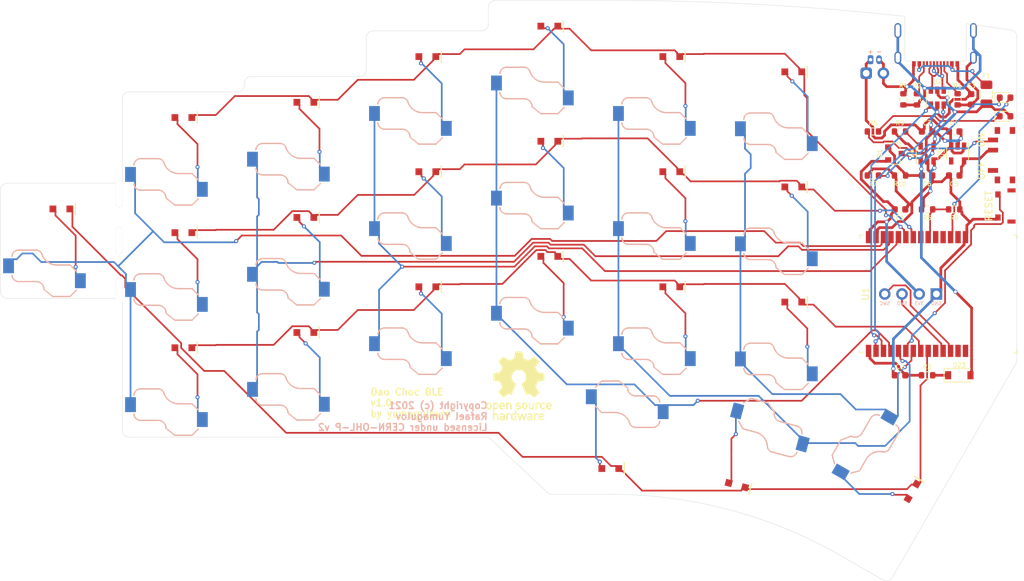
<source format=kicad_pcb>
(kicad_pcb (version 20171130) (host pcbnew "(5.1.10)-1")
  (layers (0 F.Cu signal) (31 B.Cu signal) (34 B.Paste user) (35 F.Paste user) (36 B.SilkS user) (37 F.SilkS user) (38 B.Mask user) (39 F.Mask user) (44 Edge.Cuts user))
  (net 0 "")
  (net 1 "Net-(D1-Pad2)")
  (net 2 ROW0)
  (net 3 "Net-(D2-Pad2)")
  (net 4 "Net-(D3-Pad2)")
  (net 5 "Net-(D4-Pad2)")
  (net 6 "Net-(D5-Pad2)")
  (net 7 "Net-(D6-Pad2)")
  (net 8 "Net-(D7-Pad2)")
  (net 9 ROW1)
  (net 10 "Net-(D8-Pad2)")
  (net 11 "Net-(D9-Pad2)")
  (net 12 "Net-(D10-Pad2)")
  (net 13 "Net-(D11-Pad2)")
  (net 14 "Net-(D12-Pad2)")
  (net 15 "Net-(D13-Pad2)")
  (net 16 ROW2)
  (net 17 "Net-(D14-Pad2)")
  (net 18 "Net-(D15-Pad2)")
  (net 19 "Net-(D16-Pad2)")
  (net 20 "Net-(D17-Pad2)")
  (net 21 "Net-(D18-Pad2)")
  (net 22 "Net-(D19-Pad2)")
  (net 23 ROW3)
  (net 24 "Net-(D20-Pad2)")
  (net 25 "Net-(D21-Pad2)")
  (net 26 "Net-(D22-Pad2)")
  (net 27 COL0)
  (net 28 COL1)
  (net 29 COL2)
  (net 30 COL3)
  (net 31 COL4)
  (net 32 COL5)
  (net 33 "Net-(U1-Pad28)")
  (net 34 "Net-(U1-Pad24)")
  (net 35 "Net-(U1-Pad27)")
  (net 36 "Net-(U1-Pad2)")
  (net 37 "Net-(U1-Pad4)")
  (net 38 "Net-(U1-Pad5)")
  (net 39 "Net-(U1-Pad7)")
  (net 40 "Net-(J1-PadB8)")
  (net 41 "Net-(J1-PadA8)")
  (net 42 "Net-(J1-PadA5)")
  (net 43 "Net-(J1-PadB5)")
  (net 44 VBAT)
  (net 45 GND)
  (net 46 +3V3)
  (net 47 "Net-(C2-Pad1)")
  (net 48 GNDS)
  (net 49 VBUS)
  (net 50 REGBAT)
  (net 51 "Net-(D23-Pad1)")
  (net 52 "Net-(D24-Pad1)")
  (net 53 BT_LED)
  (net 54 "Net-(F1-Pad2)")
  (net 55 DBUS+)
  (net 56 DBUS-)
  (net 57 SWCLK)
  (net 58 SWDIO)
  (net 59 "Net-(Q1-Pad3)")
  (net 60 VSENSE)
  (net 61 "Net-(R9-Pad1)")
  (net 62 RESET)
  (net 63 D-)
  (net 64 D+)
  (net 65 "Net-(R6-Pad1)")
  (net 66 "Net-(U3-Pad4)")
  (net 67 "Net-(D25-Pad1)")
  (net 68 "Net-(SW1-Pad1)")
  (module dao-choc-ble:OSHW-logo (layer F.Cu) (at 58.5 43.4382)
    (fp_text reference LOGO1 hide)
    (fp_text value LOGO hide)
  )
  (module dao-choc-ble:TS-1086E (layer F.Cu) (at 131.5 16.8614 270)
    (fp_text reference SW2 hide)
    (fp_text value RESET (at 0 3.65 90) (layer F.SilkS))
    (pad 2 smd rect (at 1.7 2.3 270) (size 0.9 0.8) (layers F.Cu F.Paste F.Mask) (net 45 GND))
    (pad 1 smd rect (at -1.7 2.3 270) (size 0.9 0.8) (layers F.Cu F.Paste F.Mask) (net 62 RESET))
    (pad "" smd rect (at 2.3 0.3 270) (size 0.6 1.2) (layers F.Cu F.Paste F.Mask))
    (pad "" smd rect (at -2.3 0.3 270) (size 0.6 1.2) (layers F.Cu F.Paste F.Mask))
    (pad "" np_thru_hole circle (at 0.85 0.9 270) (size 0.7 0.7) (drill 0.7) (layers *.Cu *.Mask))
    (pad "" np_thru_hole circle (at -0.85 0.9 270) (size 0.7 0.7) (drill 0.7) (layers *.Cu *.Mask))
  )
  (module dao-choc-ble:MSK-12C02 (layer F.Cu) (at 131.5 9.3614 270)
    (fp_text reference SW1 hide)
    (fp_text value ON_OFF)
    (fp_text user ON (at -2.25 4.77 90) (layer F.SilkS))
    (fp_text user OFF (at 2.25 4.77 90) (layer F.SilkS))
    (pad 3 smd rect (at -2.25 3.03 270) (size 0.7 1.5) (layers F.Cu F.Paste F.Mask) (net 59 "Net-(Q1-Pad3)"))
    (pad 2 smd rect (at -0.75 3.03 270) (size 0.7 1.5) (layers F.Cu F.Paste F.Mask) (net 50 REGBAT))
    (pad 1 smd rect (at 2.25 3.03 270) (size 0.7 1.5) (layers F.Cu F.Paste F.Mask) (net 68 "Net-(SW1-Pad1)"))
    (pad "" np_thru_hole circle (at 1.5 1.27 270) (size 0.9 0.9) (drill 0.9) (layers *.Cu *.Mask))
    (pad "" np_thru_hole circle (at -1.5 1.27 270) (size 0.9 0.9) (drill 0.9) (layers *.Cu *.Mask))
    (pad "" smd rect (at 3.65 2.38 270) (size 1 0.8) (layers F.Cu F.Paste F.Mask))
    (pad "" smd rect (at -3.65 2.38 270) (size 1 0.8) (layers F.Cu F.Paste F.Mask))
    (pad "" smd rect (at 3.65 0.16 270) (size 1 0.8) (layers F.Cu F.Paste F.Mask))
    (pad "" smd rect (at -3.65 0.16 270) (size 1 0.8) (layers F.Cu F.Paste F.Mask))
  )
  (module dao-choc-ble:Kailh_PG1350_hotswap (layer F.Cu) (at 112.498 56.6556 240)
    (fp_text reference K22)
    (fp_text value KEY_SWITCH hide)
    (pad 1 smd rect (at -7.8 3.7 60) (size 1.6 2.2) (layers B.Cu B.Paste B.Mask) (net 32 COL5))
    (pad 2 smd rect (at 2.8 5.9 60) (size 1.6 2.2) (layers B.Cu B.Paste B.Mask) (net 26 "Net-(D22-Pad2)"))
    (pad "" np_thru_hole circle (at 5.22 -4.2 240) (size 1.2 1.2) (drill 1.2) (layers *.Cu *.Mask))
    (pad "" np_thru_hole circle (at -5 3.7 240) (size 3 3) (drill 3) (layers *.Cu *.Mask))
    (pad "" np_thru_hole circle (at 0 5.9 240) (size 3 3) (drill 3) (layers *.Cu *.Mask))
    (pad "" np_thru_hole circle (at -5.5 0 240) (size 1.9 1.9) (drill 1.9) (layers *.Cu *.Mask))
    (pad "" np_thru_hole circle (at 5.5 0 240) (size 1.9 1.9) (drill 1.9) (layers *.Cu *.Mask))
    (pad "" np_thru_hole circle (at 0 0 240) (size 3.4 3.4) (drill 3.4) (layers *.Cu *.Mask))
  )
  (module dao-choc-ble:Kailh_PG1350_hotswap (layer F.Cu) (at 91.8933 53.5572 165)
    (fp_text reference K21)
    (fp_text value KEY_SWITCH hide)
    (pad 1 smd rect (at -7.8 3.7 345) (size 1.6 2.2) (layers B.Cu B.Paste B.Mask) (net 31 COL4))
    (pad 2 smd rect (at 2.8 5.9 345) (size 1.6 2.2) (layers B.Cu B.Paste B.Mask) (net 25 "Net-(D21-Pad2)"))
    (pad "" np_thru_hole circle (at 5.22 -4.2 165) (size 1.2 1.2) (drill 1.2) (layers *.Cu *.Mask))
    (pad "" np_thru_hole circle (at -5 3.7 165) (size 3 3) (drill 3) (layers *.Cu *.Mask))
    (pad "" np_thru_hole circle (at 0 5.9 165) (size 3 3) (drill 3) (layers *.Cu *.Mask))
    (pad "" np_thru_hole circle (at -5.5 0 165) (size 1.9 1.9) (drill 1.9) (layers *.Cu *.Mask))
    (pad "" np_thru_hole circle (at 5.5 0 165) (size 1.9 1.9) (drill 1.9) (layers *.Cu *.Mask))
    (pad "" np_thru_hole circle (at 0 0 165) (size 3.4 3.4) (drill 3.4) (layers *.Cu *.Mask))
  )
  (module dao-choc-ble:Kailh_PG1350_hotswap (layer F.Cu) (at 72 50.9382 180)
    (fp_text reference K20)
    (fp_text value KEY_SWITCH hide)
    (pad 1 smd rect (at -7.8 3.7) (size 1.6 2.2) (layers B.Cu B.Paste B.Mask) (net 30 COL3))
    (pad 2 smd rect (at 2.8 5.9) (size 1.6 2.2) (layers B.Cu B.Paste B.Mask) (net 24 "Net-(D20-Pad2)"))
    (pad "" np_thru_hole circle (at 5.22 -4.2 180) (size 1.2 1.2) (drill 1.2) (layers *.Cu *.Mask))
    (pad "" np_thru_hole circle (at -5 3.7 180) (size 3 3) (drill 3) (layers *.Cu *.Mask))
    (pad "" np_thru_hole circle (at 0 5.9 180) (size 3 3) (drill 3) (layers *.Cu *.Mask))
    (pad "" np_thru_hole circle (at -5.5 0 180) (size 1.9 1.9) (drill 1.9) (layers *.Cu *.Mask))
    (pad "" np_thru_hole circle (at 5.5 0 180) (size 1.9 1.9) (drill 1.9) (layers *.Cu *.Mask))
    (pad "" np_thru_hole circle (at 0 0 180) (size 3.4 3.4) (drill 3.4) (layers *.Cu *.Mask))
  )
  (module dao-choc-ble:Kailh_PG1350_hotswap (layer F.Cu) (at -9 22)
    (fp_text reference K19)
    (fp_text value KEY_SWITCH hide)
    (pad 1 smd rect (at -7.8 3.7 180) (size 1.6 2.2) (layers B.Cu B.Paste B.Mask) (net 27 COL0))
    (pad 2 smd rect (at 2.8 5.9 180) (size 1.6 2.2) (layers B.Cu B.Paste B.Mask) (net 22 "Net-(D19-Pad2)"))
    (pad "" np_thru_hole circle (at 5.22 -4.2) (size 1.2 1.2) (drill 1.2) (layers *.Cu *.Mask))
    (pad "" np_thru_hole circle (at -5 3.7) (size 3 3) (drill 3) (layers *.Cu *.Mask))
    (pad "" np_thru_hole circle (at 0 5.9) (size 3 3) (drill 3) (layers *.Cu *.Mask))
    (pad "" np_thru_hole circle (at -5.5 0) (size 1.9 1.9) (drill 1.9) (layers *.Cu *.Mask))
    (pad "" np_thru_hole circle (at 5.5 0) (size 1.9 1.9) (drill 1.9) (layers *.Cu *.Mask))
    (pad "" np_thru_hole circle (at 0 0) (size 3.4 3.4) (drill 3.4) (layers *.Cu *.Mask))
  )
  (module dao-choc-ble:Kailh_PG1350_hotswap (layer F.Cu) (at 99 35.75)
    (fp_text reference K18)
    (fp_text value KEY_SWITCH hide)
    (pad 1 smd rect (at -7.8 3.7 180) (size 1.6 2.2) (layers B.Cu B.Paste B.Mask) (net 32 COL5))
    (pad 2 smd rect (at 2.8 5.9 180) (size 1.6 2.2) (layers B.Cu B.Paste B.Mask) (net 21 "Net-(D18-Pad2)"))
    (pad "" np_thru_hole circle (at 5.22 -4.2) (size 1.2 1.2) (drill 1.2) (layers *.Cu *.Mask))
    (pad "" np_thru_hole circle (at -5 3.7) (size 3 3) (drill 3) (layers *.Cu *.Mask))
    (pad "" np_thru_hole circle (at 0 5.9) (size 3 3) (drill 3) (layers *.Cu *.Mask))
    (pad "" np_thru_hole circle (at -5.5 0) (size 1.9 1.9) (drill 1.9) (layers *.Cu *.Mask))
    (pad "" np_thru_hole circle (at 5.5 0) (size 1.9 1.9) (drill 1.9) (layers *.Cu *.Mask))
    (pad "" np_thru_hole circle (at 0 0) (size 3.4 3.4) (drill 3.4) (layers *.Cu *.Mask))
  )
  (module dao-choc-ble:Kailh_PG1350_hotswap (layer F.Cu) (at 81 33.5)
    (fp_text reference K17)
    (fp_text value KEY_SWITCH hide)
    (pad 1 smd rect (at -7.8 3.7 180) (size 1.6 2.2) (layers B.Cu B.Paste B.Mask) (net 31 COL4))
    (pad 2 smd rect (at 2.8 5.9 180) (size 1.6 2.2) (layers B.Cu B.Paste B.Mask) (net 20 "Net-(D17-Pad2)"))
    (pad "" np_thru_hole circle (at 5.22 -4.2) (size 1.2 1.2) (drill 1.2) (layers *.Cu *.Mask))
    (pad "" np_thru_hole circle (at -5 3.7) (size 3 3) (drill 3) (layers *.Cu *.Mask))
    (pad "" np_thru_hole circle (at 0 5.9) (size 3 3) (drill 3) (layers *.Cu *.Mask))
    (pad "" np_thru_hole circle (at -5.5 0) (size 1.9 1.9) (drill 1.9) (layers *.Cu *.Mask))
    (pad "" np_thru_hole circle (at 5.5 0) (size 1.9 1.9) (drill 1.9) (layers *.Cu *.Mask))
    (pad "" np_thru_hole circle (at 0 0) (size 3.4 3.4) (drill 3.4) (layers *.Cu *.Mask))
  )
  (module dao-choc-ble:Kailh_PG1350_hotswap (layer F.Cu) (at 63 29)
    (fp_text reference K16)
    (fp_text value KEY_SWITCH hide)
    (pad 1 smd rect (at -7.8 3.7 180) (size 1.6 2.2) (layers B.Cu B.Paste B.Mask) (net 30 COL3))
    (pad 2 smd rect (at 2.8 5.9 180) (size 1.6 2.2) (layers B.Cu B.Paste B.Mask) (net 19 "Net-(D16-Pad2)"))
    (pad "" np_thru_hole circle (at 5.22 -4.2) (size 1.2 1.2) (drill 1.2) (layers *.Cu *.Mask))
    (pad "" np_thru_hole circle (at -5 3.7) (size 3 3) (drill 3) (layers *.Cu *.Mask))
    (pad "" np_thru_hole circle (at 0 5.9) (size 3 3) (drill 3) (layers *.Cu *.Mask))
    (pad "" np_thru_hole circle (at -5.5 0) (size 1.9 1.9) (drill 1.9) (layers *.Cu *.Mask))
    (pad "" np_thru_hole circle (at 5.5 0) (size 1.9 1.9) (drill 1.9) (layers *.Cu *.Mask))
    (pad "" np_thru_hole circle (at 0 0) (size 3.4 3.4) (drill 3.4) (layers *.Cu *.Mask))
  )
  (module dao-choc-ble:Kailh_PG1350_hotswap (layer F.Cu) (at 45 33.5)
    (fp_text reference K15)
    (fp_text value KEY_SWITCH hide)
    (pad 1 smd rect (at -7.8 3.7 180) (size 1.6 2.2) (layers B.Cu B.Paste B.Mask) (net 29 COL2))
    (pad 2 smd rect (at 2.8 5.9 180) (size 1.6 2.2) (layers B.Cu B.Paste B.Mask) (net 18 "Net-(D15-Pad2)"))
    (pad "" np_thru_hole circle (at 5.22 -4.2) (size 1.2 1.2) (drill 1.2) (layers *.Cu *.Mask))
    (pad "" np_thru_hole circle (at -5 3.7) (size 3 3) (drill 3) (layers *.Cu *.Mask))
    (pad "" np_thru_hole circle (at 0 5.9) (size 3 3) (drill 3) (layers *.Cu *.Mask))
    (pad "" np_thru_hole circle (at -5.5 0) (size 1.9 1.9) (drill 1.9) (layers *.Cu *.Mask))
    (pad "" np_thru_hole circle (at 5.5 0) (size 1.9 1.9) (drill 1.9) (layers *.Cu *.Mask))
    (pad "" np_thru_hole circle (at 0 0) (size 3.4 3.4) (drill 3.4) (layers *.Cu *.Mask))
  )
  (module dao-choc-ble:Kailh_PG1350_hotswap (layer F.Cu) (at 27 40.25)
    (fp_text reference K14)
    (fp_text value KEY_SWITCH hide)
    (pad 1 smd rect (at -7.8 3.7 180) (size 1.6 2.2) (layers B.Cu B.Paste B.Mask) (net 28 COL1))
    (pad 2 smd rect (at 2.8 5.9 180) (size 1.6 2.2) (layers B.Cu B.Paste B.Mask) (net 17 "Net-(D14-Pad2)"))
    (pad "" np_thru_hole circle (at 5.22 -4.2) (size 1.2 1.2) (drill 1.2) (layers *.Cu *.Mask))
    (pad "" np_thru_hole circle (at -5 3.7) (size 3 3) (drill 3) (layers *.Cu *.Mask))
    (pad "" np_thru_hole circle (at 0 5.9) (size 3 3) (drill 3) (layers *.Cu *.Mask))
    (pad "" np_thru_hole circle (at -5.5 0) (size 1.9 1.9) (drill 1.9) (layers *.Cu *.Mask))
    (pad "" np_thru_hole circle (at 5.5 0) (size 1.9 1.9) (drill 1.9) (layers *.Cu *.Mask))
    (pad "" np_thru_hole circle (at 0 0) (size 3.4 3.4) (drill 3.4) (layers *.Cu *.Mask))
  )
  (module dao-choc-ble:Kailh_PG1350_hotswap (layer F.Cu) (at 9 42.5)
    (fp_text reference K13)
    (fp_text value KEY_SWITCH hide)
    (pad 1 smd rect (at -7.8 3.7 180) (size 1.6 2.2) (layers B.Cu B.Paste B.Mask) (net 27 COL0))
    (pad 2 smd rect (at 2.8 5.9 180) (size 1.6 2.2) (layers B.Cu B.Paste B.Mask) (net 15 "Net-(D13-Pad2)"))
    (pad "" np_thru_hole circle (at 5.22 -4.2) (size 1.2 1.2) (drill 1.2) (layers *.Cu *.Mask))
    (pad "" np_thru_hole circle (at -5 3.7) (size 3 3) (drill 3) (layers *.Cu *.Mask))
    (pad "" np_thru_hole circle (at 0 5.9) (size 3 3) (drill 3) (layers *.Cu *.Mask))
    (pad "" np_thru_hole circle (at -5.5 0) (size 1.9 1.9) (drill 1.9) (layers *.Cu *.Mask))
    (pad "" np_thru_hole circle (at 5.5 0) (size 1.9 1.9) (drill 1.9) (layers *.Cu *.Mask))
    (pad "" np_thru_hole circle (at 0 0) (size 3.4 3.4) (drill 3.4) (layers *.Cu *.Mask))
  )
  (module dao-choc-ble:Kailh_PG1350_hotswap (layer F.Cu) (at 99 18.75)
    (fp_text reference K12)
    (fp_text value KEY_SWITCH hide)
    (pad 1 smd rect (at -7.8 3.7 180) (size 1.6 2.2) (layers B.Cu B.Paste B.Mask) (net 32 COL5))
    (pad 2 smd rect (at 2.8 5.9 180) (size 1.6 2.2) (layers B.Cu B.Paste B.Mask) (net 14 "Net-(D12-Pad2)"))
    (pad "" np_thru_hole circle (at 5.22 -4.2) (size 1.2 1.2) (drill 1.2) (layers *.Cu *.Mask))
    (pad "" np_thru_hole circle (at -5 3.7) (size 3 3) (drill 3) (layers *.Cu *.Mask))
    (pad "" np_thru_hole circle (at 0 5.9) (size 3 3) (drill 3) (layers *.Cu *.Mask))
    (pad "" np_thru_hole circle (at -5.5 0) (size 1.9 1.9) (drill 1.9) (layers *.Cu *.Mask))
    (pad "" np_thru_hole circle (at 5.5 0) (size 1.9 1.9) (drill 1.9) (layers *.Cu *.Mask))
    (pad "" np_thru_hole circle (at 0 0) (size 3.4 3.4) (drill 3.4) (layers *.Cu *.Mask))
  )
  (module dao-choc-ble:Kailh_PG1350_hotswap (layer F.Cu) (at 81 16.5)
    (fp_text reference K11)
    (fp_text value KEY_SWITCH hide)
    (pad 1 smd rect (at -7.8 3.7 180) (size 1.6 2.2) (layers B.Cu B.Paste B.Mask) (net 31 COL4))
    (pad 2 smd rect (at 2.8 5.9 180) (size 1.6 2.2) (layers B.Cu B.Paste B.Mask) (net 13 "Net-(D11-Pad2)"))
    (pad "" np_thru_hole circle (at 5.22 -4.2) (size 1.2 1.2) (drill 1.2) (layers *.Cu *.Mask))
    (pad "" np_thru_hole circle (at -5 3.7) (size 3 3) (drill 3) (layers *.Cu *.Mask))
    (pad "" np_thru_hole circle (at 0 5.9) (size 3 3) (drill 3) (layers *.Cu *.Mask))
    (pad "" np_thru_hole circle (at -5.5 0) (size 1.9 1.9) (drill 1.9) (layers *.Cu *.Mask))
    (pad "" np_thru_hole circle (at 5.5 0) (size 1.9 1.9) (drill 1.9) (layers *.Cu *.Mask))
    (pad "" np_thru_hole circle (at 0 0) (size 3.4 3.4) (drill 3.4) (layers *.Cu *.Mask))
  )
  (module dao-choc-ble:Kailh_PG1350_hotswap (layer F.Cu) (at 63 12)
    (fp_text reference K10)
    (fp_text value KEY_SWITCH hide)
    (pad 1 smd rect (at -7.8 3.7 180) (size 1.6 2.2) (layers B.Cu B.Paste B.Mask) (net 30 COL3))
    (pad 2 smd rect (at 2.8 5.9 180) (size 1.6 2.2) (layers B.Cu B.Paste B.Mask) (net 12 "Net-(D10-Pad2)"))
    (pad "" np_thru_hole circle (at 5.22 -4.2) (size 1.2 1.2) (drill 1.2) (layers *.Cu *.Mask))
    (pad "" np_thru_hole circle (at -5 3.7) (size 3 3) (drill 3) (layers *.Cu *.Mask))
    (pad "" np_thru_hole circle (at 0 5.9) (size 3 3) (drill 3) (layers *.Cu *.Mask))
    (pad "" np_thru_hole circle (at -5.5 0) (size 1.9 1.9) (drill 1.9) (layers *.Cu *.Mask))
    (pad "" np_thru_hole circle (at 5.5 0) (size 1.9 1.9) (drill 1.9) (layers *.Cu *.Mask))
    (pad "" np_thru_hole circle (at 0 0) (size 3.4 3.4) (drill 3.4) (layers *.Cu *.Mask))
  )
  (module dao-choc-ble:Kailh_PG1350_hotswap (layer F.Cu) (at 45 16.5)
    (fp_text reference K9)
    (fp_text value KEY_SWITCH hide)
    (pad 1 smd rect (at -7.8 3.7 180) (size 1.6 2.2) (layers B.Cu B.Paste B.Mask) (net 29 COL2))
    (pad 2 smd rect (at 2.8 5.9 180) (size 1.6 2.2) (layers B.Cu B.Paste B.Mask) (net 11 "Net-(D9-Pad2)"))
    (pad "" np_thru_hole circle (at 5.22 -4.2) (size 1.2 1.2) (drill 1.2) (layers *.Cu *.Mask))
    (pad "" np_thru_hole circle (at -5 3.7) (size 3 3) (drill 3) (layers *.Cu *.Mask))
    (pad "" np_thru_hole circle (at 0 5.9) (size 3 3) (drill 3) (layers *.Cu *.Mask))
    (pad "" np_thru_hole circle (at -5.5 0) (size 1.9 1.9) (drill 1.9) (layers *.Cu *.Mask))
    (pad "" np_thru_hole circle (at 5.5 0) (size 1.9 1.9) (drill 1.9) (layers *.Cu *.Mask))
    (pad "" np_thru_hole circle (at 0 0) (size 3.4 3.4) (drill 3.4) (layers *.Cu *.Mask))
  )
  (module dao-choc-ble:Kailh_PG1350_hotswap (layer F.Cu) (at 27 23.25)
    (fp_text reference K8)
    (fp_text value KEY_SWITCH hide)
    (pad 1 smd rect (at -7.8 3.7 180) (size 1.6 2.2) (layers B.Cu B.Paste B.Mask) (net 28 COL1))
    (pad 2 smd rect (at 2.8 5.9 180) (size 1.6 2.2) (layers B.Cu B.Paste B.Mask) (net 10 "Net-(D8-Pad2)"))
    (pad "" np_thru_hole circle (at 5.22 -4.2) (size 1.2 1.2) (drill 1.2) (layers *.Cu *.Mask))
    (pad "" np_thru_hole circle (at -5 3.7) (size 3 3) (drill 3) (layers *.Cu *.Mask))
    (pad "" np_thru_hole circle (at 0 5.9) (size 3 3) (drill 3) (layers *.Cu *.Mask))
    (pad "" np_thru_hole circle (at -5.5 0) (size 1.9 1.9) (drill 1.9) (layers *.Cu *.Mask))
    (pad "" np_thru_hole circle (at 5.5 0) (size 1.9 1.9) (drill 1.9) (layers *.Cu *.Mask))
    (pad "" np_thru_hole circle (at 0 0) (size 3.4 3.4) (drill 3.4) (layers *.Cu *.Mask))
  )
  (module dao-choc-ble:Kailh_PG1350_hotswap (layer F.Cu) (at 9 25.5)
    (fp_text reference K7)
    (fp_text value KEY_SWITCH hide)
    (pad 1 smd rect (at -7.8 3.7 180) (size 1.6 2.2) (layers B.Cu B.Paste B.Mask) (net 27 COL0))
    (pad 2 smd rect (at 2.8 5.9 180) (size 1.6 2.2) (layers B.Cu B.Paste B.Mask) (net 8 "Net-(D7-Pad2)"))
    (pad "" np_thru_hole circle (at 5.22 -4.2) (size 1.2 1.2) (drill 1.2) (layers *.Cu *.Mask))
    (pad "" np_thru_hole circle (at -5 3.7) (size 3 3) (drill 3) (layers *.Cu *.Mask))
    (pad "" np_thru_hole circle (at 0 5.9) (size 3 3) (drill 3) (layers *.Cu *.Mask))
    (pad "" np_thru_hole circle (at -5.5 0) (size 1.9 1.9) (drill 1.9) (layers *.Cu *.Mask))
    (pad "" np_thru_hole circle (at 5.5 0) (size 1.9 1.9) (drill 1.9) (layers *.Cu *.Mask))
    (pad "" np_thru_hole circle (at 0 0) (size 3.4 3.4) (drill 3.4) (layers *.Cu *.Mask))
  )
  (module dao-choc-ble:Kailh_PG1350_hotswap (layer F.Cu) (at 99 1.75)
    (fp_text reference K6)
    (fp_text value KEY_SWITCH hide)
    (pad 1 smd rect (at -7.8 3.7 180) (size 1.6 2.2) (layers B.Cu B.Paste B.Mask) (net 32 COL5))
    (pad 2 smd rect (at 2.8 5.9 180) (size 1.6 2.2) (layers B.Cu B.Paste B.Mask) (net 7 "Net-(D6-Pad2)"))
    (pad "" np_thru_hole circle (at 5.22 -4.2) (size 1.2 1.2) (drill 1.2) (layers *.Cu *.Mask))
    (pad "" np_thru_hole circle (at -5 3.7) (size 3 3) (drill 3) (layers *.Cu *.Mask))
    (pad "" np_thru_hole circle (at 0 5.9) (size 3 3) (drill 3) (layers *.Cu *.Mask))
    (pad "" np_thru_hole circle (at -5.5 0) (size 1.9 1.9) (drill 1.9) (layers *.Cu *.Mask))
    (pad "" np_thru_hole circle (at 5.5 0) (size 1.9 1.9) (drill 1.9) (layers *.Cu *.Mask))
    (pad "" np_thru_hole circle (at 0 0) (size 3.4 3.4) (drill 3.4) (layers *.Cu *.Mask))
  )
  (module dao-choc-ble:Kailh_PG1350_hotswap (layer F.Cu) (at 81 -0.5)
    (fp_text reference K5)
    (fp_text value KEY_SWITCH hide)
    (pad 1 smd rect (at -7.8 3.7 180) (size 1.6 2.2) (layers B.Cu B.Paste B.Mask) (net 31 COL4))
    (pad 2 smd rect (at 2.8 5.9 180) (size 1.6 2.2) (layers B.Cu B.Paste B.Mask) (net 6 "Net-(D5-Pad2)"))
    (pad "" np_thru_hole circle (at 5.22 -4.2) (size 1.2 1.2) (drill 1.2) (layers *.Cu *.Mask))
    (pad "" np_thru_hole circle (at -5 3.7) (size 3 3) (drill 3) (layers *.Cu *.Mask))
    (pad "" np_thru_hole circle (at 0 5.9) (size 3 3) (drill 3) (layers *.Cu *.Mask))
    (pad "" np_thru_hole circle (at -5.5 0) (size 1.9 1.9) (drill 1.9) (layers *.Cu *.Mask))
    (pad "" np_thru_hole circle (at 5.5 0) (size 1.9 1.9) (drill 1.9) (layers *.Cu *.Mask))
    (pad "" np_thru_hole circle (at 0 0) (size 3.4 3.4) (drill 3.4) (layers *.Cu *.Mask))
  )
  (module dao-choc-ble:Kailh_PG1350_hotswap (layer F.Cu) (at 63 -5)
    (fp_text reference K4)
    (fp_text value KEY_SWITCH hide)
    (pad 1 smd rect (at -7.8 3.7 180) (size 1.6 2.2) (layers B.Cu B.Paste B.Mask) (net 30 COL3))
    (pad 2 smd rect (at 2.8 5.9 180) (size 1.6 2.2) (layers B.Cu B.Paste B.Mask) (net 5 "Net-(D4-Pad2)"))
    (pad "" np_thru_hole circle (at 5.22 -4.2) (size 1.2 1.2) (drill 1.2) (layers *.Cu *.Mask))
    (pad "" np_thru_hole circle (at -5 3.7) (size 3 3) (drill 3) (layers *.Cu *.Mask))
    (pad "" np_thru_hole circle (at 0 5.9) (size 3 3) (drill 3) (layers *.Cu *.Mask))
    (pad "" np_thru_hole circle (at -5.5 0) (size 1.9 1.9) (drill 1.9) (layers *.Cu *.Mask))
    (pad "" np_thru_hole circle (at 5.5 0) (size 1.9 1.9) (drill 1.9) (layers *.Cu *.Mask))
    (pad "" np_thru_hole circle (at 0 0) (size 3.4 3.4) (drill 3.4) (layers *.Cu *.Mask))
  )
  (module dao-choc-ble:Kailh_PG1350_hotswap (layer F.Cu) (at 45 -0.5)
    (fp_text reference K3)
    (fp_text value KEY_SWITCH hide)
    (pad 1 smd rect (at -7.8 3.7 180) (size 1.6 2.2) (layers B.Cu B.Paste B.Mask) (net 29 COL2))
    (pad 2 smd rect (at 2.8 5.9 180) (size 1.6 2.2) (layers B.Cu B.Paste B.Mask) (net 4 "Net-(D3-Pad2)"))
    (pad "" np_thru_hole circle (at 5.22 -4.2) (size 1.2 1.2) (drill 1.2) (layers *.Cu *.Mask))
    (pad "" np_thru_hole circle (at -5 3.7) (size 3 3) (drill 3) (layers *.Cu *.Mask))
    (pad "" np_thru_hole circle (at 0 5.9) (size 3 3) (drill 3) (layers *.Cu *.Mask))
    (pad "" np_thru_hole circle (at -5.5 0) (size 1.9 1.9) (drill 1.9) (layers *.Cu *.Mask))
    (pad "" np_thru_hole circle (at 5.5 0) (size 1.9 1.9) (drill 1.9) (layers *.Cu *.Mask))
    (pad "" np_thru_hole circle (at 0 0) (size 3.4 3.4) (drill 3.4) (layers *.Cu *.Mask))
  )
  (module dao-choc-ble:Kailh_PG1350_hotswap (layer F.Cu) (at 27 6.25)
    (fp_text reference K2)
    (fp_text value KEY_SWITCH hide)
    (pad 1 smd rect (at -7.8 3.7 180) (size 1.6 2.2) (layers B.Cu B.Paste B.Mask) (net 28 COL1))
    (pad 2 smd rect (at 2.8 5.9 180) (size 1.6 2.2) (layers B.Cu B.Paste B.Mask) (net 3 "Net-(D2-Pad2)"))
    (pad "" np_thru_hole circle (at 5.22 -4.2) (size 1.2 1.2) (drill 1.2) (layers *.Cu *.Mask))
    (pad "" np_thru_hole circle (at -5 3.7) (size 3 3) (drill 3) (layers *.Cu *.Mask))
    (pad "" np_thru_hole circle (at 0 5.9) (size 3 3) (drill 3) (layers *.Cu *.Mask))
    (pad "" np_thru_hole circle (at -5.5 0) (size 1.9 1.9) (drill 1.9) (layers *.Cu *.Mask))
    (pad "" np_thru_hole circle (at 5.5 0) (size 1.9 1.9) (drill 1.9) (layers *.Cu *.Mask))
    (pad "" np_thru_hole circle (at 0 0) (size 3.4 3.4) (drill 3.4) (layers *.Cu *.Mask))
  )
  (module dao-choc-ble:Kailh_PG1350_hotswap (layer F.Cu) (at 9 8.5)
    (fp_text reference K1)
    (fp_text value KEY_SWITCH hide)
    (pad 1 smd rect (at -7.8 3.7 180) (size 1.6 2.2) (layers B.Cu B.Paste B.Mask) (net 27 COL0))
    (pad 2 smd rect (at 2.8 5.9 180) (size 1.6 2.2) (layers B.Cu B.Paste B.Mask) (net 1 "Net-(D1-Pad2)"))
    (pad "" np_thru_hole circle (at 5.22 -4.2) (size 1.2 1.2) (drill 1.2) (layers *.Cu *.Mask))
    (pad "" np_thru_hole circle (at -5 3.7) (size 3 3) (drill 3) (layers *.Cu *.Mask))
    (pad "" np_thru_hole circle (at 0 5.9) (size 3 3) (drill 3) (layers *.Cu *.Mask))
    (pad "" np_thru_hole circle (at -5.5 0) (size 1.9 1.9) (drill 1.9) (layers *.Cu *.Mask))
    (pad "" np_thru_hole circle (at 5.5 0) (size 1.9 1.9) (drill 1.9) (layers *.Cu *.Mask))
    (pad "" np_thru_hole circle (at 0 0) (size 3.4 3.4) (drill 3.4) (layers *.Cu *.Mask))
  )
  (module dao-choc-ble:Slot (layer F.Cu) (at -0.5 22)
    (fp_text reference H9 hide)
    (fp_text value Slot hide)
    (pad "" np_thru_hole oval (at 0 -7) (size 1 4) (drill oval 1 4) (layers *.Cu *.Mask))
    (pad "" np_thru_hole oval (at 0 7.5) (size 1 4) (drill oval 1 4) (layers *.Cu *.Mask))
    (pad "" np_thru_hole oval (at 0 0) (size 1 4) (drill oval 1 4) (layers *.Cu *.Mask))
  )
  (module dao-choc-ble:Hole_2.2mm (layer F.Cu) (at 125.474 44.9795)
    (fp_text reference H8 hide)
    (fp_text value "MountingHole 2.2mm" hide)
    (pad "" np_thru_hole circle (at 0 0 270) (size 2.2 2.2) (drill 2.2) (layers *.Cu *.Mask))
  )
  (module dao-choc-ble:Hole_2.2mm (layer F.Cu) (at 128.9 -6.3236)
    (fp_text reference H7 hide)
    (fp_text value "MountingHole 2.2mm" hide)
    (pad "" np_thru_hole circle (at 0 0 270) (size 2.2 2.2) (drill 2.2) (layers *.Cu *.Mask))
  )
  (module dao-choc-ble:Hole_2.2mm (layer F.Cu) (at 111.1 -8.4803)
    (fp_text reference H6 hide)
    (fp_text value "MountingHole 2.2mm" hide)
    (pad "" np_thru_hole circle (at 0 0 270) (size 2.2 2.2) (drill 2.2) (layers *.Cu *.Mask))
  )
  (module dao-choc-ble:Hole_4.2mm (layer F.Cu) (at 104.958 47.0715)
    (fp_text reference H5 hide)
    (fp_text value "MountingHole 4.2mm" hide)
    (pad "" np_thru_hole circle (at 0 0 270) (size 4.2 4.2) (drill 4.2) (layers *.Cu *.Mask))
  )
  (module dao-choc-ble:Hole_4.2mm (layer F.Cu) (at 70.0309 39.9691)
    (fp_text reference H4 hide)
    (fp_text value "MountingHole 4.2mm" hide)
    (pad "" np_thru_hole circle (at 0 0 270) (size 4.2 4.2) (drill 4.2) (layers *.Cu *.Mask))
  )
  (module dao-choc-ble:Hole_4.2mm (layer F.Cu) (at 17.707 34)
    (fp_text reference H3 hide)
    (fp_text value "MountingHole 4.2mm" hide)
    (pad "" np_thru_hole circle (at 0 0 270) (size 4.2 4.2) (drill 4.2) (layers *.Cu *.Mask))
  )
  (module dao-choc-ble:Hole_4.2mm (layer F.Cu) (at 90.293 10.25)
    (fp_text reference H2 hide)
    (fp_text value "MountingHole 4.2mm" hide)
    (pad "" np_thru_hole circle (at 0 0 270) (size 4.2 4.2) (drill 4.2) (layers *.Cu *.Mask))
  )
  (module dao-choc-ble:Hole_4.2mm (layer F.Cu) (at 17.707 17)
    (fp_text reference H1 hide)
    (fp_text value "MountingHole 4.2mm" hide)
    (pad "" np_thru_hole circle (at 0 0 270) (size 4.2 4.2) (drill 4.2) (layers *.Cu *.Mask))
  )
  (module dao-choc-ble:Battery (layer F.Cu) (at 110.4 -4.7437)
    (fp_text reference BT1 hide)
    (fp_text value Battery_Cell)
    (pad 2 thru_hole circle (at 1.895 2) (size 1.7 1.7) (drill 1) (layers *.Cu *.Mask) (net 45 GND))
    (pad 1 thru_hole roundrect (at -0.645 2) (size 1.7 1.7) (drill 1) (layers *.Cu *.Mask) (net 44 VBAT))
    (pad 2 thru_hole oval (at 1.25 0) (size 0.8 1.3) (drill 0.5) (layers *.Cu *.Mask) (net 45 GND))
    (pad 1 thru_hole roundrect (at 0 0) (size 0.8 1.3) (drill 0.5) (layers *.Cu *.Mask) (net 44 VBAT))
  )
  (module Resistor_SMD:R_0603_1608Metric (layer F.Cu) (at 110.75 12.3614)
    (fp_text reference R7 (at 0 1.25) (layer F.SilkS) (effects (font (size 0.66 0.66) (thickness 0.1))))
    (fp_text value 1k)
    (pad 2 smd roundrect (at 0.825 0) (size 0.8 0.95) (layers F.Cu F.Paste F.Mask) (net 67 "Net-(D25-Pad1)"))
    (pad 1 smd roundrect (at -0.825 0) (size 0.8 0.95) (layers F.Cu F.Paste F.Mask) (net 45 GND))
  )
  (module LED_SMD:LED_0603_1608Metric (layer F.Cu) (at 130.25 0.8614)
    (fp_text reference D25 hide)
    (fp_text value BLUE hide)
    (pad 2 smd roundrect (at 0.7875 0) (size 0.875 0.95) (layers F.Cu F.Paste F.Mask) (net 53 BT_LED))
    (pad 1 smd roundrect (at -0.7875 0) (size 0.875 0.95) (layers F.Cu F.Paste F.Mask) (net 67 "Net-(D25-Pad1)"))
  )
  (module LED_SMD:LED_0603_1608Metric (layer F.Cu) (at 130.25 3.6114)
    (fp_text reference D24 hide)
    (fp_text value RED hide)
    (pad 2 smd roundrect (at 0.7875 0) (size 0.875 0.95) (layers F.Cu F.Paste F.Mask) (net 49 VBUS))
    (pad 1 smd roundrect (at -0.7875 0) (size 0.875 0.95) (layers F.Cu F.Paste F.Mask) (net 52 "Net-(D24-Pad1)"))
  )
  (module Resistor_SMD:R_0603_1608Metric (layer F.Cu) (at 114.75 12.3614)
    (fp_text reference R10 (at 0 1.249998) (layer F.SilkS) (effects (font (size 0.66 0.66) (thickness 0.1))))
    (fp_text value 100k)
    (pad 2 smd roundrect (at 0.825 0) (size 0.8 0.95) (layers F.Cu F.Paste F.Mask) (net 49 VBUS))
    (pad 1 smd roundrect (at -0.825 0) (size 0.8 0.95) (layers F.Cu F.Paste F.Mask) (net 45 GND))
  )
  (module Resistor_SMD:R_0603_1608Metric (layer F.Cu) (at 110.75 5.8614)
    (fp_text reference R6 (at 0 -1.25) (layer F.SilkS) (effects (font (size 0.66 0.66) (thickness 0.1))))
    (fp_text value 1k)
    (pad 2 smd roundrect (at 0.825 0) (size 0.8 0.95) (layers F.Cu F.Paste F.Mask) (net 52 "Net-(D24-Pad1)"))
    (pad 1 smd roundrect (at -0.825 0) (size 0.8 0.95) (layers F.Cu F.Paste F.Mask) (net 65 "Net-(R6-Pad1)"))
  )
  (module Resistor_SMD:R_0603_1608Metric (layer F.Cu) (at 117.25 1.1114 90)
    (fp_text reference R2 (at 2 0 180) (layer F.SilkS) (effects (font (size 0.66 0.66) (thickness 0.1))))
    (fp_text value 5.1k)
    (pad 2 smd roundrect (at 0.825 0 90) (size 0.8 0.95) (layers F.Cu F.Paste F.Mask) (net 43 "Net-(J1-PadB5)"))
    (pad 1 smd roundrect (at -0.825 0 90) (size 0.8 0.95) (layers F.Cu F.Paste F.Mask) (net 48 GNDS))
  )
  (module Resistor_SMD:R_0603_1608Metric (layer F.Cu) (at 123.25 1.1114 90)
    (fp_text reference R1 (at 2 0 180) (layer F.SilkS) (effects (font (size 0.66 0.66) (thickness 0.1))))
    (fp_text value 5.1k)
    (pad 2 smd roundrect (at 0.825 0 90) (size 0.8 0.95) (layers F.Cu F.Paste F.Mask) (net 42 "Net-(J1-PadA5)"))
    (pad 1 smd roundrect (at -0.825 0 90) (size 0.8 0.95) (layers F.Cu F.Paste F.Mask) (net 48 GNDS))
  )
  (module Resistor_SMD:R_0603_1608Metric (layer F.Cu) (at 114.75 5.8614 180)
    (fp_text reference R9 (at 0 1.25) (layer F.SilkS) (effects (font (size 0.66 0.66) (thickness 0.1))))
    (fp_text value RPROG)
    (pad 2 smd roundrect (at 0.825 0 180) (size 0.8 0.95) (layers F.Cu F.Paste F.Mask) (net 45 GND))
    (pad 1 smd roundrect (at -0.825 0 180) (size 0.8 0.95) (layers F.Cu F.Paste F.Mask) (net 61 "Net-(R9-Pad1)"))
  )
  (module Resistor_SMD:R_0603_1608Metric (layer F.Cu) (at 115.25 1.1114 270)
    (fp_text reference R4 (at -2 0 180) (layer F.SilkS) (effects (font (size 0.66 0.66) (thickness 0.1))))
    (fp_text value 1M)
    (pad 2 smd roundrect (at 0.825 0 270) (size 0.8 0.95) (layers F.Cu F.Paste F.Mask) (net 48 GNDS))
    (pad 1 smd roundrect (at -0.825 0 270) (size 0.8 0.95) (layers F.Cu F.Paste F.Mask) (net 45 GND))
  )
  (module Resistor_SMD:R_0603_1608Metric (layer F.Cu) (at 122.75 17.3614)
    (fp_text reference R8 (at 0 1.25) (layer F.SilkS) (effects (font (size 0.66 0.66) (thickness 0.1))))
    (fp_text value 2M)
    (pad 2 smd roundrect (at 0.825 0) (size 0.8 0.95) (layers F.Cu F.Paste F.Mask) (net 45 GND))
    (pad 1 smd roundrect (at -0.825 0) (size 0.8 0.95) (layers F.Cu F.Paste F.Mask) (net 60 VSENSE))
  )
  (module Resistor_SMD:R_0603_1608Metric (layer F.Cu) (at 118.75 17.3614)
    (fp_text reference R5 (at 0 1.25) (layer F.SilkS) (effects (font (size 0.66 0.66) (thickness 0.1))))
    (fp_text value 806k)
    (pad 2 smd roundrect (at 0.825 0) (size 0.8 0.95) (layers F.Cu F.Paste F.Mask) (net 60 VSENSE))
    (pad 1 smd roundrect (at -0.825 0) (size 0.8 0.95) (layers F.Cu F.Paste F.Mask) (net 44 VBAT))
  )
  (module Resistor_SMD:R_0603_1608Metric (layer F.Cu) (at 118.75 41.8614 180)
    (fp_text reference R3 (at 0 1.25) (layer F.SilkS) (effects (font (size 0.66 0.66) (thickness 0.1))))
    (fp_text value 4.7)
    (pad 2 smd roundrect (at 0.825 0 180) (size 0.8 0.95) (layers F.Cu F.Paste F.Mask) (net 47 "Net-(C2-Pad1)"))
    (pad 1 smd roundrect (at -0.825 0 180) (size 0.8 0.95) (layers F.Cu F.Paste F.Mask) (net 51 "Net-(D23-Pad1)"))
  )
  (module Capacitor_SMD:C_0603_1608Metric (layer F.Cu) (at 122.75 12.3614 180)
    (fp_text reference C5 (at 0 -1.25) (layer F.SilkS) (effects (font (size 0.66 0.66) (thickness 0.1))))
    (fp_text value 10uF)
    (pad 2 smd roundrect (at 0.775 0 180) (size 0.9 0.95) (layers F.Cu F.Paste F.Mask) (net 45 GND))
    (pad 1 smd roundrect (at -0.775 0 180) (size 0.9 0.95) (layers F.Cu F.Paste F.Mask) (net 50 REGBAT))
  )
  (module Capacitor_SMD:C_0603_1608Metric (layer F.Cu) (at 122.75 5.8614)
    (fp_text reference C4 (at 0 -1.25) (layer F.SilkS) (effects (font (size 0.66 0.66) (thickness 0.1))))
    (fp_text value 10uF)
    (pad 2 smd roundrect (at 0.775 0) (size 0.9 0.95) (layers F.Cu F.Paste F.Mask) (net 45 GND))
    (pad 1 smd roundrect (at -0.775 0) (size 0.9 0.95) (layers F.Cu F.Paste F.Mask) (net 44 VBAT))
  )
  (module Capacitor_SMD:C_0603_1608Metric (layer F.Cu) (at 118.75 5.8614)
    (fp_text reference C7 (at 0 -1.25) (layer F.SilkS) (effects (font (size 0.66 0.66) (thickness 0.1))))
    (fp_text value 4.7uF)
    (pad 2 smd roundrect (at 0.775 0) (size 0.9 0.95) (layers F.Cu F.Paste F.Mask) (net 45 GND))
    (pad 1 smd roundrect (at -0.775 0) (size 0.9 0.95) (layers F.Cu F.Paste F.Mask) (net 44 VBAT))
  )
  (module Capacitor_SMD:C_0603_1608Metric (layer F.Cu) (at 118.75 12.3614)
    (fp_text reference C6 (at 0 1.25) (layer F.SilkS) (effects (font (size 0.66 0.66) (thickness 0.1))))
    (fp_text value 4.7uF)
    (pad 2 smd roundrect (at 0.775 0) (size 0.9 0.95) (layers F.Cu F.Paste F.Mask) (net 45 GND))
    (pad 1 smd roundrect (at -0.775 0) (size 0.9 0.95) (layers F.Cu F.Paste F.Mask) (net 49 VBUS))
  )
  (module Capacitor_SMD:C_0603_1608Metric (layer F.Cu) (at 125.25 1.1114 270)
    (fp_text reference C3 (at -2 0 180) (layer F.SilkS) (effects (font (size 0.66 0.66) (thickness 0.1))))
    (fp_text value 1nF)
    (pad 2 smd roundrect (at 0.775 0 270) (size 0.9 0.95) (layers F.Cu F.Paste F.Mask) (net 48 GNDS))
    (pad 1 smd roundrect (at -0.775 0 270) (size 0.9 0.95) (layers F.Cu F.Paste F.Mask) (net 45 GND))
  )
  (module Capacitor_SMD:C_0603_1608Metric (layer F.Cu) (at 114.75 41.8614 180)
    (fp_text reference C2 (at 0 1.25) (layer F.SilkS) (effects (font (size 0.66 0.66) (thickness 0.1))))
    (fp_text value 10uF)
    (pad 2 smd roundrect (at 0.775 0 180) (size 0.9 0.95) (layers F.Cu F.Paste F.Mask) (net 45 GND))
    (pad 1 smd roundrect (at -0.775 0 180) (size 0.9 0.95) (layers F.Cu F.Paste F.Mask) (net 47 "Net-(C2-Pad1)"))
  )
  (module Capacitor_SMD:C_0603_1608Metric (layer F.Cu) (at 114.75 17.3614)
    (fp_text reference C1 (at 0 1.25) (layer F.SilkS) (effects (font (size 0.66 0.66) (thickness 0.1))))
    (fp_text value 10uF)
    (pad 2 smd roundrect (at 0.775 0) (size 0.9 0.95) (layers F.Cu F.Paste F.Mask) (net 45 GND))
    (pad 1 smd roundrect (at -0.775 0) (size 0.9 0.95) (layers F.Cu F.Paste F.Mask) (net 46 +3V3))
  )
  (module dao-choc-ble:MINEW_MS88SF2 (layer F.Cu) (at 132 29.8614 270)
    (fp_text reference U1 (at 0 22.3 90) (layer F.SilkS))
    (fp_text value MS88SF2)
    (pad 28 smd rect (at 8.4 7.59 270) (size 1.8 0.8) (layers F.Cu F.Paste F.Mask) (net 33 "Net-(U1-Pad28)"))
    (pad 23 smd rect (at 8.4 13.09 270) (size 1.8 0.8) (layers F.Cu F.Paste F.Mask) (net 23 ROW3))
    (pad 16 smd rect (at 8.4 20.79 270) (size 1.8 0.8) (layers F.Cu F.Paste F.Mask) (net 63 D-))
    (pad 20 smd rect (at 8.4 16.39 270) (size 1.8 0.8) (layers F.Cu F.Paste F.Mask) (net 62 RESET))
    (pad 25 smd rect (at 8.4 10.89 270) (size 1.8 0.8) (layers F.Cu F.Paste F.Mask) (net 58 SWDIO))
    (pad 24 smd rect (at 8.4 11.99 270) (size 1.8 0.8) (layers F.Cu F.Paste F.Mask) (net 34 "Net-(U1-Pad24)"))
    (pad 19 smd rect (at 8.4 17.49 270) (size 1.8 0.8) (layers F.Cu F.Paste F.Mask) (net 31 COL4))
    (pad 22 smd rect (at 8.4 14.19 270) (size 1.8 0.8) (layers F.Cu F.Paste F.Mask) (net 16 ROW2))
    (pad 21 smd rect (at 8.4 15.29 270) (size 1.8 0.8) (layers F.Cu F.Paste F.Mask) (net 32 COL5))
    (pad 15 smd rect (at 8.4 21.89 270) (size 1.8 0.8) (layers F.Cu F.Paste F.Mask) (net 47 "Net-(C2-Pad1)"))
    (pad 18 smd rect (at 8.4 18.59 270) (size 1.8 0.8) (layers F.Cu F.Paste F.Mask) (net 30 COL3))
    (pad 27 smd rect (at 8.4 8.69 270) (size 1.8 0.8) (layers F.Cu F.Paste F.Mask) (net 35 "Net-(U1-Pad27)"))
    (pad 26 smd rect (at 8.4 9.79 270) (size 1.8 0.8) (layers F.Cu F.Paste F.Mask) (net 57 SWCLK))
    (pad 17 smd rect (at 8.4 19.69 270) (size 1.8 0.8) (layers F.Cu F.Paste F.Mask) (net 64 D+))
    (pad 1 smd rect (at -8.4 7.59 270) (size 1.8 0.8) (layers F.Cu F.Paste F.Mask) (net 45 GND))
    (pad 2 smd rect (at -8.4 8.69 270) (size 1.8 0.8) (layers F.Cu F.Paste F.Mask) (net 36 "Net-(U1-Pad2)"))
    (pad 3 smd rect (at -8.4 9.79 270) (size 1.8 0.8) (layers F.Cu F.Paste F.Mask) (net 53 BT_LED))
    (pad 4 smd rect (at -8.4 10.89 270) (size 1.8 0.8) (layers F.Cu F.Paste F.Mask) (net 37 "Net-(U1-Pad4)"))
    (pad 5 smd rect (at -8.4 11.99 270) (size 1.8 0.8) (layers F.Cu F.Paste F.Mask) (net 38 "Net-(U1-Pad5)"))
    (pad 6 smd rect (at -8.4 13.09 270) (size 1.8 0.8) (layers F.Cu F.Paste F.Mask) (net 60 VSENSE))
    (pad 7 smd rect (at -8.4 14.19 270) (size 1.8 0.8) (layers F.Cu F.Paste F.Mask) (net 39 "Net-(U1-Pad7)"))
    (pad 8 smd rect (at -8.4 15.29 270) (size 1.8 0.8) (layers F.Cu F.Paste F.Mask) (net 9 ROW1))
    (pad 9 smd rect (at -8.4 16.39 270) (size 1.8 0.8) (layers F.Cu F.Paste F.Mask) (net 2 ROW0))
    (pad 10 smd rect (at -8.4 17.49 270) (size 1.8 0.8) (layers F.Cu F.Paste F.Mask) (net 29 COL2))
    (pad 11 smd rect (at -8.4 18.59 270) (size 1.8 0.8) (layers F.Cu F.Paste F.Mask) (net 28 COL1))
    (pad 12 smd rect (at -8.4 19.69 270) (size 1.8 0.8) (layers F.Cu F.Paste F.Mask) (net 27 COL0))
    (pad 13 smd rect (at -8.4 20.79 270) (size 1.8 0.8) (layers F.Cu F.Paste F.Mask) (net 45 GND))
    (pad 14 smd rect (at -8.4 21.89 270) (size 1.8 0.8) (layers F.Cu F.Paste F.Mask) (net 46 +3V3))
  )
  (module Package_TO_SOT_SMD:SOT-23-5 (layer F.Cu) (at 123.25 9.1114 270)
    (fp_text reference U3 (at 0 2.25 90) (layer F.SilkS) (effects (font (size 0.66 0.66) (thickness 0.1))))
    (fp_text value XC6220)
    (pad 5 smd rect (at 1.1 -0.95 270) (size 1.06 0.65) (layers F.Cu F.Paste F.Mask) (net 50 REGBAT))
    (pad 4 smd rect (at 1.1 0.95 270) (size 1.06 0.65) (layers F.Cu F.Paste F.Mask) (net 66 "Net-(U3-Pad4)"))
    (pad 3 smd rect (at -1.1 0.95 270) (size 1.06 0.65) (layers F.Cu F.Paste F.Mask) (net 44 VBAT))
    (pad 2 smd rect (at -1.1 0 270) (size 1.06 0.65) (layers F.Cu F.Paste F.Mask) (net 45 GND))
    (pad 1 smd rect (at -1.1 -0.95 270) (size 1.06 0.65) (layers F.Cu F.Paste F.Mask) (net 44 VBAT))
  )
  (module Package_TO_SOT_SMD:SOT-23-6 (layer F.Cu) (at 120.25 0.8614 90)
    (fp_text reference U2 (at 2.388602 0 180) (layer F.SilkS) (effects (font (size 0.66 0.66) (thickness 0.1))))
    (fp_text value USBLC6-2SC6)
    (pad 5 smd rect (at 1.1 0 90) (size 1.06 0.65) (layers F.Cu F.Paste F.Mask) (net 49 VBUS))
    (pad 6 smd rect (at 1.1 -0.95 90) (size 1.06 0.65) (layers F.Cu F.Paste F.Mask) (net 55 DBUS+))
    (pad 4 smd rect (at 1.1 0.95 90) (size 1.06 0.65) (layers F.Cu F.Paste F.Mask) (net 56 DBUS-))
    (pad 3 smd rect (at -1.1 0.95 90) (size 1.06 0.65) (layers F.Cu F.Paste F.Mask) (net 63 D-))
    (pad 2 smd rect (at -1.1 0 90) (size 1.06 0.65) (layers F.Cu F.Paste F.Mask) (net 45 GND))
    (pad 1 smd rect (at -1.1 -0.95 90) (size 1.06 0.65) (layers F.Cu F.Paste F.Mask) (net 64 D+))
  )
  (module Package_TO_SOT_SMD:SOT-23-5 (layer F.Cu) (at 118.75 9.1114 90)
    (fp_text reference U4 (at 0.000002 -2.25 270) (layer F.SilkS) (effects (font (size 0.66 0.66) (thickness 0.1))))
    (fp_text value MCP73831)
    (pad 5 smd rect (at 1.1 -0.95 90) (size 1.06 0.65) (layers F.Cu F.Paste F.Mask) (net 61 "Net-(R9-Pad1)"))
    (pad 4 smd rect (at 1.1 0.95 90) (size 1.06 0.65) (layers F.Cu F.Paste F.Mask) (net 49 VBUS))
    (pad 3 smd rect (at -1.1 0.95 90) (size 1.06 0.65) (layers F.Cu F.Paste F.Mask) (net 44 VBAT))
    (pad 2 smd rect (at -1.1 0 90) (size 1.06 0.65) (layers F.Cu F.Paste F.Mask) (net 45 GND))
    (pad 1 smd rect (at -1.1 -0.95 90) (size 1.06 0.65) (layers F.Cu F.Paste F.Mask) (net 65 "Net-(R6-Pad1)"))
  )
  (module Package_TO_SOT_SMD:SOT-23 (layer F.Cu) (at 114 9.1114)
    (fp_text reference Q1 (at -2.25 0 270) (layer F.SilkS) (effects (font (size 0.66 0.66) (thickness 0.1))))
    (fp_text value AO3401A)
    (pad 3 smd rect (at 1 0) (size 0.9 0.8) (layers F.Cu F.Paste F.Mask) (net 59 "Net-(Q1-Pad3)"))
    (pad 2 smd rect (at -1 0.95) (size 0.9 0.8) (layers F.Cu F.Paste F.Mask) (net 46 +3V3))
    (pad 1 smd rect (at -1 -0.95) (size 0.9 0.8) (layers F.Cu F.Paste F.Mask) (net 49 VBUS))
  )
  (module dao-choc-ble:PROG (layer B.Cu) (at 120.12 29.8614 90)
    (fp_text reference J2 hide)
    (fp_text value PROG)
    (fp_text user SWC (at -1.397 -7.62) (layer B.SilkS) (effects (font (size 0.5 0.5) (thickness 0.075)) (justify mirror)))
    (fp_text user SWD (at -1.397 -5.08) (layer B.SilkS) (effects (font (size 0.5 0.5) (thickness 0.075)) (justify mirror)))
    (fp_text user 3V3 (at -1.397 -2.54) (layer B.SilkS) (effects (font (size 0.5 0.5) (thickness 0.075)) (justify mirror)))
    (fp_text user GND (at -1.397 0) (layer B.SilkS) (effects (font (size 0.5 0.5) (thickness 0.075)) (justify mirror)))
    (pad 4 thru_hole oval (at 0 -7.62 90) (size 1.7 1.7) (drill 1) (layers *.Cu *.Mask) (net 57 SWCLK))
    (pad 3 thru_hole oval (at 0 -5.08 90) (size 1.7 1.7) (drill 1) (layers *.Cu *.Mask) (net 58 SWDIO))
    (pad 2 thru_hole oval (at 0 -2.54 90) (size 1.7 1.7) (drill 1) (layers *.Cu *.Mask) (net 46 +3V3))
    (pad 1 thru_hole rect (at 0 0 90) (size 1.7 1.7) (drill 1) (layers *.Cu *.Mask) (net 45 GND))
  )
  (module Fuse:Fuse_1206_3216Metric (layer F.Cu) (at 127.5 0.3614 90)
    (fp_text reference F1 (at 2.75 0 180) (layer F.SilkS) (effects (font (size 0.66 0.66) (thickness 0.1))))
    (fp_text value 500mA)
    (pad 2 smd roundrect (at 1.4 0 90) (size 1.25 1.75) (layers F.Cu F.Paste F.Mask) (roundrect_rratio 0.2) (net 54 "Net-(F1-Pad2)"))
    (pad 1 smd roundrect (at -1.4 0 90) (size 1.25 1.75) (layers F.Cu F.Paste F.Mask) (roundrect_rratio 0.2) (net 49 VBUS))
  )
  (module Diode_SMD:D_SOD-123 (layer F.Cu) (at 123.5 41.8614)
    (fp_text reference D23 (at 0 -1.5) (layer F.SilkS) (effects (font (size 0.66 0.66) (thickness 0.1))))
    (fp_text value 1N5819W)
    (pad 2 smd rect (at 1.65 0) (size 0.9 1.2) (layers F.Cu F.Paste F.Mask) (net 49 VBUS))
    (pad 1 smd rect (at -1.65 0) (size 0.9 1.2) (layers F.Cu F.Paste F.Mask) (net 51 "Net-(D23-Pad1)"))
  )
  (module dao-choc-ble:USB-C_C168688 (layer F.Cu) (at 120 -11.1437)
    (fp_text reference J1 hide)
    (fp_text value USB)
    (pad S1 thru_hole oval (at -5.575 2.1) (size 1 2.2) (drill oval 0.6 1.8) (layers *.Cu *.Mask) (net 48 GNDS))
    (pad S1 thru_hole oval (at 5.575 6.1) (size 1 1.8) (drill oval 0.6 1.4) (layers *.Cu *.Mask) (net 48 GNDS))
    (pad S1 thru_hole oval (at 5.575 2.1) (size 1 2.2) (drill oval 0.6 1.8) (layers *.Cu *.Mask) (net 48 GNDS))
    (pad S1 thru_hole oval (at -5.575 6.1) (size 1 1.8) (drill oval 0.6 1.4) (layers *.Cu *.Mask) (net 48 GNDS))
    (pad B8 smd rect (at 1.758 7) (size 0.3 0.8) (layers F.Cu F.Paste F.Mask) (net 40 "Net-(J1-PadB8)") (clearance 0.15))
    (pad A8 smd rect (at -1.25 7) (size 0.3 0.8) (layers F.Cu F.Paste F.Mask) (net 41 "Net-(J1-PadA8)") (clearance 0.15))
    (pad A1 smd rect (at -3.2 7) (size 0.54 0.8) (layers F.Cu F.Paste F.Mask) (net 45 GND) (clearance 0.15))
    (pad A1 smd rect (at 3.2 7) (size 0.54 0.8) (layers F.Cu F.Paste F.Mask) (net 45 GND) (clearance 0.15))
    (pad A4 smd rect (at 2.4 7) (size 0.54 0.8) (layers F.Cu F.Paste F.Mask) (net 54 "Net-(F1-Pad2)") (clearance 0.15))
    (pad A4 smd rect (at -2.4 7) (size 0.54 0.8) (layers F.Cu F.Paste F.Mask) (net 54 "Net-(F1-Pad2)") (clearance 0.15))
    (pad B6 smd rect (at -0.75 7) (size 0.3 0.8) (layers F.Cu F.Paste F.Mask) (net 55 DBUS+) (clearance 0.15))
    (pad B7 smd rect (at 0.75 7) (size 0.3 0.8) (layers F.Cu F.Paste F.Mask) (net 56 DBUS-) (clearance 0.15))
    (pad A7 smd rect (at -0.25 7) (size 0.3 0.8) (layers F.Cu F.Paste F.Mask) (net 56 DBUS-) (clearance 0.15))
    (pad A6 smd rect (at 0.25 7) (size 0.3 0.8) (layers F.Cu F.Paste F.Mask) (net 55 DBUS+) (clearance 0.15))
    (pad A5 smd rect (at 1.25 7) (size 0.3 0.8) (layers F.Cu F.Paste F.Mask) (net 42 "Net-(J1-PadA5)") (clearance 0.15))
    (pad B5 smd rect (at -1.75 7) (size 0.3 0.8) (layers F.Cu F.Paste F.Mask) (net 43 "Net-(J1-PadB5)") (clearance 0.15))
  )
  (module dao-choc-ble:D_SOD-323 (layer F.Cu) (at 116.568 59.0056 240)
    (fp_text reference D22 hide)
    (fp_text value 1N4148WS)
    (pad 2 smd rect (at 1.25 0 240) (size 1 1) (layers F.Cu F.Paste F.Mask) (net 26 "Net-(D22-Pad2)"))
    (pad 1 smd rect (at -1.25 0 240) (size 1 1) (layers F.Cu F.Paste F.Mask) (net 23 ROW3))
  )
  (module dao-choc-ble:D_SOD-323 (layer F.Cu) (at 90.6768 58.097 165)
    (fp_text reference D21 hide)
    (fp_text value 1N4148WS)
    (pad 2 smd rect (at 1.25 0 165) (size 1 1) (layers F.Cu F.Paste F.Mask) (net 25 "Net-(D21-Pad2)"))
    (pad 1 smd rect (at -1.25 0 165) (size 1 1) (layers F.Cu F.Paste F.Mask) (net 23 ROW3))
  )
  (module dao-choc-ble:D_SOD-323 (layer F.Cu) (at 72 55.6382 180)
    (fp_text reference D20 hide)
    (fp_text value 1N4148WS)
    (pad 2 smd rect (at 1.25 0 180) (size 1 1) (layers F.Cu F.Paste F.Mask) (net 24 "Net-(D20-Pad2)"))
    (pad 1 smd rect (at -1.25 0 180) (size 1 1) (layers F.Cu F.Paste F.Mask) (net 23 ROW3))
  )
  (module dao-choc-ble:D_SOD-323 (layer F.Cu) (at -9 17.3 180)
    (fp_text reference D19 hide)
    (fp_text value 1N4148WS)
    (pad 2 smd rect (at 1.25 0 180) (size 1 1) (layers F.Cu F.Paste F.Mask) (net 22 "Net-(D19-Pad2)"))
    (pad 1 smd rect (at -1.25 0 180) (size 1 1) (layers F.Cu F.Paste F.Mask) (net 23 ROW3))
  )
  (module dao-choc-ble:D_SOD-323 (layer F.Cu) (at 99 31.05 180)
    (fp_text reference D18 hide)
    (fp_text value 1N4148WS)
    (pad 2 smd rect (at 1.25 0 180) (size 1 1) (layers F.Cu F.Paste F.Mask) (net 21 "Net-(D18-Pad2)"))
    (pad 1 smd rect (at -1.25 0 180) (size 1 1) (layers F.Cu F.Paste F.Mask) (net 16 ROW2))
  )
  (module dao-choc-ble:D_SOD-323 (layer F.Cu) (at 81 28.8 180)
    (fp_text reference D17 hide)
    (fp_text value 1N4148WS)
    (pad 2 smd rect (at 1.25 0 180) (size 1 1) (layers F.Cu F.Paste F.Mask) (net 20 "Net-(D17-Pad2)"))
    (pad 1 smd rect (at -1.25 0 180) (size 1 1) (layers F.Cu F.Paste F.Mask) (net 16 ROW2))
  )
  (module dao-choc-ble:D_SOD-323 (layer F.Cu) (at 63 24.3 180)
    (fp_text reference D16 hide)
    (fp_text value 1N4148WS)
    (pad 2 smd rect (at 1.25 0 180) (size 1 1) (layers F.Cu F.Paste F.Mask) (net 19 "Net-(D16-Pad2)"))
    (pad 1 smd rect (at -1.25 0 180) (size 1 1) (layers F.Cu F.Paste F.Mask) (net 16 ROW2))
  )
  (module dao-choc-ble:D_SOD-323 (layer F.Cu) (at 45 28.8 180)
    (fp_text reference D15 hide)
    (fp_text value 1N4148WS)
    (pad 2 smd rect (at 1.25 0 180) (size 1 1) (layers F.Cu F.Paste F.Mask) (net 18 "Net-(D15-Pad2)"))
    (pad 1 smd rect (at -1.25 0 180) (size 1 1) (layers F.Cu F.Paste F.Mask) (net 16 ROW2))
  )
  (module dao-choc-ble:D_SOD-323 (layer F.Cu) (at 27 35.55 180)
    (fp_text reference D14 hide)
    (fp_text value 1N4148WS)
    (pad 2 smd rect (at 1.25 0 180) (size 1 1) (layers F.Cu F.Paste F.Mask) (net 17 "Net-(D14-Pad2)"))
    (pad 1 smd rect (at -1.25 0 180) (size 1 1) (layers F.Cu F.Paste F.Mask) (net 16 ROW2))
  )
  (module dao-choc-ble:D_SOD-323 (layer F.Cu) (at 9 37.8 180)
    (fp_text reference D13 hide)
    (fp_text value 1N4148WS)
    (pad 2 smd rect (at 1.25 0 180) (size 1 1) (layers F.Cu F.Paste F.Mask) (net 15 "Net-(D13-Pad2)"))
    (pad 1 smd rect (at -1.25 0 180) (size 1 1) (layers F.Cu F.Paste F.Mask) (net 16 ROW2))
  )
  (module dao-choc-ble:D_SOD-323 (layer F.Cu) (at 99 14.05 180)
    (fp_text reference D12 hide)
    (fp_text value 1N4148WS)
    (pad 2 smd rect (at 1.25 0 180) (size 1 1) (layers F.Cu F.Paste F.Mask) (net 14 "Net-(D12-Pad2)"))
    (pad 1 smd rect (at -1.25 0 180) (size 1 1) (layers F.Cu F.Paste F.Mask) (net 9 ROW1))
  )
  (module dao-choc-ble:D_SOD-323 (layer F.Cu) (at 81 11.8 180)
    (fp_text reference D11 hide)
    (fp_text value 1N4148WS)
    (pad 2 smd rect (at 1.25 0 180) (size 1 1) (layers F.Cu F.Paste F.Mask) (net 13 "Net-(D11-Pad2)"))
    (pad 1 smd rect (at -1.25 0 180) (size 1 1) (layers F.Cu F.Paste F.Mask) (net 9 ROW1))
  )
  (module dao-choc-ble:D_SOD-323 (layer F.Cu) (at 63 7.3 180)
    (fp_text reference D10 hide)
    (fp_text value 1N4148WS)
    (pad 2 smd rect (at 1.25 0 180) (size 1 1) (layers F.Cu F.Paste F.Mask) (net 12 "Net-(D10-Pad2)"))
    (pad 1 smd rect (at -1.25 0 180) (size 1 1) (layers F.Cu F.Paste F.Mask) (net 9 ROW1))
  )
  (module dao-choc-ble:D_SOD-323 (layer F.Cu) (at 45 11.8 180)
    (fp_text reference D9 hide)
    (fp_text value 1N4148WS)
    (pad 2 smd rect (at 1.25 0 180) (size 1 1) (layers F.Cu F.Paste F.Mask) (net 11 "Net-(D9-Pad2)"))
    (pad 1 smd rect (at -1.25 0 180) (size 1 1) (layers F.Cu F.Paste F.Mask) (net 9 ROW1))
  )
  (module dao-choc-ble:D_SOD-323 (layer F.Cu) (at 27 18.55 180)
    (fp_text reference D8 hide)
    (fp_text value 1N4148WS)
    (pad 2 smd rect (at 1.25 0 180) (size 1 1) (layers F.Cu F.Paste F.Mask) (net 10 "Net-(D8-Pad2)"))
    (pad 1 smd rect (at -1.25 0 180) (size 1 1) (layers F.Cu F.Paste F.Mask) (net 9 ROW1))
  )
  (module dao-choc-ble:D_SOD-323 (layer F.Cu) (at 9 20.8 180)
    (fp_text reference D7 hide)
    (fp_text value 1N4148WS)
    (pad 2 smd rect (at 1.25 0 180) (size 1 1) (layers F.Cu F.Paste F.Mask) (net 8 "Net-(D7-Pad2)"))
    (pad 1 smd rect (at -1.25 0 180) (size 1 1) (layers F.Cu F.Paste F.Mask) (net 9 ROW1))
  )
  (module dao-choc-ble:D_SOD-323 (layer F.Cu) (at 99 -2.95 180)
    (fp_text reference D6 hide)
    (fp_text value 1N4148WS)
    (pad 2 smd rect (at 1.25 0 180) (size 1 1) (layers F.Cu F.Paste F.Mask) (net 7 "Net-(D6-Pad2)"))
    (pad 1 smd rect (at -1.25 0 180) (size 1 1) (layers F.Cu F.Paste F.Mask) (net 2 ROW0))
  )
  (module dao-choc-ble:D_SOD-323 (layer F.Cu) (at 81 -5.2 180)
    (fp_text reference D5 hide)
    (fp_text value 1N4148WS)
    (pad 2 smd rect (at 1.25 0 180) (size 1 1) (layers F.Cu F.Paste F.Mask) (net 6 "Net-(D5-Pad2)"))
    (pad 1 smd rect (at -1.25 0 180) (size 1 1) (layers F.Cu F.Paste F.Mask) (net 2 ROW0))
  )
  (module dao-choc-ble:D_SOD-323 (layer F.Cu) (at 63 -9.7 180)
    (fp_text reference D4 hide)
    (fp_text value 1N4148WS)
    (pad 2 smd rect (at 1.25 0 180) (size 1 1) (layers F.Cu F.Paste F.Mask) (net 5 "Net-(D4-Pad2)"))
    (pad 1 smd rect (at -1.25 0 180) (size 1 1) (layers F.Cu F.Paste F.Mask) (net 2 ROW0))
  )
  (module dao-choc-ble:D_SOD-323 (layer F.Cu) (at 45 -5.2 180)
    (fp_text reference D3 hide)
    (fp_text value 1N4148WS)
    (pad 2 smd rect (at 1.25 0 180) (size 1 1) (layers F.Cu F.Paste F.Mask) (net 4 "Net-(D3-Pad2)"))
    (pad 1 smd rect (at -1.25 0 180) (size 1 1) (layers F.Cu F.Paste F.Mask) (net 2 ROW0))
  )
  (module dao-choc-ble:D_SOD-323 (layer F.Cu) (at 27 1.55 180)
    (fp_text reference D2 hide)
    (fp_text value 1N4148WS)
    (pad 2 smd rect (at 1.25 0 180) (size 1 1) (layers F.Cu F.Paste F.Mask) (net 3 "Net-(D2-Pad2)"))
    (pad 1 smd rect (at -1.25 0 180) (size 1 1) (layers F.Cu F.Paste F.Mask) (net 2 ROW0))
  )
  (module dao-choc-ble:D_SOD-323 (layer F.Cu) (at 9 3.8 180)
    (fp_text reference D1 hide)
    (fp_text value 1N4148WS)
    (pad 2 smd rect (at 1.25 0 180) (size 1 1) (layers F.Cu F.Paste F.Mask) (net 1 "Net-(D1-Pad2)"))
    (pad 1 smd rect (at -1.25 0 180) (size 1 1) (layers F.Cu F.Paste F.Mask) (net 2 ROW0))
  )
  (gr_text "Copyright (c) 2021\nRafael Yumagulov\nLicensed under CERN-OHL-P v2" (at 54 47.9382) (layer B.SilkS) (effects (font (size 1 1) (thickness 0.2)) (justify left mirror)))
  (gr_text "Dao Choc BLE\nv1.0\nby yumagulovrn" (at 36.5 45.9382) (layer F.SilkS) (effects (font (size 1 1) (thickness 0.2)) (justify left)))
  (gr_arc (start -0.499999 28) (end 0 28) (angle -180) (layer Edge.Cuts) (width 0.05))
  (gr_line (start 0 50) (end 0 28) (layer Edge.Cuts) (width 0.05))
  (gr_arc (start 0.999999 50) (end 0 50) (angle -90) (layer Edge.Cuts) (width 0.05))
  (gr_line (start 53.60453 51) (end 0.999999 51) (layer Edge.Cuts) (width 0.05))
  (gr_arc (start 53.60453 52) (end 54.288499 51.270489) (angle -43.15459993) (layer Edge.Cuts) (width 0.05))
  (gr_line (start 62.7115 59.167663) (end 54.288499 51.270489) (layer Edge.Cuts) (width 0.05))
  (gr_arc (start 63.395469 58.438152) (end 62.7115 59.167663) (angle -43.15459993) (layer Edge.Cuts) (width 0.05))
  (gr_line (start 72 59.438152) (end 63.395469 59.438152) (layer Edge.Cuts) (width 0.05))
  (gr_arc (start 71.999999 127.799939) (end 89.693332 61.767523) (angle -15) (layer Edge.Cuts) (width 0.05))
  (gr_arc (start 71.985294 127.854822) (end 105.74788 68.346895) (angle -14.56896589) (layer Edge.Cuts) (width 0.05))
  (gr_line (start 112.243071 72.096895) (end 105.74788 68.346895) (layer Edge.Cuts) (width 0.05))
  (gr_arc (start 112.743071 71.230869) (end 112.243071 72.096895) (angle -90) (layer Edge.Cuts) (width 0.05))
  (gr_line (start 131.866025 40.108941) (end 113.609096 71.730869) (layer Edge.Cuts) (width 0.05))
  (gr_arc (start 131 39.608941) (end 131.866025 40.108941) (angle -30) (layer Edge.Cuts) (width 0.05))
  (gr_line (start 132 -8.138602) (end 132 39.608941) (layer Edge.Cuts) (width 0.05))
  (gr_arc (start 131 -8.138602) (end 132 -8.138602) (angle -81.54454215) (layer Edge.Cuts) (width 0.05))
  (gr_line (start 124.524999 -10.055951) (end 131.14704 -9.127732) (layer Edge.Cuts) (width 0.05))
  (gr_line (start 124.524999 -4.793719) (end 124.524999 -10.055951) (layer Edge.Cuts) (width 0.05))
  (gr_arc (start 124.274999 -4.793719) (end 124.274999 -4.543719) (angle -90) (layer Edge.Cuts) (width 0.05))
  (gr_line (start 115.724999 -4.543719) (end 124.274999 -4.543719) (layer Edge.Cuts) (width 0.05))
  (gr_arc (start 115.724999 -4.793719) (end 115.474999 -4.793719) (angle -90) (layer Edge.Cuts) (width 0.05))
  (gr_line (start 115.474999 -11.143719) (end 115.474999 -4.793719) (layer Edge.Cuts) (width 0.05))
  (gr_arc (start 71.999999 388.75) (end 115.474999 -11.143719) (angle -6.204621993) (layer Edge.Cuts) (width 0.05))
  (gr_line (start 55 -13.499999) (end 72 -13.499999) (layer Edge.Cuts) (width 0.05))
  (gr_arc (start 55 -12.499999) (end 55 -13.499999) (angle -90) (layer Edge.Cuts) (width 0.05))
  (gr_line (start 54 -9.999999) (end 54 -12.499999) (layer Edge.Cuts) (width 0.05))
  (gr_arc (start 53 -9.999999) (end 53 -8.999999) (angle -90) (layer Edge.Cuts) (width 0.05))
  (gr_line (start 37 -8.999999) (end 53 -8.999999) (layer Edge.Cuts) (width 0.05))
  (gr_arc (start 37 -7.999999) (end 37 -8.999999) (angle -90) (layer Edge.Cuts) (width 0.05))
  (gr_line (start 36 -3.249999) (end 36 -7.999999) (layer Edge.Cuts) (width 0.05))
  (gr_arc (start 35 -3.249999) (end 35 -2.249999) (angle -90) (layer Edge.Cuts) (width 0.05))
  (gr_line (start 19 -2.249999) (end 35 -2.249999) (layer Edge.Cuts) (width 0.05))
  (gr_arc (start 19 -1.249999) (end 19 -2.249999) (angle -90) (layer Edge.Cuts) (width 0.05))
  (gr_line (start 18 -0.999999) (end 18 -1.249999) (layer Edge.Cuts) (width 0.05))
  (gr_arc (start 17 -1) (end 17 0) (angle -90) (layer Edge.Cuts) (width 0.05))
  (gr_line (start 1 0) (end 17 0) (layer Edge.Cuts) (width 0.05))
  (gr_arc (start 1 1) (end 1 0) (angle -90) (layer Edge.Cuts) (width 0.05))
  (gr_line (start 0 16.5) (end 0 1) (layer Edge.Cuts) (width 0.05))
  (gr_arc (start -0.499999 16.5) (end -0.999999 16.5) (angle -180) (layer Edge.Cuts) (width 0.05))
  (gr_line (start -0.999999 13.5) (end -0.999999 16.5) (layer Edge.Cuts) (width 0.05))
  (gr_line (start -16.999999 13.5) (end -0.999999 13.5) (layer Edge.Cuts) (width 0.05))
  (gr_arc (start -16.999999 14.5) (end -16.999999 13.5) (angle -90) (layer Edge.Cuts) (width 0.05))
  (gr_line (start -17.999999 29.499999) (end -17.999999 14.5) (layer Edge.Cuts) (width 0.05))
  (gr_arc (start -16.999999 29.499999) (end -17.999999 29.499999) (angle -90) (layer Edge.Cuts) (width 0.05))
  (gr_line (start -1 30.499999) (end -16.999999 30.5) (layer Edge.Cuts) (width 0.05))
  (gr_line (start -0.999999 28) (end -1 30.499999) (layer Edge.Cuts) (width 0.05))
  (gr_arc (start -0.499999 20.5) (end 0 20.5) (angle -180) (layer Edge.Cuts) (width 0.05))
  (gr_line (start 0 23.5) (end 0 20.5) (layer Edge.Cuts) (width 0.05))
  (gr_arc (start -0.499999 23.5) (end -0.999999 23.5) (angle -180) (layer Edge.Cuts) (width 0.05))
  (gr_line (start -0.999999 20.5) (end -0.999999 23.5) (layer Edge.Cuts) (width 0.05))
  (segment (start 7.75 3.8) (end 8.125 4.175) (width 0.25) (layer F.Cu) (net 1))
  (segment (start 8.125 4.175) (end 8.125 4.3) (width 0.25) (layer F.Cu) (net 1))
  (segment (start 8.125 4.3) (end 8.125 4.7605) (width 0.25) (layer F.Cu) (net 1))
  (segment (start 8.125 4.7605) (end 11.0833 7.7188) (width 0.25) (layer F.Cu) (net 1))
  (segment (start 11.0833 7.7188) (end 11.0833 11.1093) (width 0.25) (layer F.Cu) (net 1))
  (segment (start 11.0833 11.1093) (end 11.125 11.151) (width 0.25) (layer B.Cu) (net 1))
  (segment (start 11.125 11.151) (end 11.125 13.3) (width 0.25) (layer B.Cu) (net 1))
  (segment (start 11.125 13.3) (end 11.125 13.425) (width 0.25) (layer B.Cu) (net 1))
  (segment (start 11.125 13.425) (end 11.8 14.4) (width 0.25) (layer B.Cu) (net 1))
  (via (at 11.0833 11.1093) (size 0.6) (layers F.Cu B.Cu) (net 1))
  (segment (start 64.25 -9.7) (end 64.625 -9.325) (width 0.25) (layer F.Cu) (net 2))
  (segment (start 64.625 -9.325) (end 64.75 -9.325) (width 0.25) (layer F.Cu) (net 2))
  (segment (start 64.75 -9.325) (end 65.9788 -9.325) (width 0.25) (layer F.Cu) (net 2))
  (segment (start 65.9788 -9.325) (end 69.1788 -6.125) (width 0.25) (layer F.Cu) (net 2))
  (segment (start 69.1788 -6.125) (end 81.5018 -6.125) (width 0.25) (layer F.Cu) (net 2))
  (segment (start 81.5018 -6.125) (end 81.875 -5.7518) (width 0.25) (layer F.Cu) (net 2))
  (segment (start 81.875 -5.7518) (end 81.875 -5.7) (width 0.25) (layer F.Cu) (net 2))
  (segment (start 81.875 -5.7) (end 81.875 -5.575) (width 0.25) (layer F.Cu) (net 2))
  (segment (start 81.875 -5.575) (end 82.25 -5.2) (width 0.25) (layer F.Cu) (net 2))
  (segment (start 10.25 3.8) (end 10.625 3.425) (width 0.25) (layer F.Cu) (net 2))
  (segment (start 10.625 3.425) (end 10.75 3.425) (width 0.25) (layer F.Cu) (net 2))
  (segment (start 10.75 3.425) (end 13.786 3.425) (width 0.25) (layer F.Cu) (net 2))
  (segment (start 13.786 3.425) (end 16.586 0.625) (width 0.25) (layer F.Cu) (net 2))
  (segment (start 16.586 0.625) (end 27.5018 0.625) (width 0.25) (layer F.Cu) (net 2))
  (segment (start 27.5018 0.625) (end 27.875 0.9982) (width 0.25) (layer F.Cu) (net 2))
  (segment (start 27.875 0.9982) (end 27.875 1.05) (width 0.25) (layer F.Cu) (net 2))
  (segment (start 27.875 1.05) (end 27.875 1.175) (width 0.25) (layer F.Cu) (net 2))
  (segment (start 27.875 1.175) (end 28.25 1.55) (width 0.25) (layer F.Cu) (net 2))
  (segment (start 28.25 1.55) (end 28.625 1.175) (width 0.25) (layer F.Cu) (net 2))
  (segment (start 28.625 1.175) (end 28.75 1.175) (width 0.25) (layer F.Cu) (net 2))
  (segment (start 28.75 1.175) (end 31.786 1.175) (width 0.25) (layer F.Cu) (net 2))
  (segment (start 31.786 1.175) (end 34.7365 -1.7755) (width 0.25) (layer F.Cu) (net 2))
  (segment (start 34.7365 -1.7755) (end 43.0023 -1.7755) (width 0.25) (layer F.Cu) (net 2))
  (segment (start 43.0023 -1.7755) (end 45.875 -4.6482) (width 0.25) (layer F.Cu) (net 2))
  (segment (start 45.875 -4.6482) (end 45.875 -4.7) (width 0.25) (layer F.Cu) (net 2))
  (segment (start 45.875 -4.7) (end 45.875 -4.825) (width 0.25) (layer F.Cu) (net 2))
  (segment (start 45.875 -4.825) (end 46.25 -5.2) (width 0.25) (layer F.Cu) (net 2))
  (segment (start 46.25 -5.2) (end 46.625 -5.575) (width 0.25) (layer F.Cu) (net 2))
  (segment (start 46.625 -5.575) (end 46.75 -5.575) (width 0.25) (layer F.Cu) (net 2))
  (segment (start 46.75 -5.575) (end 49.7861 -5.575) (width 0.25) (layer F.Cu) (net 2))
  (segment (start 49.7861 -5.575) (end 50.4866 -6.2755) (width 0.25) (layer F.Cu) (net 2))
  (segment (start 50.4866 -6.2755) (end 60.6573 -6.2755) (width 0.25) (layer F.Cu) (net 2))
  (segment (start 60.6573 -6.2755) (end 63.475 -9.0932) (width 0.25) (layer F.Cu) (net 2))
  (segment (start 63.475 -9.0932) (end 63.475 -9.1018) (width 0.25) (layer F.Cu) (net 2))
  (segment (start 63.475 -9.1018) (end 63.6982 -9.325) (width 0.25) (layer F.Cu) (net 2))
  (segment (start 63.6982 -9.325) (end 63.75 -9.325) (width 0.25) (layer F.Cu) (net 2))
  (segment (start 63.75 -9.325) (end 63.875 -9.325) (width 0.25) (layer F.Cu) (net 2))
  (segment (start 63.875 -9.325) (end 64.25 -9.7) (width 0.25) (layer F.Cu) (net 2))
  (segment (start 82.25 -5.2) (end 82.625 -5.575) (width 0.25) (layer F.Cu) (net 2))
  (segment (start 82.625 -5.575) (end 82.75 -5.575) (width 0.25) (layer F.Cu) (net 2))
  (segment (start 82.75 -5.575) (end 85.7861 -5.575) (width 0.25) (layer F.Cu) (net 2))
  (segment (start 85.7861 -5.575) (end 85.8366 -5.6255) (width 0.25) (layer F.Cu) (net 2))
  (segment (start 85.8366 -5.6255) (end 97.7513 -5.6255) (width 0.25) (layer F.Cu) (net 2))
  (segment (start 97.7513 -5.6255) (end 99.875 -3.5018) (width 0.25) (layer F.Cu) (net 2))
  (segment (start 99.875 -3.5018) (end 99.875 -3.45) (width 0.25) (layer F.Cu) (net 2))
  (segment (start 99.875 -3.45) (end 99.875 -3.325) (width 0.25) (layer F.Cu) (net 2))
  (segment (start 99.875 -3.325) (end 100.25 -2.95) (width 0.25) (layer F.Cu) (net 2))
  (segment (start 114.8286 19.9465) (end 114.8961 19.9465) (width 0.25) (layer F.Cu) (net 2))
  (segment (start 114.8961 19.9465) (end 115.335 20.3854) (width 0.25) (layer F.Cu) (net 2))
  (segment (start 115.335 20.3854) (end 115.335 20.5614) (width 0.25) (layer F.Cu) (net 2))
  (segment (start 115.335 20.5614) (end 115.335 20.6864) (width 0.25) (layer F.Cu) (net 2))
  (segment (start 115.335 20.6864) (end 115.61 21.4614) (width 0.25) (layer F.Cu) (net 2))
  (segment (start 100.25 -2.95) (end 100.625 -2.575) (width 0.25) (layer F.Cu) (net 2))
  (segment (start 100.625 -2.575) (end 100.625 -2.45) (width 0.25) (layer F.Cu) (net 2))
  (segment (start 100.625 -2.45) (end 100.625 0.5105) (width 0.25) (layer F.Cu) (net 2))
  (segment (start 100.625 0.5105) (end 101.0255 0.911) (width 0.25) (layer F.Cu) (net 2))
  (segment (start 101.0255 0.911) (end 101.0255 5.8107) (width 0.25) (layer F.Cu) (net 2))
  (segment (start 101.0255 5.8107) (end 112.054 16.8392) (width 0.25) (layer F.Cu) (net 2))
  (segment (start 112.054 16.8392) (end 112.09 16.8392) (width 0.25) (layer F.Cu) (net 2))
  (segment (start 112.09 16.8392) (end 112.6741 17.4233) (width 0.25) (layer F.Cu) (net 2))
  (segment (start 112.6741 17.4233) (end 112.6741 18.233) (width 0.25) (layer F.Cu) (net 2))
  (segment (start 112.6741 18.233) (end 113.1151 18.233) (width 0.25) (layer B.Cu) (net 2))
  (segment (start 113.1151 18.233) (end 114.8286 19.9465) (width 0.25) (layer B.Cu) (net 2))
  (via (at 112.6741 18.233) (size 0.6) (layers F.Cu B.Cu) (net 2))
  (via (at 114.8286 19.9465) (size 0.6) (layers F.Cu B.Cu) (net 2))
  (segment (start 25.75 1.55) (end 26.125 1.925) (width 0.25) (layer F.Cu) (net 3))
  (segment (start 26.125 1.925) (end 26.125 2.05) (width 0.25) (layer F.Cu) (net 3))
  (segment (start 26.125 2.05) (end 26.125 2.5105) (width 0.25) (layer F.Cu) (net 3))
  (segment (start 26.125 2.5105) (end 29.0833 5.4688) (width 0.25) (layer F.Cu) (net 3))
  (segment (start 29.0833 5.4688) (end 29.0833 8.8593) (width 0.25) (layer F.Cu) (net 3))
  (segment (start 29.0833 8.8593) (end 29.125 8.901) (width 0.25) (layer B.Cu) (net 3))
  (segment (start 29.125 8.901) (end 29.125 11.05) (width 0.25) (layer B.Cu) (net 3))
  (segment (start 29.125 11.05) (end 29.125 11.175) (width 0.25) (layer B.Cu) (net 3))
  (segment (start 29.125 11.175) (end 29.8 12.15) (width 0.25) (layer B.Cu) (net 3))
  (via (at 29.0833 8.8593) (size 0.6) (layers F.Cu B.Cu) (net 3))
  (segment (start 43.75 -5.2) (end 44.0626 -4.825) (width 0.25) (layer F.Cu) (net 4))
  (segment (start 44.0626 -4.825) (end 44.0626 -4.7) (width 0.25) (layer F.Cu) (net 4))
  (segment (start 44.0626 -4.7) (end 44.0626 -4.2) (width 0.25) (layer F.Cu) (net 4))
  (segment (start 44.0626 -4.2) (end 44.1644 -4.2) (width 0.25) (layer B.Cu) (net 4))
  (segment (start 44.1644 -4.2) (end 47.125 -1.2394) (width 0.25) (layer B.Cu) (net 4))
  (segment (start 47.125 -1.2394) (end 47.125 4.3) (width 0.25) (layer B.Cu) (net 4))
  (segment (start 47.125 4.3) (end 47.125 4.425) (width 0.25) (layer B.Cu) (net 4))
  (segment (start 47.125 4.425) (end 47.8 5.4) (width 0.25) (layer B.Cu) (net 4))
  (via (at 44.0626 -4.2) (size 0.6) (layers F.Cu B.Cu) (net 4))
  (segment (start 61.75 -9.7) (end 62.125 -9.3935) (width 0.25) (layer F.Cu) (net 5))
  (segment (start 62.125 -9.3935) (end 62.25 -9.3935) (width 0.25) (layer F.Cu) (net 5))
  (segment (start 62.25 -9.3935) (end 62.75 -9.3935) (width 0.25) (layer F.Cu) (net 5))
  (segment (start 62.75 -9.3935) (end 65.125 -7.0185) (width 0.25) (layer B.Cu) (net 5))
  (segment (start 65.125 -7.0185) (end 65.125 -0.2) (width 0.25) (layer B.Cu) (net 5))
  (segment (start 65.125 -0.2) (end 65.125 -0.075) (width 0.25) (layer B.Cu) (net 5))
  (segment (start 65.125 -0.075) (end 65.8 0.9) (width 0.25) (layer B.Cu) (net 5))
  (via (at 62.75 -9.3935) (size 0.6) (layers F.Cu B.Cu) (net 5))
  (segment (start 79.75 -5.2) (end 80.125 -4.825) (width 0.25) (layer F.Cu) (net 6))
  (segment (start 80.125 -4.825) (end 80.125 -4.7) (width 0.25) (layer F.Cu) (net 6))
  (segment (start 80.125 -4.7) (end 80.125 -4.2394) (width 0.25) (layer F.Cu) (net 6))
  (segment (start 80.125 -4.2394) (end 83.0832 -1.2812) (width 0.25) (layer F.Cu) (net 6))
  (segment (start 83.0832 -1.2812) (end 83.0832 2.1094) (width 0.25) (layer F.Cu) (net 6))
  (segment (start 83.0832 2.1094) (end 83.125 2.1512) (width 0.25) (layer B.Cu) (net 6))
  (segment (start 83.125 2.1512) (end 83.125 4.3) (width 0.25) (layer B.Cu) (net 6))
  (segment (start 83.125 4.3) (end 83.125 4.425) (width 0.25) (layer B.Cu) (net 6))
  (segment (start 83.125 4.425) (end 83.8 5.4) (width 0.25) (layer B.Cu) (net 6))
  (via (at 83.0832 2.1094) (size 0.6) (layers F.Cu B.Cu) (net 6))
  (segment (start 97.75 -2.95) (end 98.125 -2.575) (width 0.25) (layer F.Cu) (net 7))
  (segment (start 98.125 -2.575) (end 98.125 -2.45) (width 0.25) (layer F.Cu) (net 7))
  (segment (start 98.125 -2.45) (end 98.125 -2.2845) (width 0.25) (layer F.Cu) (net 7))
  (segment (start 98.125 -2.2845) (end 98.8578 -1.5517) (width 0.25) (layer F.Cu) (net 7))
  (segment (start 98.8578 -1.5517) (end 101.125 0.7155) (width 0.25) (layer B.Cu) (net 7))
  (segment (start 101.125 0.7155) (end 101.125 6.55) (width 0.25) (layer B.Cu) (net 7))
  (segment (start 101.125 6.55) (end 101.125 6.675) (width 0.25) (layer B.Cu) (net 7))
  (segment (start 101.125 6.675) (end 101.8 7.65) (width 0.25) (layer B.Cu) (net 7))
  (via (at 98.8578 -1.5517) (size 0.6) (layers F.Cu B.Cu) (net 7))
  (segment (start 7.75 20.8) (end 8.125 21.175) (width 0.25) (layer F.Cu) (net 8))
  (segment (start 8.125 21.175) (end 8.125 21.3) (width 0.25) (layer F.Cu) (net 8))
  (segment (start 8.125 21.3) (end 8.125 21.7605) (width 0.25) (layer F.Cu) (net 8))
  (segment (start 8.125 21.7605) (end 11.0833 24.7188) (width 0.25) (layer F.Cu) (net 8))
  (segment (start 11.0833 24.7188) (end 11.0833 28.1093) (width 0.25) (layer F.Cu) (net 8))
  (segment (start 11.0833 28.1093) (end 11.125 28.151) (width 0.25) (layer B.Cu) (net 8))
  (segment (start 11.125 28.151) (end 11.125 30.3) (width 0.25) (layer B.Cu) (net 8))
  (segment (start 11.125 30.3) (end 11.125 30.425) (width 0.25) (layer B.Cu) (net 8))
  (segment (start 11.125 30.425) (end 11.8 31.4) (width 0.25) (layer B.Cu) (net 8))
  (via (at 11.0833 28.1093) (size 0.6) (layers F.Cu B.Cu) (net 8))
  (segment (start 116.1068 19.9614) (end 116.435 20.2896) (width 0.25) (layer F.Cu) (net 9))
  (segment (start 116.435 20.2896) (end 116.435 20.5614) (width 0.25) (layer F.Cu) (net 9))
  (segment (start 116.435 20.5614) (end 116.435 20.6864) (width 0.25) (layer F.Cu) (net 9))
  (segment (start 116.435 20.6864) (end 116.71 21.4614) (width 0.25) (layer F.Cu) (net 9))
  (segment (start 100.25 14.05) (end 100.625 14.425) (width 0.25) (layer F.Cu) (net 9))
  (segment (start 100.625 14.425) (end 100.75 14.425) (width 0.25) (layer F.Cu) (net 9))
  (segment (start 100.75 14.425) (end 101.9788 14.425) (width 0.25) (layer F.Cu) (net 9))
  (segment (start 101.9788 14.425) (end 105.118 17.5642) (width 0.25) (layer F.Cu) (net 9))
  (segment (start 105.118 17.5642) (end 111.7897 17.5642) (width 0.25) (layer F.Cu) (net 9))
  (segment (start 10.25 20.8) (end 10.625 20.425) (width 0.25) (layer F.Cu) (net 9))
  (segment (start 10.625 20.425) (end 10.75 20.425) (width 0.25) (layer F.Cu) (net 9))
  (segment (start 10.75 20.425) (end 13.786 20.425) (width 0.25) (layer F.Cu) (net 9))
  (segment (start 13.786 20.425) (end 13.8365 20.3745) (width 0.25) (layer F.Cu) (net 9))
  (segment (start 13.8365 20.3745) (end 22.3245 20.3745) (width 0.25) (layer F.Cu) (net 9))
  (segment (start 22.3245 20.3745) (end 25.074 17.625) (width 0.25) (layer F.Cu) (net 9))
  (segment (start 25.074 17.625) (end 27.5018 17.625) (width 0.25) (layer F.Cu) (net 9))
  (segment (start 27.5018 17.625) (end 27.875 17.9982) (width 0.25) (layer F.Cu) (net 9))
  (segment (start 27.875 17.9982) (end 27.875 18.05) (width 0.25) (layer F.Cu) (net 9))
  (segment (start 27.875 18.05) (end 27.875 18.175) (width 0.25) (layer F.Cu) (net 9))
  (segment (start 27.875 18.175) (end 28.25 18.55) (width 0.25) (layer F.Cu) (net 9))
  (segment (start 28.25 18.55) (end 28.625 18.175) (width 0.25) (layer F.Cu) (net 9))
  (segment (start 28.625 18.175) (end 28.75 18.175) (width 0.25) (layer F.Cu) (net 9))
  (segment (start 28.75 18.175) (end 31.786 18.175) (width 0.25) (layer F.Cu) (net 9))
  (segment (start 31.786 18.175) (end 34.7365 15.2245) (width 0.25) (layer F.Cu) (net 9))
  (segment (start 34.7365 15.2245) (end 43.058 15.2245) (width 0.25) (layer F.Cu) (net 9))
  (segment (start 43.058 15.2245) (end 45.875 12.4075) (width 0.25) (layer F.Cu) (net 9))
  (segment (start 45.875 12.4075) (end 45.875 12.3) (width 0.25) (layer F.Cu) (net 9))
  (segment (start 45.875 12.3) (end 45.875 12.175) (width 0.25) (layer F.Cu) (net 9))
  (segment (start 45.875 12.175) (end 46.25 11.8) (width 0.25) (layer F.Cu) (net 9))
  (segment (start 46.25 11.8) (end 46.625 11.425) (width 0.25) (layer F.Cu) (net 9))
  (segment (start 46.625 11.425) (end 46.75 11.425) (width 0.25) (layer F.Cu) (net 9))
  (segment (start 46.75 11.425) (end 49.786 11.425) (width 0.25) (layer F.Cu) (net 9))
  (segment (start 49.786 11.425) (end 50.4865 10.7245) (width 0.25) (layer F.Cu) (net 9))
  (segment (start 50.4865 10.7245) (end 61.0023 10.7245) (width 0.25) (layer F.Cu) (net 9))
  (segment (start 61.0023 10.7245) (end 63.875 7.8518) (width 0.25) (layer F.Cu) (net 9))
  (segment (start 63.875 7.8518) (end 63.875 7.8) (width 0.25) (layer F.Cu) (net 9))
  (segment (start 63.875 7.8) (end 63.875 7.675) (width 0.25) (layer F.Cu) (net 9))
  (segment (start 63.875 7.675) (end 64.25 7.3) (width 0.25) (layer F.Cu) (net 9))
  (segment (start 64.25 7.3) (end 64.625 6.925) (width 0.25) (layer F.Cu) (net 9))
  (segment (start 64.625 6.925) (end 64.75 6.925) (width 0.25) (layer F.Cu) (net 9))
  (segment (start 64.75 6.925) (end 67.786 6.925) (width 0.25) (layer F.Cu) (net 9))
  (segment (start 67.786 6.925) (end 67.8365 6.8745) (width 0.25) (layer F.Cu) (net 9))
  (segment (start 67.8365 6.8745) (end 77.5013 6.8745) (width 0.25) (layer F.Cu) (net 9))
  (segment (start 77.5013 6.8745) (end 81.875 11.2482) (width 0.25) (layer F.Cu) (net 9))
  (segment (start 81.875 11.2482) (end 81.875 11.3) (width 0.25) (layer F.Cu) (net 9))
  (segment (start 81.875 11.3) (end 81.875 11.425) (width 0.25) (layer F.Cu) (net 9))
  (segment (start 81.875 11.425) (end 82.25 11.8) (width 0.25) (layer F.Cu) (net 9))
  (segment (start 82.25 11.8) (end 82.625 12.175) (width 0.25) (layer F.Cu) (net 9))
  (segment (start 82.625 12.175) (end 82.75 12.175) (width 0.25) (layer F.Cu) (net 9))
  (segment (start 82.75 12.175) (end 82.8018 12.175) (width 0.25) (layer F.Cu) (net 9))
  (segment (start 82.8018 12.175) (end 83.8523 13.2255) (width 0.25) (layer F.Cu) (net 9))
  (segment (start 83.8523 13.2255) (end 96.9735 13.2255) (width 0.25) (layer F.Cu) (net 9))
  (segment (start 96.9735 13.2255) (end 97.074 13.125) (width 0.25) (layer F.Cu) (net 9))
  (segment (start 97.074 13.125) (end 99.5018 13.125) (width 0.25) (layer F.Cu) (net 9))
  (segment (start 99.5018 13.125) (end 99.875 13.4982) (width 0.25) (layer F.Cu) (net 9))
  (segment (start 99.875 13.4982) (end 99.875 13.55) (width 0.25) (layer F.Cu) (net 9))
  (segment (start 99.875 13.55) (end 99.875 13.675) (width 0.25) (layer F.Cu) (net 9))
  (segment (start 99.875 13.675) (end 100.25 14.05) (width 0.25) (layer F.Cu) (net 9))
  (segment (start 111.7897 17.5642) (end 111.8459 17.508) (width 0.25) (layer B.Cu) (net 9))
  (segment (start 111.8459 17.508) (end 113.6534 17.508) (width 0.25) (layer B.Cu) (net 9))
  (segment (start 113.6534 17.508) (end 116.1068 19.9614) (width 0.25) (layer B.Cu) (net 9))
  (via (at 111.7897 17.5642) (size 0.6) (layers F.Cu B.Cu) (net 9))
  (via (at 116.1068 19.9614) (size 0.6) (layers F.Cu B.Cu) (net 9))
  (segment (start 25.75 18.55) (end 26.125 18.925) (width 0.25) (layer F.Cu) (net 10))
  (segment (start 26.125 18.925) (end 26.125 19.05) (width 0.25) (layer F.Cu) (net 10))
  (segment (start 26.125 19.05) (end 26.125 19.2041) (width 0.25) (layer F.Cu) (net 10))
  (segment (start 26.125 19.2041) (end 26.7901 19.8692) (width 0.25) (layer F.Cu) (net 10))
  (segment (start 26.7901 19.8692) (end 29.125 22.2041) (width 0.25) (layer B.Cu) (net 10))
  (segment (start 29.125 22.2041) (end 29.125 28.05) (width 0.25) (layer B.Cu) (net 10))
  (segment (start 29.125 28.05) (end 29.125 28.175) (width 0.25) (layer B.Cu) (net 10))
  (segment (start 29.125 28.175) (end 29.8 29.15) (width 0.25) (layer B.Cu) (net 10))
  (via (at 26.7901 19.8692) (size 0.6) (layers F.Cu B.Cu) (net 10))
  (segment (start 43.75 11.8) (end 44.125 12.175) (width 0.25) (layer F.Cu) (net 11))
  (segment (start 44.125 12.175) (end 44.125 12.3) (width 0.25) (layer F.Cu) (net 11))
  (segment (start 44.125 12.3) (end 44.125 12.4534) (width 0.25) (layer F.Cu) (net 11))
  (segment (start 44.125 12.4534) (end 44.4644 12.7928) (width 0.25) (layer F.Cu) (net 11))
  (segment (start 44.4644 12.7928) (end 47.125 15.4534) (width 0.25) (layer B.Cu) (net 11))
  (segment (start 47.125 15.4534) (end 47.125 21.3) (width 0.25) (layer B.Cu) (net 11))
  (segment (start 47.125 21.3) (end 47.125 21.425) (width 0.25) (layer B.Cu) (net 11))
  (segment (start 47.125 21.425) (end 47.8 22.4) (width 0.25) (layer B.Cu) (net 11))
  (via (at 44.4644 12.7928) (size 0.6) (layers F.Cu B.Cu) (net 11))
  (segment (start 61.75 7.3) (end 62.0629 7.675) (width 0.25) (layer F.Cu) (net 12))
  (segment (start 62.0629 7.675) (end 62.0629 7.8) (width 0.25) (layer F.Cu) (net 12))
  (segment (start 62.0629 7.8) (end 62.0629 8.3) (width 0.25) (layer F.Cu) (net 12))
  (segment (start 62.0629 8.3) (end 62.1645 8.3) (width 0.25) (layer B.Cu) (net 12))
  (segment (start 62.1645 8.3) (end 65.125 11.2605) (width 0.25) (layer B.Cu) (net 12))
  (segment (start 65.125 11.2605) (end 65.125 16.8) (width 0.25) (layer B.Cu) (net 12))
  (segment (start 65.125 16.8) (end 65.125 16.925) (width 0.25) (layer B.Cu) (net 12))
  (segment (start 65.125 16.925) (end 65.8 17.9) (width 0.25) (layer B.Cu) (net 12))
  (via (at 62.0629 8.3) (size 0.6) (layers F.Cu B.Cu) (net 12))
  (segment (start 79.75 11.8) (end 80.125 12.175) (width 0.25) (layer F.Cu) (net 13))
  (segment (start 80.125 12.175) (end 80.125 12.3) (width 0.25) (layer F.Cu) (net 13))
  (segment (start 80.125 12.3) (end 80.125 12.7605) (width 0.25) (layer F.Cu) (net 13))
  (segment (start 80.125 12.7605) (end 83.0833 15.7188) (width 0.25) (layer F.Cu) (net 13))
  (segment (start 83.0833 15.7188) (end 83.0833 19.1093) (width 0.25) (layer F.Cu) (net 13))
  (segment (start 83.0833 19.1093) (end 83.125 19.151) (width 0.25) (layer B.Cu) (net 13))
  (segment (start 83.125 19.151) (end 83.125 21.3) (width 0.25) (layer B.Cu) (net 13))
  (segment (start 83.125 21.3) (end 83.125 21.425) (width 0.25) (layer B.Cu) (net 13))
  (segment (start 83.125 21.425) (end 83.8 22.4) (width 0.25) (layer B.Cu) (net 13))
  (via (at 83.0833 19.1093) (size 0.6) (layers F.Cu B.Cu) (net 13))
  (segment (start 97.75 14.05) (end 98.125 14.425) (width 0.25) (layer F.Cu) (net 14))
  (segment (start 98.125 14.425) (end 98.125 14.55) (width 0.25) (layer F.Cu) (net 14))
  (segment (start 98.125 14.55) (end 98.125 14.6998) (width 0.25) (layer F.Cu) (net 14))
  (segment (start 98.125 14.6998) (end 98.771 15.3458) (width 0.25) (layer F.Cu) (net 14))
  (segment (start 98.771 15.3458) (end 101.125 17.6998) (width 0.25) (layer B.Cu) (net 14))
  (segment (start 101.125 17.6998) (end 101.125 23.55) (width 0.25) (layer B.Cu) (net 14))
  (segment (start 101.125 23.55) (end 101.125 23.675) (width 0.25) (layer B.Cu) (net 14))
  (segment (start 101.125 23.675) (end 101.8 24.65) (width 0.25) (layer B.Cu) (net 14))
  (via (at 98.771 15.3458) (size 0.6) (layers F.Cu B.Cu) (net 14))
  (segment (start 7.75 37.8) (end 8.125 38.175) (width 0.25) (layer F.Cu) (net 15))
  (segment (start 8.125 38.175) (end 8.125 38.3) (width 0.25) (layer F.Cu) (net 15))
  (segment (start 8.125 38.3) (end 8.125 38.7605) (width 0.25) (layer F.Cu) (net 15))
  (segment (start 8.125 38.7605) (end 11.0833 41.7188) (width 0.25) (layer F.Cu) (net 15))
  (segment (start 11.0833 41.7188) (end 11.0833 45.1093) (width 0.25) (layer F.Cu) (net 15))
  (segment (start 11.0833 45.1093) (end 11.125 45.151) (width 0.25) (layer B.Cu) (net 15))
  (segment (start 11.125 45.151) (end 11.125 47.3) (width 0.25) (layer B.Cu) (net 15))
  (segment (start 11.125 47.3) (end 11.125 47.425) (width 0.25) (layer B.Cu) (net 15))
  (segment (start 11.125 47.425) (end 11.8 48.4) (width 0.25) (layer B.Cu) (net 15))
  (via (at 11.0833 45.1093) (size 0.6) (layers F.Cu B.Cu) (net 15))
  (segment (start 100.25 31.05) (end 100.625 31.425) (width 0.25) (layer F.Cu) (net 16))
  (segment (start 100.625 31.425) (end 100.75 31.425) (width 0.25) (layer F.Cu) (net 16))
  (segment (start 100.75 31.425) (end 101.9788 31.425) (width 0.25) (layer F.Cu) (net 16))
  (segment (start 101.9788 31.425) (end 105.2402 34.6864) (width 0.25) (layer F.Cu) (net 16))
  (segment (start 105.2402 34.6864) (end 115.4282 34.6864) (width 0.25) (layer F.Cu) (net 16))
  (segment (start 115.4282 34.6864) (end 117.535 36.7932) (width 0.25) (layer F.Cu) (net 16))
  (segment (start 117.535 36.7932) (end 117.535 37.3614) (width 0.25) (layer F.Cu) (net 16))
  (segment (start 117.535 37.3614) (end 117.535 37.4864) (width 0.25) (layer F.Cu) (net 16))
  (segment (start 117.535 37.4864) (end 117.81 38.2614) (width 0.25) (layer F.Cu) (net 16))
  (segment (start 64.25 24.3) (end 64.625 24.675) (width 0.25) (layer F.Cu) (net 16))
  (segment (start 64.625 24.675) (end 64.75 24.675) (width 0.25) (layer F.Cu) (net 16))
  (segment (start 64.75 24.675) (end 65.9788 24.675) (width 0.25) (layer F.Cu) (net 16))
  (segment (start 65.9788 24.675) (end 69.1788 27.875) (width 0.25) (layer F.Cu) (net 16))
  (segment (start 69.1788 27.875) (end 81.5018 27.875) (width 0.25) (layer F.Cu) (net 16))
  (segment (start 81.5018 27.875) (end 81.875 28.2482) (width 0.25) (layer F.Cu) (net 16))
  (segment (start 81.875 28.2482) (end 81.875 28.3) (width 0.25) (layer F.Cu) (net 16))
  (segment (start 81.875 28.3) (end 81.875 28.425) (width 0.25) (layer F.Cu) (net 16))
  (segment (start 81.875 28.425) (end 82.25 28.8) (width 0.25) (layer F.Cu) (net 16))
  (segment (start 28.25 35.55) (end 28.625 35.175) (width 0.25) (layer F.Cu) (net 16))
  (segment (start 28.625 35.175) (end 28.75 35.175) (width 0.25) (layer F.Cu) (net 16))
  (segment (start 28.75 35.175) (end 31.786 35.175) (width 0.25) (layer F.Cu) (net 16))
  (segment (start 31.786 35.175) (end 34.7365 32.2245) (width 0.25) (layer F.Cu) (net 16))
  (segment (start 34.7365 32.2245) (end 43.0023 32.2245) (width 0.25) (layer F.Cu) (net 16))
  (segment (start 43.0023 32.2245) (end 45.875 29.3518) (width 0.25) (layer F.Cu) (net 16))
  (segment (start 45.875 29.3518) (end 45.875 29.3) (width 0.25) (layer F.Cu) (net 16))
  (segment (start 45.875 29.3) (end 45.875 29.175) (width 0.25) (layer F.Cu) (net 16))
  (segment (start 45.875 29.175) (end 46.25 28.8) (width 0.25) (layer F.Cu) (net 16))
  (segment (start 82.25 28.8) (end 82.625 28.425) (width 0.25) (layer F.Cu) (net 16))
  (segment (start 82.625 28.425) (end 82.75 28.425) (width 0.25) (layer F.Cu) (net 16))
  (segment (start 82.75 28.425) (end 85.786 28.425) (width 0.25) (layer F.Cu) (net 16))
  (segment (start 85.786 28.425) (end 85.8365 28.3745) (width 0.25) (layer F.Cu) (net 16))
  (segment (start 85.8365 28.3745) (end 97.7513 28.3745) (width 0.25) (layer F.Cu) (net 16))
  (segment (start 97.7513 28.3745) (end 99.875 30.4982) (width 0.25) (layer F.Cu) (net 16))
  (segment (start 99.875 30.4982) (end 99.875 30.55) (width 0.25) (layer F.Cu) (net 16))
  (segment (start 99.875 30.55) (end 99.875 30.675) (width 0.25) (layer F.Cu) (net 16))
  (segment (start 99.875 30.675) (end 100.25 31.05) (width 0.25) (layer F.Cu) (net 16))
  (segment (start 46.25 28.8) (end 46.625 28.425) (width 0.25) (layer F.Cu) (net 16))
  (segment (start 46.625 28.425) (end 46.75 28.425) (width 0.25) (layer F.Cu) (net 16))
  (segment (start 46.75 28.425) (end 49.786 28.425) (width 0.25) (layer F.Cu) (net 16))
  (segment (start 49.786 28.425) (end 49.8365 28.3745) (width 0.25) (layer F.Cu) (net 16))
  (segment (start 49.8365 28.3745) (end 56.0745 28.3745) (width 0.25) (layer F.Cu) (net 16))
  (segment (start 56.0745 28.3745) (end 61.074 23.375) (width 0.25) (layer F.Cu) (net 16))
  (segment (start 61.074 23.375) (end 62.426 23.375) (width 0.25) (layer F.Cu) (net 16))
  (segment (start 62.426 23.375) (end 62.726 23.675) (width 0.25) (layer F.Cu) (net 16))
  (segment (start 62.726 23.675) (end 63.8018 23.675) (width 0.25) (layer F.Cu) (net 16))
  (segment (start 63.8018 23.675) (end 63.875 23.7482) (width 0.25) (layer F.Cu) (net 16))
  (segment (start 63.875 23.7482) (end 63.875 23.8) (width 0.25) (layer F.Cu) (net 16))
  (segment (start 63.875 23.8) (end 63.875 23.925) (width 0.25) (layer F.Cu) (net 16))
  (segment (start 63.875 23.925) (end 64.25 24.3) (width 0.25) (layer F.Cu) (net 16))
  (segment (start 10.25 37.8) (end 10.625 37.425) (width 0.25) (layer F.Cu) (net 16))
  (segment (start 10.625 37.425) (end 10.75 37.425) (width 0.25) (layer F.Cu) (net 16))
  (segment (start 10.75 37.425) (end 13.786 37.425) (width 0.25) (layer F.Cu) (net 16))
  (segment (start 13.786 37.425) (end 13.8365 37.3745) (width 0.25) (layer F.Cu) (net 16))
  (segment (start 13.8365 37.3745) (end 22.3245 37.3745) (width 0.25) (layer F.Cu) (net 16))
  (segment (start 22.3245 37.3745) (end 25.074 34.625) (width 0.25) (layer F.Cu) (net 16))
  (segment (start 25.074 34.625) (end 27.5018 34.625) (width 0.25) (layer F.Cu) (net 16))
  (segment (start 27.5018 34.625) (end 27.875 34.9982) (width 0.25) (layer F.Cu) (net 16))
  (segment (start 27.875 34.9982) (end 27.875 35.05) (width 0.25) (layer F.Cu) (net 16))
  (segment (start 27.875 35.05) (end 27.875 35.175) (width 0.25) (layer F.Cu) (net 16))
  (segment (start 27.875 35.175) (end 28.25 35.55) (width 0.25) (layer F.Cu) (net 16))
  (segment (start 25.75 35.55) (end 26.125 35.925) (width 0.25) (layer F.Cu) (net 17))
  (segment (start 26.125 35.925) (end 26.125 36.05) (width 0.25) (layer F.Cu) (net 17))
  (segment (start 26.125 36.05) (end 26.125 36.243) (width 0.25) (layer F.Cu) (net 17))
  (segment (start 26.125 36.243) (end 27.0404 37.1584) (width 0.25) (layer F.Cu) (net 17))
  (segment (start 27.0404 37.1584) (end 29.125 39.243) (width 0.25) (layer B.Cu) (net 17))
  (segment (start 29.125 39.243) (end 29.125 45.05) (width 0.25) (layer B.Cu) (net 17))
  (segment (start 29.125 45.05) (end 29.125 45.175) (width 0.25) (layer B.Cu) (net 17))
  (segment (start 29.125 45.175) (end 29.8 46.15) (width 0.25) (layer B.Cu) (net 17))
  (via (at 27.0404 37.1584) (size 0.6) (layers F.Cu B.Cu) (net 17))
  (segment (start 43.75 28.8) (end 44.0626 29.175) (width 0.25) (layer F.Cu) (net 18))
  (segment (start 44.0626 29.175) (end 44.0626 29.3) (width 0.25) (layer F.Cu) (net 18))
  (segment (start 44.0626 29.3) (end 44.0626 29.8) (width 0.25) (layer F.Cu) (net 18))
  (segment (start 44.0626 29.8) (end 44.1645 29.8) (width 0.25) (layer B.Cu) (net 18))
  (segment (start 44.1645 29.8) (end 47.125 32.7605) (width 0.25) (layer B.Cu) (net 18))
  (segment (start 47.125 32.7605) (end 47.125 38.3) (width 0.25) (layer B.Cu) (net 18))
  (segment (start 47.125 38.3) (end 47.125 38.425) (width 0.25) (layer B.Cu) (net 18))
  (segment (start 47.125 38.425) (end 47.8 39.4) (width 0.25) (layer B.Cu) (net 18))
  (via (at 44.0626 29.8) (size 0.6) (layers F.Cu B.Cu) (net 18))
  (segment (start 61.75 24.3) (end 62.125 24.675) (width 0.25) (layer F.Cu) (net 19))
  (segment (start 62.125 24.675) (end 62.125 24.8) (width 0.25) (layer F.Cu) (net 19))
  (segment (start 62.125 24.8) (end 62.125 25.2605) (width 0.25) (layer F.Cu) (net 19))
  (segment (start 62.125 25.2605) (end 65.1142 28.2497) (width 0.25) (layer F.Cu) (net 19))
  (segment (start 65.1142 28.2497) (end 65.1142 33.2552) (width 0.25) (layer F.Cu) (net 19))
  (segment (start 65.1142 33.2552) (end 65.125 33.266) (width 0.25) (layer B.Cu) (net 19))
  (segment (start 65.125 33.266) (end 65.125 33.8) (width 0.25) (layer B.Cu) (net 19))
  (segment (start 65.125 33.8) (end 65.125 33.925) (width 0.25) (layer B.Cu) (net 19))
  (segment (start 65.125 33.925) (end 65.8 34.9) (width 0.25) (layer B.Cu) (net 19))
  (via (at 65.1142 33.2552) (size 0.6) (layers F.Cu B.Cu) (net 19))
  (segment (start 79.75 28.8) (end 80.125 29.175) (width 0.25) (layer F.Cu) (net 20))
  (segment (start 80.125 29.175) (end 80.125 29.3) (width 0.25) (layer F.Cu) (net 20))
  (segment (start 80.125 29.3) (end 80.125 29.7605) (width 0.25) (layer F.Cu) (net 20))
  (segment (start 80.125 29.7605) (end 83.0833 32.7188) (width 0.25) (layer F.Cu) (net 20))
  (segment (start 83.0833 32.7188) (end 83.0833 36.1093) (width 0.25) (layer F.Cu) (net 20))
  (segment (start 83.0833 36.1093) (end 83.125 36.151) (width 0.25) (layer B.Cu) (net 20))
  (segment (start 83.125 36.151) (end 83.125 38.3) (width 0.25) (layer B.Cu) (net 20))
  (segment (start 83.125 38.3) (end 83.125 38.425) (width 0.25) (layer B.Cu) (net 20))
  (segment (start 83.125 38.425) (end 83.8 39.4) (width 0.25) (layer B.Cu) (net 20))
  (via (at 83.0833 36.1093) (size 0.6) (layers F.Cu B.Cu) (net 20))
  (segment (start 97.75 31.05) (end 98.125 31.425) (width 0.25) (layer F.Cu) (net 21))
  (segment (start 98.125 31.425) (end 98.125 31.55) (width 0.25) (layer F.Cu) (net 21))
  (segment (start 98.125 31.55) (end 98.125 32.0105) (width 0.25) (layer F.Cu) (net 21))
  (segment (start 98.125 32.0105) (end 101.069 34.9545) (width 0.25) (layer F.Cu) (net 21))
  (segment (start 101.069 34.9545) (end 101.069 37.6392) (width 0.25) (layer F.Cu) (net 21))
  (segment (start 101.069 37.6392) (end 101.125 37.6952) (width 0.25) (layer B.Cu) (net 21))
  (segment (start 101.125 37.6952) (end 101.125 40.55) (width 0.25) (layer B.Cu) (net 21))
  (segment (start 101.125 40.55) (end 101.125 40.675) (width 0.25) (layer B.Cu) (net 21))
  (segment (start 101.125 40.675) (end 101.8 41.65) (width 0.25) (layer B.Cu) (net 21))
  (via (at 101.069 37.6392) (size 0.6) (layers F.Cu B.Cu) (net 21))
  (segment (start -10.25 17.3) (end -9.875 17.675) (width 0.25) (layer F.Cu) (net 22))
  (segment (start -9.875 17.675) (end -9.875 17.8) (width 0.25) (layer F.Cu) (net 22))
  (segment (start -9.875 17.8) (end -9.875 18.2604) (width 0.25) (layer F.Cu) (net 22))
  (segment (start -9.875 18.2604) (end -6.8938 21.2416) (width 0.25) (layer F.Cu) (net 22))
  (segment (start -6.8938 21.2416) (end -6.8938 25.862) (width 0.25) (layer F.Cu) (net 22))
  (segment (start -6.8938 25.862) (end -6.875 25.8808) (width 0.25) (layer B.Cu) (net 22))
  (segment (start -6.875 25.8808) (end -6.875 26.8) (width 0.25) (layer B.Cu) (net 22))
  (segment (start -6.875 26.8) (end -6.875 26.925) (width 0.25) (layer B.Cu) (net 22))
  (segment (start -6.875 26.925) (end -6.2 27.9) (width 0.25) (layer B.Cu) (net 22))
  (via (at -6.8938 25.862) (size 0.6) (layers F.Cu B.Cu) (net 22))
  (segment (start 91.8842 58.4205) (end 92.2113 58.6487) (width 0.25) (layer F.Cu) (net 23))
  (segment (start 92.2113 58.6487) (end 92.332 58.6811) (width 0.25) (layer F.Cu) (net 23))
  (segment (start 92.332 58.6811) (end 115.7643 58.6811) (width 0.25) (layer F.Cu) (net 23))
  (segment (start 115.7643 58.6811) (end 116.46 57.9854) (width 0.25) (layer F.Cu) (net 23))
  (segment (start 116.46 57.9854) (end 116.5797 57.9854) (width 0.25) (layer F.Cu) (net 23))
  (segment (start 116.5797 57.9854) (end 116.688 58.0479) (width 0.25) (layer F.Cu) (net 23))
  (segment (start 116.688 58.0479) (end 117.193 57.9231) (width 0.25) (layer F.Cu) (net 23))
  (segment (start 73.25 55.6382) (end 73.625 56.0132) (width 0.25) (layer F.Cu) (net 23))
  (segment (start 73.625 56.0132) (end 73.75 56.0132) (width 0.25) (layer F.Cu) (net 23))
  (segment (start 73.75 56.0132) (end 73.8018 56.0132) (width 0.25) (layer F.Cu) (net 23))
  (segment (start 73.8018 56.0132) (end 76.6834 58.8948) (width 0.25) (layer F.Cu) (net 23))
  (segment (start 76.6834 58.8948) (end 91.3218 58.8948) (width 0.25) (layer F.Cu) (net 23))
  (segment (start 91.3218 58.8948) (end 91.3925 58.8241) (width 0.25) (layer F.Cu) (net 23))
  (segment (start 91.3925 58.8241) (end 91.3925 58.8064) (width 0.25) (layer F.Cu) (net 23))
  (segment (start 91.3925 58.8064) (end 91.4249 58.6857) (width 0.25) (layer F.Cu) (net 23))
  (segment (start 91.4249 58.6857) (end 91.8842 58.4205) (width 0.25) (layer F.Cu) (net 23))
  (segment (start 117.193 57.9231) (end 117.7053 57.7859) (width 0.25) (layer F.Cu) (net 23))
  (segment (start 117.7053 57.7859) (end 117.7678 57.6776) (width 0.25) (layer F.Cu) (net 23))
  (segment (start 117.7678 57.6776) (end 117.7678 43.3689) (width 0.25) (layer F.Cu) (net 23))
  (segment (start 117.7678 43.3689) (end 118.75 42.3867) (width 0.25) (layer F.Cu) (net 23))
  (segment (start 118.75 42.3867) (end 118.75 39.1614) (width 0.25) (layer F.Cu) (net 23))
  (segment (start 118.75 39.1614) (end 118.75 39.0364) (width 0.25) (layer F.Cu) (net 23))
  (segment (start 118.75 39.0364) (end 118.91 38.2614) (width 0.25) (layer F.Cu) (net 23))
  (segment (start 72.875 55.2632) (end 73.25 55.6382) (width 0.25) (layer F.Cu) (net 23))
  (segment (start 72.1032 55.2632) (end 72.875 55.2632) (width 0.25) (layer F.Cu) (net 23))
  (segment (start 59.0518 53.9132) (end 70.7532 53.9132) (width 0.25) (layer F.Cu) (net 23))
  (segment (start -7.75 17.3) (end -7.375 17.675) (width 0.25) (layer F.Cu) (net 23))
  (segment (start 70.7532 53.9132) (end 72.1032 55.2632) (width 0.25) (layer F.Cu) (net 23))
  (segment (start -7.375 17.675) (end -7.375 19.9288) (width 0.25) (layer F.Cu) (net 23))
  (segment (start -7.375 19.9288) (end -0.1861 27.1177) (width 0.25) (layer F.Cu) (net 23))
  (segment (start 12.0735 41.2245) (end 15.0283 41.2245) (width 0.25) (layer F.Cu) (net 23))
  (segment (start -0.1861 27.1177) (end -0.0752 27.1177) (width 0.25) (layer F.Cu) (net 23))
  (segment (start 0.4255 27.6184) (end 0.4255 28.8745) (width 0.25) (layer F.Cu) (net 23))
  (segment (start -0.0752 27.1177) (end 0.4255 27.6184) (width 0.25) (layer F.Cu) (net 23))
  (segment (start 0.4255 28.8745) (end 8.675 37.124) (width 0.25) (layer F.Cu) (net 23))
  (segment (start 24.1652 50.3614) (end 55.5 50.3614) (width 0.25) (layer F.Cu) (net 23))
  (segment (start 8.675 37.124) (end 8.675 37.826) (width 0.25) (layer F.Cu) (net 23))
  (segment (start 8.675 37.826) (end 12.0735 41.2245) (width 0.25) (layer F.Cu) (net 23))
  (segment (start 15.0283 41.2245) (end 24.1652 50.3614) (width 0.25) (layer F.Cu) (net 23))
  (segment (start 55.5 50.3614) (end 59.0518 53.9132) (width 0.25) (layer F.Cu) (net 23))
  (segment (start 70.75 55.6382) (end 70.4529 55.2632) (width 0.25) (layer F.Cu) (net 24))
  (segment (start 70.4529 55.2632) (end 70.4529 55.1382) (width 0.25) (layer F.Cu) (net 24))
  (segment (start 70.4529 55.1382) (end 70.4529 54.6382) (width 0.25) (layer F.Cu) (net 24))
  (segment (start 70.4529 54.6382) (end 69.875 54.0603) (width 0.25) (layer B.Cu) (net 24))
  (segment (start 69.875 54.0603) (end 69.875 46.1382) (width 0.25) (layer B.Cu) (net 24))
  (segment (start 69.875 46.1382) (end 69.875 46.0132) (width 0.25) (layer B.Cu) (net 24))
  (segment (start 69.875 46.0132) (end 69.2 45.0382) (width 0.25) (layer B.Cu) (net 24))
  (via (at 70.4529 54.6382) (size 0.6) (layers F.Cu B.Cu) (net 24))
  (segment (start 89.4694 57.7735) (end 89.8354 57.4833) (width 0.25) (layer F.Cu) (net 25))
  (segment (start 89.8354 57.4833) (end 89.8678 57.3626) (width 0.25) (layer F.Cu) (net 25))
  (segment (start 89.8678 57.3626) (end 89.8678 51.2217) (width 0.25) (layer F.Cu) (net 25))
  (segment (start 89.8678 51.2217) (end 90.5287 50.5608) (width 0.25) (layer F.Cu) (net 25))
  (segment (start 90.5287 50.5608) (end 90.5287 48.2222) (width 0.25) (layer B.Cu) (net 25))
  (segment (start 90.5287 48.2222) (end 90.5611 48.1015) (width 0.25) (layer B.Cu) (net 25))
  (segment (start 90.5611 48.1015) (end 90.7157 47.1335) (width 0.25) (layer B.Cu) (net 25))
  (via (at 90.5287 50.5608) (size 0.6) (layers F.Cu B.Cu) (net 25))
  (segment (start 115.943 60.0881) (end 115.8058 59.5758) (width 0.25) (layer F.Cu) (net 26))
  (segment (start 115.8058 59.5758) (end 115.6975 59.5133) (width 0.25) (layer F.Cu) (net 26))
  (segment (start 115.6975 59.5133) (end 113.7452 59.5133) (width 0.25) (layer F.Cu) (net 26))
  (segment (start 113.7452 59.5133) (end 113.6321 59.4002) (width 0.25) (layer F.Cu) (net 26))
  (segment (start 113.6321 59.4002) (end 108.7387 59.4002) (width 0.25) (layer B.Cu) (net 26))
  (segment (start 108.7387 59.4002) (end 106.6036 57.2651) (width 0.25) (layer B.Cu) (net 26))
  (segment (start 106.6036 57.2651) (end 106.4953 57.2026) (width 0.25) (layer B.Cu) (net 26))
  (segment (start 106.4953 57.2026) (end 105.9885 56.1305) (width 0.25) (layer B.Cu) (net 26))
  (via (at 113.6321 59.4002) (size 0.6) (layers F.Cu B.Cu) (net 26))
  (segment (start 112.31 21.4614) (end 112.035 22.2364) (width 0.25) (layer F.Cu) (net 27))
  (segment (start 112.035 22.2364) (end 112.035 22.3614) (width 0.25) (layer F.Cu) (net 27))
  (segment (start 112.035 22.3614) (end 112.035 22.5374) (width 0.25) (layer F.Cu) (net 27))
  (segment (start 112.035 22.5374) (end 111.786 22.7864) (width 0.25) (layer F.Cu) (net 27))
  (segment (start 111.786 22.7864) (end 100.4958 22.7864) (width 0.25) (layer F.Cu) (net 27))
  (segment (start 100.4958 22.7864) (end 99.9839 22.2745) (width 0.25) (layer F.Cu) (net 27))
  (segment (start 99.9839 22.2745) (end 96.4062 22.2745) (width 0.25) (layer F.Cu) (net 27))
  (segment (start 96.4062 22.2745) (end 94.7062 20.5745) (width 0.25) (layer F.Cu) (net 27))
  (segment (start 94.7062 20.5745) (end 80.2437 20.5745) (width 0.25) (layer F.Cu) (net 27))
  (segment (start 80.2437 20.5745) (end 78.7927 22.0255) (width 0.25) (layer F.Cu) (net 27))
  (segment (start 78.7927 22.0255) (end 63.41 22.0255) (width 0.25) (layer F.Cu) (net 27))
  (segment (start 63.41 22.0255) (end 63.1095 21.725) (width 0.25) (layer F.Cu) (net 27))
  (segment (start 63.1095 21.725) (end 60.3905 21.725) (width 0.25) (layer F.Cu) (net 27))
  (segment (start 60.3905 21.725) (end 57.89 24.2255) (width 0.25) (layer F.Cu) (net 27))
  (segment (start 57.89 24.2255) (end 35.2793 24.2255) (width 0.25) (layer F.Cu) (net 27))
  (segment (start 35.2793 24.2255) (end 32.2783 21.2245) (width 0.25) (layer F.Cu) (net 27))
  (segment (start 32.2783 21.2245) (end 17.6158 21.2245) (width 0.25) (layer F.Cu) (net 27))
  (segment (start 17.6158 21.2245) (end 16.8006 22.0397) (width 0.25) (layer F.Cu) (net 27))
  (segment (start 1.2 29.2) (end 0.525 28.225) (width 0.25) (layer B.Cu) (net 27))
  (segment (start 0.525 28.225) (end 0.525 28.1) (width 0.25) (layer B.Cu) (net 27))
  (segment (start 0.525 28.1) (end 0.525 26.9111) (width 0.25) (layer B.Cu) (net 27))
  (segment (start 0.525 26.9111) (end -0.162 26.2241) (width 0.25) (layer B.Cu) (net 27))
  (segment (start 16.8006 22.0397) (end 16.6148 22.2255) (width 0.25) (layer B.Cu) (net 27))
  (segment (start 16.6148 22.2255) (end 6.167 22.2255) (width 0.25) (layer B.Cu) (net 27))
  (segment (start 6.167 22.2255) (end 4.5395 20.598) (width 0.25) (layer B.Cu) (net 27))
  (segment (start -16.8 25.7) (end -16.125 24.725) (width 0.25) (layer B.Cu) (net 27))
  (segment (start -16.125 24.725) (end -16 24.725) (width 0.25) (layer B.Cu) (net 27))
  (segment (start -16 24.725) (end -15.6067 24.725) (width 0.25) (layer B.Cu) (net 27))
  (segment (start -15.6067 24.725) (end -14.7562 23.8745) (width 0.25) (layer B.Cu) (net 27))
  (segment (start -14.7562 23.8745) (end -13.2437 23.8745) (width 0.25) (layer B.Cu) (net 27))
  (segment (start -13.2437 23.8745) (end -11.9812 25.137) (width 0.25) (layer B.Cu) (net 27))
  (segment (start -11.9812 25.137) (end -1.2491 25.137) (width 0.25) (layer B.Cu) (net 27))
  (segment (start -1.2491 25.137) (end -0.162 26.2241) (width 0.25) (layer B.Cu) (net 27))
  (segment (start 1.2 46.2) (end 1.2 45.225) (width 0.25) (layer B.Cu) (net 27))
  (segment (start 1.2 45.225) (end 1.2 45.1) (width 0.25) (layer B.Cu) (net 27))
  (segment (start 1.2 45.1) (end 1.2 30.3) (width 0.25) (layer B.Cu) (net 27))
  (segment (start 1.2 30.3) (end 1.2 30.175) (width 0.25) (layer B.Cu) (net 27))
  (segment (start 1.2 30.175) (end 1.2 29.2) (width 0.25) (layer B.Cu) (net 27))
  (segment (start 1.2 12.2) (end 1.875 13.175) (width 0.25) (layer B.Cu) (net 27))
  (segment (start 1.875 13.175) (end 1.875 13.3) (width 0.25) (layer B.Cu) (net 27))
  (segment (start 1.875 13.3) (end 1.875 17.9335) (width 0.25) (layer B.Cu) (net 27))
  (segment (start 1.875 17.9335) (end 4.5395 20.598) (width 0.25) (layer B.Cu) (net 27))
  (via (at 16.8006 22.0397) (size 0.6) (layers F.Cu B.Cu) (net 27))
  (segment (start -0.6243 25.7618) (end 4.5395 20.598) (width 0.25) (layer B.Cu) (net 27))
  (segment (start -0.162 26.2241) (end -0.6243 25.7618) (width 0.25) (layer B.Cu) (net 27))
  (segment (start 113.41 21.4614) (end 113.135 22.2364) (width 0.25) (layer F.Cu) (net 28))
  (segment (start 113.135 22.2364) (end 113.135 22.3614) (width 0.25) (layer F.Cu) (net 28))
  (segment (start 113.135 22.3614) (end 113.135 22.5374) (width 0.25) (layer F.Cu) (net 28))
  (segment (start 113.135 22.5374) (end 112.336 23.3364) (width 0.25) (layer F.Cu) (net 28))
  (segment (start 112.336 23.3364) (end 100.2681 23.3364) (width 0.25) (layer F.Cu) (net 28))
  (segment (start 100.2681 23.3364) (end 99.7562 22.8245) (width 0.25) (layer F.Cu) (net 28))
  (segment (start 99.7562 22.8245) (end 98.2437 22.8245) (width 0.25) (layer F.Cu) (net 28))
  (segment (start 98.2437 22.8245) (end 96.7927 24.2755) (width 0.25) (layer F.Cu) (net 28))
  (segment (start 96.7927 24.2755) (end 69.7822 24.2755) (width 0.25) (layer F.Cu) (net 28))
  (segment (start 69.7822 24.2755) (end 68.0812 22.5745) (width 0.25) (layer F.Cu) (net 28))
  (segment (start 68.0812 22.5745) (end 63.1812 22.5745) (width 0.25) (layer F.Cu) (net 28))
  (segment (start 63.1812 22.5745) (end 62.8817 22.275) (width 0.25) (layer F.Cu) (net 28))
  (segment (start 62.8817 22.275) (end 60.6183 22.275) (width 0.25) (layer F.Cu) (net 28))
  (segment (start 60.6183 22.275) (end 57.7945 25.0988) (width 0.25) (layer F.Cu) (net 28))
  (segment (start 57.7945 25.0988) (end 28.4701 25.0988) (width 0.25) (layer F.Cu) (net 28))
  (segment (start 28.4701 25.0988) (end 28.3203 25.2486) (width 0.25) (layer F.Cu) (net 28))
  (segment (start 19.2 26.95) (end 19.875 25.975) (width 0.25) (layer B.Cu) (net 28))
  (segment (start 19.875 25.975) (end 19.875 25.85) (width 0.25) (layer B.Cu) (net 28))
  (segment (start 19.875 25.85) (end 19.875 25.975) (width 0.25) (layer B.Cu) (net 28))
  (segment (start 19.875 25.975) (end 19.2 26.95) (width 0.25) (layer B.Cu) (net 28))
  (via (at 28.3203 25.2486) (size 0.6) (layers F.Cu B.Cu) (net 28))
  (segment (start 19.875 10.925) (end 19.2 9.95) (width 0.25) (layer B.Cu) (net 28))
  (segment (start 19.875 15.578998) (end 19.875 10.925) (width 0.25) (layer B.Cu) (net 28))
  (segment (start 20.132001 18.164001) (end 20.132001 15.835999) (width 0.25) (layer B.Cu) (net 28))
  (segment (start 19.875 18.421002) (end 20.132001 18.164001) (width 0.25) (layer B.Cu) (net 28))
  (segment (start 20.132001 15.835999) (end 19.875 15.578998) (width 0.25) (layer B.Cu) (net 28))
  (segment (start 19.875 25.85) (end 19.875 18.421002) (width 0.25) (layer B.Cu) (net 28))
  (segment (start 19.875 25.7982) (end 19.875 25.85) (width 0.25) (layer B.Cu) (net 28))
  (segment (start 20.5487 25.1245) (end 19.875 25.7982) (width 0.25) (layer B.Cu) (net 28))
  (segment (start 22.4041 25.1245) (end 20.5487 25.1245) (width 0.25) (layer B.Cu) (net 28))
  (segment (start 22.404599 25.124999) (end 22.4041 25.1245) (width 0.25) (layer B.Cu) (net 28))
  (segment (start 28.2934 25.2755) (end 28.3203 25.2486) (width 0.25) (layer B.Cu) (net 28))
  (segment (start 23.026502 25.2755) (end 28.2934 25.2755) (width 0.25) (layer B.Cu) (net 28))
  (segment (start 22.875502 25.1245) (end 23.026502 25.2755) (width 0.25) (layer B.Cu) (net 28))
  (segment (start 22.4041 25.1245) (end 22.875502 25.1245) (width 0.25) (layer B.Cu) (net 28))
  (segment (start 19.875 27.925) (end 19.2 26.95) (width 0.25) (layer B.Cu) (net 28))
  (segment (start 20.132001 32.835999) (end 19.875 32.578998) (width 0.25) (layer B.Cu) (net 28))
  (segment (start 20.132001 35.164001) (end 20.132001 32.835999) (width 0.25) (layer B.Cu) (net 28))
  (segment (start 19.875 32.578998) (end 19.875 27.925) (width 0.25) (layer B.Cu) (net 28))
  (segment (start 19.875 35.421002) (end 20.132001 35.164001) (width 0.25) (layer B.Cu) (net 28))
  (segment (start 19.875 42.975) (end 19.875 35.421002) (width 0.25) (layer B.Cu) (net 28))
  (segment (start 19.2 43.95) (end 19.875 42.975) (width 0.25) (layer B.Cu) (net 28))
  (segment (start 114.51 21.4614) (end 114.235 22.2364) (width 0.25) (layer F.Cu) (net 29))
  (segment (start 114.235 22.2364) (end 114.235 22.3614) (width 0.25) (layer F.Cu) (net 29))
  (segment (start 114.235 22.3614) (end 114.235 22.5374) (width 0.25) (layer F.Cu) (net 29))
  (segment (start 114.235 22.5374) (end 110.2969 26.4755) (width 0.25) (layer F.Cu) (net 29))
  (segment (start 110.2969 26.4755) (end 71.2044 26.4755) (width 0.25) (layer F.Cu) (net 29))
  (segment (start 71.2044 26.4755) (end 67.8534 23.1245) (width 0.25) (layer F.Cu) (net 29))
  (segment (start 67.8534 23.1245) (end 62.9534 23.1245) (width 0.25) (layer F.Cu) (net 29))
  (segment (start 62.9534 23.1245) (end 62.6539 22.825) (width 0.25) (layer F.Cu) (net 29))
  (segment (start 62.6539 22.825) (end 60.8461 22.825) (width 0.25) (layer F.Cu) (net 29))
  (segment (start 60.8461 22.825) (end 57.8473 25.8238) (width 0.25) (layer F.Cu) (net 29))
  (segment (start 57.8473 25.8238) (end 41.279 25.8238) (width 0.25) (layer F.Cu) (net 29))
  (segment (start 37.2 37.2) (end 37.875 36.225) (width 0.25) (layer B.Cu) (net 29))
  (segment (start 37.875 36.225) (end 37.875 36.1) (width 0.25) (layer B.Cu) (net 29))
  (segment (start 37.875 36.1) (end 37.875 29.2278) (width 0.25) (layer B.Cu) (net 29))
  (segment (start 37.875 29.2278) (end 41.279 25.8238) (width 0.25) (layer B.Cu) (net 29))
  (segment (start 37.2 20.2) (end 37.875 21.175) (width 0.25) (layer B.Cu) (net 29))
  (segment (start 37.875 21.175) (end 37.875 21.3) (width 0.25) (layer B.Cu) (net 29))
  (segment (start 37.875 21.3) (end 37.875 22.4198) (width 0.25) (layer B.Cu) (net 29))
  (segment (start 37.875 22.4198) (end 41.279 25.8238) (width 0.25) (layer B.Cu) (net 29))
  (segment (start 37.2 20.2) (end 37.2 19.225) (width 0.25) (layer B.Cu) (net 29))
  (segment (start 37.2 19.225) (end 37.2 19.1) (width 0.25) (layer B.Cu) (net 29))
  (segment (start 37.2 19.1) (end 37.2 4.3) (width 0.25) (layer B.Cu) (net 29))
  (segment (start 37.2 4.3) (end 37.2 4.175) (width 0.25) (layer B.Cu) (net 29))
  (segment (start 37.2 4.175) (end 37.2 3.2) (width 0.25) (layer B.Cu) (net 29))
  (via (at 41.279 25.8238) (size 0.6) (layers F.Cu B.Cu) (net 29))
  (segment (start 113.41 38.2614) (end 113.135 37.4864) (width 0.25) (layer F.Cu) (net 30))
  (segment (start 113.135 37.4864) (end 113.135 37.3614) (width 0.25) (layer F.Cu) (net 30))
  (segment (start 113.135 37.3614) (end 113.135 37.0565) (width 0.25) (layer F.Cu) (net 30))
  (segment (start 113.135 37.0565) (end 111.3149 35.2364) (width 0.25) (layer F.Cu) (net 30))
  (segment (start 111.3149 35.2364) (end 110.6323 35.2364) (width 0.25) (layer F.Cu) (net 30))
  (segment (start 110.6323 35.2364) (end 100.2408 45.6279) (width 0.25) (layer F.Cu) (net 30))
  (segment (start 100.2408 45.6279) (end 84.9055 45.6279) (width 0.25) (layer F.Cu) (net 30))
  (segment (start 84.9055 45.6279) (end 84.2702 46.2632) (width 0.25) (layer B.Cu) (net 30))
  (segment (start 84.2702 46.2632) (end 80.6 46.2632) (width 0.25) (layer B.Cu) (net 30))
  (segment (start 80.6 46.2632) (end 80.475 46.2632) (width 0.25) (layer B.Cu) (net 30))
  (segment (start 80.475 46.2632) (end 79.8 47.2382) (width 0.25) (layer B.Cu) (net 30))
  (segment (start 79.8 47.2382) (end 79.125 46.2632) (width 0.25) (layer B.Cu) (net 30))
  (segment (start 79.125 46.2632) (end 79 46.2632) (width 0.25) (layer B.Cu) (net 30))
  (segment (start 79 46.2632) (end 78.6067 46.2632) (width 0.25) (layer B.Cu) (net 30))
  (segment (start 78.6067 46.2632) (end 75.5562 43.2127) (width 0.25) (layer B.Cu) (net 30))
  (segment (start 75.5562 43.2127) (end 65.5895 43.2127) (width 0.25) (layer B.Cu) (net 30))
  (segment (start 65.5895 43.2127) (end 56.0518 33.675) (width 0.25) (layer B.Cu) (net 30))
  (segment (start 56.0518 33.675) (end 56 33.675) (width 0.25) (layer B.Cu) (net 30))
  (segment (start 56 33.675) (end 55.875 33.675) (width 0.25) (layer B.Cu) (net 30))
  (segment (start 55.875 33.675) (end 55.2 32.7) (width 0.25) (layer B.Cu) (net 30))
  (segment (start 55.2 32.7) (end 55.2 31.725) (width 0.25) (layer B.Cu) (net 30))
  (segment (start 55.2 31.725) (end 55.2 31.6) (width 0.25) (layer B.Cu) (net 30))
  (segment (start 55.2 31.6) (end 55.2 16.8) (width 0.25) (layer B.Cu) (net 30))
  (segment (start 55.2 16.8) (end 55.2 16.675) (width 0.25) (layer B.Cu) (net 30))
  (segment (start 55.2 16.675) (end 55.2 15.7) (width 0.25) (layer B.Cu) (net 30))
  (segment (start 55.2 15.7) (end 55.2 14.725) (width 0.25) (layer B.Cu) (net 30))
  (segment (start 55.2 14.725) (end 55.2 14.6) (width 0.25) (layer B.Cu) (net 30))
  (segment (start 55.2 14.6) (end 55.2 -0.2) (width 0.25) (layer B.Cu) (net 30))
  (segment (start 55.2 -0.2) (end 55.2 -0.325) (width 0.25) (layer B.Cu) (net 30))
  (segment (start 55.2 -0.325) (end 55.2 -1.3) (width 0.25) (layer B.Cu) (net 30))
  (via (at 84.9055 45.6279) (size 0.6) (layers F.Cu B.Cu) (net 30))
  (segment (start 114.51 38.2614) (end 114.785 39.0364) (width 0.25) (layer F.Cu) (net 31))
  (segment (start 114.785 39.0364) (end 114.785 39.1614) (width 0.25) (layer F.Cu) (net 31))
  (segment (start 114.785 39.1614) (end 114.785 39.429) (width 0.25) (layer F.Cu) (net 31))
  (segment (start 114.785 39.429) (end 115.1095 39.7535) (width 0.25) (layer F.Cu) (net 31))
  (segment (start 115.1095 39.7535) (end 115.5723 39.7535) (width 0.25) (layer B.Cu) (net 31))
  (segment (start 115.5723 39.7535) (end 116.1722 40.3534) (width 0.25) (layer B.Cu) (net 31))
  (segment (start 116.1722 40.3534) (end 116.1722 48.6786) (width 0.25) (layer B.Cu) (net 31))
  (segment (start 116.1722 48.6786) (end 112.5498 52.301) (width 0.25) (layer B.Cu) (net 31))
  (segment (start 112.5498 52.301) (end 108.5656 52.301) (width 0.25) (layer B.Cu) (net 31))
  (segment (start 108.5656 52.301) (end 108.1447 51.8801) (width 0.25) (layer B.Cu) (net 31))
  (segment (start 108.1447 51.8801) (end 101.246 51.8801) (width 0.25) (layer B.Cu) (net 31))
  (segment (start 101.246 51.8801) (end 101.1253 51.8478) (width 0.25) (layer B.Cu) (net 31))
  (segment (start 101.1253 51.8478) (end 100.3852 52.0021) (width 0.25) (layer B.Cu) (net 31))
  (segment (start 73.2 37.2) (end 73.2 36.225) (width 0.25) (layer B.Cu) (net 31))
  (segment (start 73.2 36.225) (end 73.2 36.1) (width 0.25) (layer B.Cu) (net 31))
  (segment (start 73.2 36.1) (end 73.2 21.3) (width 0.25) (layer B.Cu) (net 31))
  (segment (start 73.2 21.3) (end 73.2 21.175) (width 0.25) (layer B.Cu) (net 31))
  (segment (start 73.2 21.175) (end 73.2 20.2) (width 0.25) (layer B.Cu) (net 31))
  (segment (start 73.2 20.2) (end 73.2 19.225) (width 0.25) (layer B.Cu) (net 31))
  (segment (start 73.2 19.225) (end 73.2 19.1) (width 0.25) (layer B.Cu) (net 31))
  (segment (start 73.2 19.1) (end 73.2 4.3) (width 0.25) (layer B.Cu) (net 31))
  (segment (start 73.2 4.3) (end 73.2 4.175) (width 0.25) (layer B.Cu) (net 31))
  (segment (start 73.2 4.175) (end 73.2 3.2) (width 0.25) (layer B.Cu) (net 31))
  (segment (start 100.3852 52.0021) (end 99.9855 50.8856) (width 0.25) (layer B.Cu) (net 31))
  (segment (start 99.9855 50.8856) (end 99.8648 50.8533) (width 0.25) (layer B.Cu) (net 31))
  (segment (start 99.8648 50.8533) (end 99.8382 50.8533) (width 0.25) (layer B.Cu) (net 31))
  (segment (start 99.8382 50.8533) (end 93.8878 44.9029) (width 0.25) (layer B.Cu) (net 31))
  (segment (start 93.8878 44.9029) (end 80.7797 44.9029) (width 0.25) (layer B.Cu) (net 31))
  (segment (start 80.7797 44.9029) (end 74.0518 38.175) (width 0.25) (layer B.Cu) (net 31))
  (segment (start 74.0518 38.175) (end 74 38.175) (width 0.25) (layer B.Cu) (net 31))
  (segment (start 74 38.175) (end 73.875 38.175) (width 0.25) (layer B.Cu) (net 31))
  (segment (start 73.875 38.175) (end 73.2 37.2) (width 0.25) (layer B.Cu) (net 31))
  (via (at 115.1095 39.7535) (size 0.6) (layers F.Cu B.Cu) (net 31))
  (segment (start 116.71 38.2614) (end 116.435 39.0364) (width 0.25) (layer F.Cu) (net 32))
  (segment (start 116.435 39.0364) (end 116.435 39.1614) (width 0.25) (layer F.Cu) (net 32))
  (segment (start 116.435 39.1614) (end 116.435 39.6659) (width 0.25) (layer F.Cu) (net 32))
  (segment (start 116.435 39.6659) (end 115.4472 40.6537) (width 0.25) (layer F.Cu) (net 32))
  (segment (start 115.4472 40.6537) (end 114.4381 41.6628) (width 0.25) (layer B.Cu) (net 32))
  (segment (start 114.4381 41.6628) (end 114.4381 47.8453) (width 0.25) (layer B.Cu) (net 32))
  (segment (start 114.4381 47.8453) (end 114.3756 47.9536) (width 0.25) (layer B.Cu) (net 32))
  (segment (start 114.3756 47.9536) (end 113.1937 48.0506) (width 0.25) (layer B.Cu) (net 32))
  (segment (start 113.1937 48.0506) (end 112.6869 46.9785) (width 0.25) (layer B.Cu) (net 32))
  (segment (start 112.6869 46.9785) (end 112.5786 46.916) (width 0.25) (layer B.Cu) (net 32))
  (segment (start 112.5786 46.916) (end 108.2326 46.916) (width 0.25) (layer B.Cu) (net 32))
  (segment (start 108.2326 46.916) (end 105.9626 44.646) (width 0.25) (layer B.Cu) (net 32))
  (segment (start 105.9626 44.646) (end 95.9192 44.646) (width 0.25) (layer B.Cu) (net 32))
  (segment (start 95.9192 44.646) (end 91.875 40.6018) (width 0.25) (layer B.Cu) (net 32))
  (segment (start 91.875 40.6018) (end 91.875 40.55) (width 0.25) (layer B.Cu) (net 32))
  (segment (start 91.875 40.55) (end 91.875 40.425) (width 0.25) (layer B.Cu) (net 32))
  (segment (start 91.875 40.425) (end 91.2 39.45) (width 0.25) (layer B.Cu) (net 32))
  (segment (start 91.2 39.45) (end 91.2 38.475) (width 0.25) (layer B.Cu) (net 32))
  (segment (start 91.2 38.475) (end 91.2 38.35) (width 0.25) (layer B.Cu) (net 32))
  (segment (start 91.2 38.35) (end 91.2 23.55) (width 0.25) (layer B.Cu) (net 32))
  (segment (start 91.2 23.55) (end 91.2 23.425) (width 0.25) (layer B.Cu) (net 32))
  (segment (start 91.2 23.425) (end 91.2 22.45) (width 0.25) (layer B.Cu) (net 32))
  (segment (start 91.2 22.45) (end 91.875 21.475) (width 0.25) (layer B.Cu) (net 32))
  (segment (start 91.875 21.475) (end 91.875 21.35) (width 0.25) (layer B.Cu) (net 32))
  (segment (start 91.875 21.35) (end 91.875 12.0981) (width 0.25) (layer B.Cu) (net 32))
  (segment (start 91.875 12.0981) (end 92.7185 11.2546) (width 0.25) (layer B.Cu) (net 32))
  (segment (start 92.7185 11.2546) (end 92.7185 9.2454) (width 0.25) (layer B.Cu) (net 32))
  (segment (start 92.7185 9.2454) (end 91.875 8.4019) (width 0.25) (layer B.Cu) (net 32))
  (segment (start 91.875 8.4019) (end 91.875 6.55) (width 0.25) (layer B.Cu) (net 32))
  (segment (start 91.875 6.55) (end 91.875 6.425) (width 0.25) (layer B.Cu) (net 32))
  (segment (start 91.875 6.425) (end 91.2 5.45) (width 0.25) (layer B.Cu) (net 32))
  (via (at 115.4472 40.6537) (size 0.6) (layers F.Cu B.Cu) (net 32))
  (segment (start 121.25 -4.1437) (end 121.275 -3.8687) (width 0.25) (layer F.Cu) (net 42))
  (segment (start 121.275 -3.8687) (end 121.275 -3.7437) (width 0.25) (layer F.Cu) (net 42))
  (segment (start 121.275 -3.7437) (end 121.275 -3.7306) (width 0.25) (layer F.Cu) (net 42))
  (segment (start 121.275 -3.7306) (end 121.281 -3.7246) (width 0.25) (layer F.Cu) (net 42))
  (segment (start 121.281 -3.7246) (end 121.281 -3.0367) (width 0.25) (layer F.Cu) (net 42))
  (segment (start 121.281 -3.0367) (end 121.6906 -2.6271) (width 0.25) (layer F.Cu) (net 42))
  (segment (start 121.6906 -2.6271) (end 121.6906 -1.3854) (width 0.25) (layer F.Cu) (net 42))
  (segment (start 121.6906 -1.3854) (end 122.9575 -0.1185) (width 0.25) (layer F.Cu) (net 42))
  (segment (start 122.9575 -0.1185) (end 122.9575 -0.1128) (width 0.25) (layer F.Cu) (net 42))
  (segment (start 122.9575 -0.1128) (end 123.25 0.2864) (width 0.25) (layer F.Cu) (net 42))
  (segment (start 118.25 -4.1437) (end 118.2609 -3.8687) (width 0.25) (layer F.Cu) (net 43))
  (segment (start 118.2609 -3.8687) (end 118.2609 -3.7437) (width 0.25) (layer F.Cu) (net 43))
  (segment (start 118.2609 -3.7437) (end 118.2609 -2.945) (width 0.25) (layer F.Cu) (net 43))
  (segment (start 118.2609 -2.945) (end 117.5768 -2.2609) (width 0.25) (layer F.Cu) (net 43))
  (segment (start 117.5768 -2.2609) (end 117.5768 -0.1068) (width 0.25) (layer F.Cu) (net 43))
  (segment (start 117.5768 -0.1068) (end 117.25 0.2864) (width 0.25) (layer F.Cu) (net 43))
  (segment (start 119.8181 11.2414) (end 119.8181 10.7414) (width 0.4) (layer F.Cu) (net 44))
  (segment (start 119.8181 10.7414) (end 119.8181 10.5414) (width 0.4) (layer F.Cu) (net 44))
  (segment (start 119.8181 10.5414) (end 119.7 10.2114) (width 0.4) (layer F.Cu) (net 44))
  (segment (start 117.925 17.3614) (end 118.2095 16.9051) (width 0.4) (layer F.Cu) (net 44))
  (segment (start 118.2095 16.9051) (end 118.2101 16.9045) (width 0.4) (layer F.Cu) (net 44))
  (segment (start 118.2101 16.9045) (end 118.2101 15.6907) (width 0.4) (layer F.Cu) (net 44))
  (segment (start 118.2101 15.6907) (end 119.2328 14.668) (width 0.4) (layer F.Cu) (net 44))
  (segment (start 119.7 10.2114) (end 119.825 9.8814) (width 0.4) (layer F.Cu) (net 44))
  (segment (start 119.825 9.8814) (end 120.025 9.8814) (width 0.4) (layer F.Cu) (net 44))
  (segment (start 120.025 9.8814) (end 120.3522 9.8814) (width 0.4) (layer F.Cu) (net 44))
  (segment (start 120.3522 9.8814) (end 121.8922 8.3414) (width 0.4) (layer F.Cu) (net 44))
  (segment (start 121.8922 8.3414) (end 121.975 8.3414) (width 0.4) (layer F.Cu) (net 44))
  (segment (start 121.975 8.3414) (end 122.175 8.3414) (width 0.4) (layer F.Cu) (net 44))
  (segment (start 122.175 8.3414) (end 122.3 8.0114) (width 0.4) (layer F.Cu) (net 44))
  (segment (start 124.2 8.0114) (end 124.075 8.3414) (width 0.4) (layer F.Cu) (net 44))
  (segment (start 124.075 8.3414) (end 124.075 8.5414) (width 0.4) (layer F.Cu) (net 44))
  (segment (start 124.075 8.5414) (end 124.075 8.7485) (width 0.4) (layer F.Cu) (net 44))
  (segment (start 124.075 8.7485) (end 123.7821 9.0414) (width 0.4) (layer F.Cu) (net 44))
  (segment (start 123.7821 9.0414) (end 122.7179 9.0414) (width 0.4) (layer F.Cu) (net 44))
  (segment (start 122.7179 9.0414) (end 122.425 8.7485) (width 0.4) (layer F.Cu) (net 44))
  (segment (start 122.425 8.7485) (end 122.425 8.5414) (width 0.4) (layer F.Cu) (net 44))
  (segment (start 122.425 8.5414) (end 122.425 8.3414) (width 0.4) (layer F.Cu) (net 44))
  (segment (start 122.425 8.3414) (end 122.3 8.0114) (width 0.4) (layer F.Cu) (net 44))
  (segment (start 122.3 8.0114) (end 122.2196 7.6814) (width 0.4) (layer F.Cu) (net 44))
  (segment (start 122.2196 7.6814) (end 122.2196 7.4814) (width 0.4) (layer F.Cu) (net 44))
  (segment (start 122.2196 7.4814) (end 122.2196 6.3355) (width 0.4) (layer F.Cu) (net 44))
  (segment (start 122.2196 6.3355) (end 121.975 5.8614) (width 0.4) (layer F.Cu) (net 44))
  (segment (start 121.975 5.8614) (end 121.5909 5.4523) (width 0.4) (layer F.Cu) (net 44))
  (segment (start 121.5909 5.4523) (end 121.5852 5.4466) (width 0.4) (layer F.Cu) (net 44))
  (segment (start 121.5852 5.4466) (end 120.9312 5.4466) (width 0.4) (layer F.Cu) (net 44))
  (segment (start 120.9312 5.4466) (end 119.6306 4.146) (width 0.4) (layer F.Cu) (net 44))
  (segment (start 119.6306 4.146) (end 119.018 4.146) (width 0.4) (layer F.Cu) (net 44))
  (segment (start 119.018 4.146) (end 118.3334 4.8306) (width 0.4) (layer F.Cu) (net 44))
  (segment (start 118.3334 4.8306) (end 118.3334 5.4226) (width 0.4) (layer F.Cu) (net 44))
  (segment (start 118.3334 5.4226) (end 118.329 5.427) (width 0.4) (layer F.Cu) (net 44))
  (segment (start 118.329 5.427) (end 118.329 5.4271) (width 0.4) (layer F.Cu) (net 44))
  (segment (start 118.329 5.4271) (end 117.975 5.8614) (width 0.4) (layer F.Cu) (net 44))
  (segment (start 119.2328 14.668) (end 119.2328 11.8267) (width 0.4) (layer B.Cu) (net 44))
  (segment (start 119.2328 11.8267) (end 119.8181 11.2414) (width 0.4) (layer B.Cu) (net 44))
  (via (at 119.2328 14.668) (size 0.6) (layers F.Cu B.Cu) (net 44))
  (via (at 119.8181 11.2414) (size 0.6) (layers F.Cu B.Cu) (net 44))
  (segment (start 109.755 -4.0987) (end 110.4 -4.7437) (width 0.4) (layer F.Cu) (net 44))
  (segment (start 109.755 4.2307) (end 109.755 -4.0987) (width 0.4) (layer F.Cu) (net 44))
  (segment (start 117.975 5.8614) (end 117.5657 5.4823) (width 0.4) (layer F.Cu) (net 44))
  (segment (start 113.4359 4.8856) (end 112.4682 5.8533) (width 0.4) (layer F.Cu) (net 44))
  (segment (start 116.9689 4.8856) (end 113.4359 4.8856) (width 0.4) (layer F.Cu) (net 44))
  (segment (start 112.4682 6.4246) (end 112.1461 6.7467) (width 0.4) (layer F.Cu) (net 44))
  (segment (start 112.1461 6.7467) (end 112.1297 6.7467) (width 0.4) (layer F.Cu) (net 44))
  (segment (start 112.1297 6.7467) (end 112.0392 6.8372) (width 0.4) (layer F.Cu) (net 44))
  (segment (start 112.0392 6.8372) (end 111.0902 6.8372) (width 0.4) (layer F.Cu) (net 44))
  (segment (start 111.0902 6.8372) (end 110.75 6.497) (width 0.4) (layer F.Cu) (net 44))
  (segment (start 117.5656 5.4823) (end 116.9689 4.8856) (width 0.4) (layer F.Cu) (net 44))
  (segment (start 112.4682 5.8533) (end 112.4682 6.4246) (width 0.4) (layer F.Cu) (net 44))
  (segment (start 110.75 6.497) (end 110.75 5.2257) (width 0.4) (layer F.Cu) (net 44))
  (segment (start 117.5657 5.4823) (end 117.5656 5.4823) (width 0.4) (layer F.Cu) (net 44))
  (segment (start 110.75 5.2257) (end 109.755 4.2307) (width 0.4) (layer F.Cu) (net 44))
  (segment (start 118.75 10.2114) (end 118.875 10.5414) (width 0.4) (layer F.Cu) (net 45))
  (segment (start 118.875 10.5414) (end 118.875 10.7414) (width 0.4) (layer F.Cu) (net 45))
  (segment (start 118.875 10.7414) (end 118.875 11.5245) (width 0.4) (layer F.Cu) (net 45))
  (segment (start 118.875 11.5245) (end 119.2418 11.8913) (width 0.4) (layer F.Cu) (net 45))
  (segment (start 119.2418 11.8913) (end 119.2418 11.8941) (width 0.4) (layer F.Cu) (net 45))
  (segment (start 119.2418 11.8941) (end 119.525 12.3614) (width 0.4) (layer F.Cu) (net 45))
  (segment (start 119.6429 13.2373) (end 119.6886 13.283) (width 0.4) (layer F.Cu) (net 45))
  (segment (start 119.6886 13.283) (end 120.9165 13.283) (width 0.4) (layer F.Cu) (net 45))
  (segment (start 120.9165 13.283) (end 121.5299 12.6696) (width 0.4) (layer F.Cu) (net 45))
  (segment (start 121.5299 12.6696) (end 121.5327 12.6696) (width 0.4) (layer F.Cu) (net 45))
  (segment (start 121.5327 12.6696) (end 121.975 12.3614) (width 0.4) (layer F.Cu) (net 45))
  (segment (start 120.25 1.9614) (end 120.2361 2.2914) (width 0.4) (layer F.Cu) (net 45))
  (segment (start 120.2361 2.2914) (end 120.2361 2.4914) (width 0.4) (layer F.Cu) (net 45))
  (segment (start 120.2361 2.4914) (end 120.2361 2.9869) (width 0.4) (layer F.Cu) (net 45))
  (segment (start 116.0951 16.5726) (end 116.1793 16.5726) (width 0.4) (layer F.Cu) (net 45))
  (segment (start 116.1793 16.5726) (end 116.3288 16.7221) (width 0.4) (layer F.Cu) (net 45))
  (segment (start 116.3288 16.7221) (end 116.4951 16.7221) (width 0.4) (layer F.Cu) (net 45))
  (segment (start 116.8 -4.1437) (end 116.73 -3.9437) (width 0.4) (layer F.Cu) (net 45))
  (segment (start 116.73 -3.9437) (end 116.73 -3.7437) (width 0.4) (layer F.Cu) (net 45))
  (segment (start 116.73 -3.7437) (end 116.73 -1.7032) (width 0.4) (layer F.Cu) (net 45))
  (segment (start 116.73 -1.7032) (end 115.7906 -0.7638) (width 0.4) (layer F.Cu) (net 45))
  (segment (start 121.975 12.3614) (end 122.2582 12.8287) (width 0.4) (layer F.Cu) (net 45))
  (segment (start 122.2582 12.8287) (end 122.2582 14.9247) (width 0.4) (layer F.Cu) (net 45))
  (segment (start 122.2582 14.9247) (end 123.575 16.2415) (width 0.4) (layer F.Cu) (net 45))
  (segment (start 123.575 16.2415) (end 123.575 16.8856) (width 0.4) (layer F.Cu) (net 45))
  (segment (start 123.575 16.8856) (end 123.575 17.3614) (width 0.4) (layer F.Cu) (net 45))
  (segment (start 123.25 8.0114) (end 123.375 7.6814) (width 0.4) (layer F.Cu) (net 45))
  (segment (start 123.375 7.6814) (end 123.375 7.4814) (width 0.4) (layer F.Cu) (net 45))
  (segment (start 123.375 7.4814) (end 123.375 7.2497) (width 0.4) (layer F.Cu) (net 45))
  (segment (start 123.375 7.2497) (end 123.7274 6.8973) (width 0.4) (layer F.Cu) (net 45))
  (segment (start 125.0863 19.2531) (end 123.8897 18.0565) (width 0.4) (layer F.Cu) (net 45))
  (segment (start 123.8897 18.0565) (end 123.8897 17.8002) (width 0.4) (layer F.Cu) (net 45))
  (segment (start 123.8897 17.8002) (end 123.575 17.3614) (width 0.4) (layer F.Cu) (net 45))
  (segment (start 123.525 5.8614) (end 123.7696 6.3355) (width 0.4) (layer F.Cu) (net 45))
  (segment (start 123.7696 6.3355) (end 123.7696 6.8551) (width 0.4) (layer F.Cu) (net 45))
  (segment (start 123.7696 6.8551) (end 123.7274 6.8973) (width 0.4) (layer F.Cu) (net 45))
  (segment (start 119.525 5.8614) (end 119.9539 6.2064) (width 0.4) (layer F.Cu) (net 45))
  (segment (start 119.9539 6.2064) (end 119.9545 6.207) (width 0.4) (layer F.Cu) (net 45))
  (segment (start 119.9545 6.207) (end 120.3499 6.207) (width 0.4) (layer F.Cu) (net 45))
  (segment (start 120.3499 6.207) (end 121.3758 7.2329) (width 0.4) (layer F.Cu) (net 45))
  (segment (start 113.975 41.8614) (end 113.7304 41.3872) (width 0.4) (layer F.Cu) (net 45))
  (segment (start 113.7304 41.3872) (end 113.7304 40.9198) (width 0.4) (layer F.Cu) (net 45))
  (segment (start 113.7304 40.9198) (end 113.7647 40.8855) (width 0.4) (layer F.Cu) (net 45))
  (segment (start 120.12 29.8614) (end 120.77 29.2114) (width 0.4) (layer F.Cu) (net 45))
  (segment (start 120.77 29.2114) (end 120.77 29.0114) (width 0.4) (layer F.Cu) (net 45))
  (segment (start 120.77 29.0114) (end 120.77 26.0085) (width 0.4) (layer F.Cu) (net 45))
  (segment (start 120.77 26.0085) (end 124.21 22.5685) (width 0.4) (layer F.Cu) (net 45))
  (segment (start 124.21 22.5685) (end 124.21 22.3614) (width 0.4) (layer F.Cu) (net 45))
  (segment (start 124.21 22.3614) (end 124.21 22.1614) (width 0.4) (layer F.Cu) (net 45))
  (segment (start 124.21 22.1614) (end 124.41 21.4614) (width 0.4) (layer F.Cu) (net 45))
  (segment (start 111.21 21.4614) (end 111.41 20.7614) (width 0.4) (layer F.Cu) (net 45))
  (segment (start 111.41 20.7614) (end 111.41 20.5614) (width 0.4) (layer F.Cu) (net 45))
  (segment (start 111.41 20.5614) (end 111.41 20.3543) (width 0.4) (layer F.Cu) (net 45))
  (segment (start 111.41 20.3543) (end 111.7029 20.0614) (width 0.4) (layer F.Cu) (net 45))
  (segment (start 111.7029 20.0614) (end 113.5823 20.0614) (width 0.4) (layer F.Cu) (net 45))
  (segment (start 113.5823 20.0614) (end 114.4972 19.1465) (width 0.4) (layer F.Cu) (net 45))
  (segment (start 114.4972 19.1465) (end 115.2402 19.1465) (width 0.4) (layer F.Cu) (net 45))
  (segment (start 115.2402 19.1465) (end 116.4951 17.8916) (width 0.4) (layer F.Cu) (net 45))
  (segment (start 116.4951 17.8916) (end 116.4951 16.7221) (width 0.4) (layer F.Cu) (net 45))
  (segment (start 124.41 21.4614) (end 124.61 20.7614) (width 0.4) (layer F.Cu) (net 45))
  (segment (start 124.61 20.7614) (end 124.61 20.5614) (width 0.4) (layer F.Cu) (net 45))
  (segment (start 124.61 20.5614) (end 124.61 19.7294) (width 0.4) (layer F.Cu) (net 45))
  (segment (start 124.61 19.7294) (end 125.0863 19.2531) (width 0.4) (layer F.Cu) (net 45))
  (segment (start 113.925 12.3614) (end 114.1768 12.8296) (width 0.4) (layer F.Cu) (net 45))
  (segment (start 114.1768 12.8296) (end 114.1768 14.6543) (width 0.4) (layer F.Cu) (net 45))
  (segment (start 114.1768 14.6543) (end 116.0951 16.5726) (width 0.4) (layer F.Cu) (net 45))
  (segment (start 119.525 12.3614) (end 119.55 12.6373) (width 0.4) (layer F.Cu) (net 45))
  (segment (start 119.55 12.6373) (end 119.55 12.8373) (width 0.4) (layer F.Cu) (net 45))
  (segment (start 119.55 12.8373) (end 119.55 13.1444) (width 0.4) (layer F.Cu) (net 45))
  (segment (start 119.55 13.1444) (end 119.6429 13.2373) (width 0.4) (layer F.Cu) (net 45))
  (segment (start 113.925 5.8614) (end 114.2397 6.3002) (width 0.4) (layer F.Cu) (net 45))
  (segment (start 114.2397 6.3002) (end 115.6009 7.6614) (width 0.4) (layer F.Cu) (net 45))
  (segment (start 115.6009 7.6614) (end 115.9302 7.6614) (width 0.4) (layer F.Cu) (net 45))
  (segment (start 115.9302 7.6614) (end 117.3464 9.0776) (width 0.4) (layer F.Cu) (net 45))
  (segment (start 117.3464 9.0776) (end 118.3755 9.0776) (width 0.4) (layer F.Cu) (net 45))
  (segment (start 115.525 17.3614) (end 115.879 16.9271) (width 0.4) (layer F.Cu) (net 45))
  (segment (start 115.879 16.9271) (end 115.879 16.927) (width 0.4) (layer F.Cu) (net 45))
  (segment (start 115.879 16.927) (end 115.8822 16.9238) (width 0.4) (layer F.Cu) (net 45))
  (segment (start 115.8822 16.9238) (end 115.8822 16.7855) (width 0.4) (layer F.Cu) (net 45))
  (segment (start 115.8822 16.7855) (end 116.0951 16.5726) (width 0.4) (layer F.Cu) (net 45))
  (segment (start 109.925 12.3614) (end 110.2397 11.9225) (width 0.4) (layer F.Cu) (net 45))
  (segment (start 110.2397 11.9225) (end 110.7766 11.3856) (width 0.4) (layer F.Cu) (net 45))
  (segment (start 110.7766 11.3856) (end 112.975 11.3856) (width 0.4) (layer F.Cu) (net 45))
  (segment (start 112.975 11.3856) (end 113.5611 11.9717) (width 0.4) (layer F.Cu) (net 45))
  (segment (start 113.5611 11.9717) (end 113.925 12.3614) (width 0.4) (layer F.Cu) (net 45))
  (segment (start 116.4951 16.7221) (end 116.4951 16.2743) (width 0.4) (layer F.Cu) (net 45))
  (segment (start 116.4951 16.2743) (end 118.9014 13.868) (width 0.4) (layer F.Cu) (net 45))
  (segment (start 118.9014 13.868) (end 119.0122 13.868) (width 0.4) (layer F.Cu) (net 45))
  (segment (start 119.0122 13.868) (end 119.6429 13.2373) (width 0.4) (layer F.Cu) (net 45))
  (segment (start 115.25 0.2864) (end 115.5768 -0.1068) (width 0.4) (layer F.Cu) (net 45))
  (segment (start 115.5768 -0.1068) (end 115.5768 -0.55) (width 0.4) (layer F.Cu) (net 45))
  (segment (start 115.5768 -0.55) (end 115.7906 -0.7638) (width 0.4) (layer F.Cu) (net 45))
  (segment (start 123.2 -4.1437) (end 123.27 -3.9437) (width 0.4) (layer F.Cu) (net 45))
  (segment (start 123.27 -3.9437) (end 123.27 -3.7437) (width 0.4) (layer F.Cu) (net 45))
  (segment (start 123.27 -3.7437) (end 123.27 -3.5943) (width 0.4) (layer F.Cu) (net 45))
  (segment (start 123.27 -3.5943) (end 123.2892 -3.5751) (width 0.4) (layer F.Cu) (net 45))
  (segment (start 123.2892 -3.5751) (end 123.2892 -1.7613) (width 0.4) (layer F.Cu) (net 45))
  (segment (start 123.2892 -1.7613) (end 124.9418 -0.1087) (width 0.4) (layer F.Cu) (net 45))
  (segment (start 124.9418 -0.1087) (end 124.9418 -0.1059) (width 0.4) (layer F.Cu) (net 45))
  (segment (start 124.9418 -0.1059) (end 125.25 0.3364) (width 0.4) (layer F.Cu) (net 45))
  (segment (start 119.3243 4.8855) (end 119.2804 4.9294) (width 0.4) (layer F.Cu) (net 45))
  (segment (start 119.2804 4.9294) (end 119.2804 5.3872) (width 0.4) (layer F.Cu) (net 45))
  (segment (start 119.2804 5.3872) (end 119.525 5.8614) (width 0.4) (layer F.Cu) (net 45))
  (segment (start 118.3755 9.0776) (end 118.625 9.3271) (width 0.4) (layer F.Cu) (net 45))
  (segment (start 118.625 9.3271) (end 118.625 9.6814) (width 0.4) (layer F.Cu) (net 45))
  (segment (start 118.625 9.6814) (end 118.625 9.8814) (width 0.4) (layer F.Cu) (net 45))
  (segment (start 118.625 9.8814) (end 118.75 10.2114) (width 0.4) (layer F.Cu) (net 45))
  (segment (start 125.25 0.3364) (end 124.8157 0.6904) (width 0.4) (layer F.Cu) (net 45))
  (segment (start 124.8157 0.6904) (end 124.3947 1.1114) (width 0.4) (layer F.Cu) (net 45))
  (segment (start 124.3947 1.1114) (end 122.6143 1.1114) (width 0.4) (layer F.Cu) (net 45))
  (segment (start 122.6143 1.1114) (end 122.025 1.7007) (width 0.4) (layer F.Cu) (net 45))
  (segment (start 122.025 1.7007) (end 122.025 3.1308) (width 0.4) (layer F.Cu) (net 45))
  (segment (start 122.025 3.1308) (end 121.4247 3.7311) (width 0.4) (layer F.Cu) (net 45))
  (segment (start 121.4247 3.7311) (end 120.8121 3.7311) (width 0.4) (layer F.Cu) (net 45))
  (segment (start 120.8121 3.7311) (end 120.2361 3.1551) (width 0.4) (layer F.Cu) (net 45))
  (segment (start 120.2361 3.1551) (end 120.2361 2.9869) (width 0.4) (layer F.Cu) (net 45))
  (segment (start 129.2 18.5614) (end 129 18.8114) (width 0.4) (layer F.Cu) (net 45))
  (segment (start 129 18.8114) (end 128.8 18.8114) (width 0.4) (layer F.Cu) (net 45))
  (segment (start 128.8 18.8114) (end 125.528 18.8114) (width 0.4) (layer F.Cu) (net 45))
  (segment (start 125.528 18.8114) (end 125.0863 19.2531) (width 0.4) (layer F.Cu) (net 45))
  (segment (start 118.3755 9.0776) (end 118.625 8.8281) (width 0.4) (layer F.Cu) (net 45))
  (segment (start 118.625 8.8281) (end 118.625 6.9483) (width 0.4) (layer F.Cu) (net 45))
  (segment (start 118.625 6.9483) (end 119.2418 6.3315) (width 0.4) (layer F.Cu) (net 45))
  (segment (start 119.2418 6.3315) (end 119.2418 6.3287) (width 0.4) (layer F.Cu) (net 45))
  (segment (start 119.2418 6.3287) (end 119.525 5.8614) (width 0.4) (layer F.Cu) (net 45))
  (segment (start 115.7906 -0.7638) (end 116.4854 -0.7638) (width 0.4) (layer B.Cu) (net 45))
  (segment (start 116.4854 -0.7638) (end 120.2361 2.9869) (width 0.4) (layer B.Cu) (net 45))
  (segment (start 119.3243 4.8855) (end 119.3243 3.8987) (width 0.4) (layer B.Cu) (net 45))
  (segment (start 119.3243 3.8987) (end 120.2361 2.9869) (width 0.4) (layer B.Cu) (net 45))
  (segment (start 121.3758 7.2329) (end 123.3918 7.2329) (width 0.4) (layer B.Cu) (net 45))
  (segment (start 123.3918 7.2329) (end 123.7274 6.8973) (width 0.4) (layer B.Cu) (net 45))
  (segment (start 113.7647 40.8855) (end 113.7647 36.4995) (width 0.4) (layer B.Cu) (net 45))
  (segment (start 113.7647 36.4995) (end 119.47 30.7942) (width 0.4) (layer B.Cu) (net 45))
  (segment (start 119.47 30.7942) (end 119.47 30.7114) (width 0.4) (layer B.Cu) (net 45))
  (segment (start 119.47 30.7114) (end 119.47 30.5114) (width 0.4) (layer B.Cu) (net 45))
  (segment (start 119.47 30.5114) (end 120.12 29.8614) (width 0.4) (layer B.Cu) (net 45))
  (via (at 119.3243 4.8855) (size 0.6) (layers F.Cu B.Cu) (net 45))
  (via (at 113.7647 40.8855) (size 0.6) (layers F.Cu B.Cu) (net 45))
  (via (at 121.3758 7.2329) (size 0.6) (layers F.Cu B.Cu) (net 45))
  (via (at 123.7274 6.8973) (size 0.6) (layers F.Cu B.Cu) (net 45))
  (via (at 120.2361 2.9869) (size 0.6) (layers F.Cu B.Cu) (net 45))
  (via (at 115.7906 -0.7638) (size 0.6) (layers F.Cu B.Cu) (net 45))
  (segment (start 112.7799 -0.7638) (end 115.7906 -0.7638) (width 0.4) (layer F.Cu) (net 45))
  (segment (start 112.3 -1.2437) (end 112.7799 -0.7638) (width 0.4) (layer F.Cu) (net 45))
  (segment (start 112.3 -4.0937) (end 112.3 -1.2437) (width 0.4) (layer F.Cu) (net 45))
  (segment (start 111.65 -4.7437) (end 112.3 -4.0937) (width 0.4) (layer F.Cu) (net 45))
  (segment (start 113.975 17.3614) (end 113.6918 17.8287) (width 0.4) (layer F.Cu) (net 46))
  (segment (start 113.6918 17.8287) (end 113.6918 17.8315) (width 0.4) (layer F.Cu) (net 46))
  (segment (start 113.6918 17.8315) (end 113.4741 18.0492) (width 0.4) (layer F.Cu) (net 46))
  (segment (start 113.4741 18.0492) (end 113.4741 18.5644) (width 0.4) (layer F.Cu) (net 46))
  (segment (start 113.4741 18.5644) (end 112.8382 19.2003) (width 0.4) (layer F.Cu) (net 46))
  (segment (start 112.8382 19.2003) (end 112.773 19.2003) (width 0.4) (layer F.Cu) (net 46))
  (segment (start 112.773 19.2003) (end 111.464 19.2003) (width 0.4) (layer F.Cu) (net 46))
  (segment (start 111.464 19.2003) (end 110.31 20.3543) (width 0.4) (layer F.Cu) (net 46))
  (segment (start 110.31 20.3543) (end 110.31 20.5614) (width 0.4) (layer F.Cu) (net 46))
  (segment (start 110.31 20.5614) (end 110.31 20.7614) (width 0.4) (layer F.Cu) (net 46))
  (segment (start 110.31 20.7614) (end 110.11 21.4614) (width 0.4) (layer F.Cu) (net 46))
  (segment (start 113 10.0614) (end 112.75 10.2614) (width 0.4) (layer F.Cu) (net 46))
  (segment (start 112.75 10.2614) (end 112.55 10.2614) (width 0.4) (layer F.Cu) (net 46))
  (segment (start 112.55 10.2614) (end 110.5601 10.2614) (width 0.4) (layer F.Cu) (net 46))
  (segment (start 110.5601 10.2614) (end 109.0242 11.7973) (width 0.4) (layer F.Cu) (net 46))
  (segment (start 109.0242 11.7973) (end 109.0242 12.9255) (width 0.4) (layer F.Cu) (net 46))
  (segment (start 109.0242 12.9255) (end 112.3129 16.2142) (width 0.4) (layer F.Cu) (net 46))
  (segment (start 112.3129 16.2142) (end 112.908 16.2142) (width 0.4) (layer F.Cu) (net 46))
  (segment (start 112.908 16.2142) (end 113.6209 16.9271) (width 0.4) (layer F.Cu) (net 46))
  (segment (start 113.6209 16.9271) (end 113.975 17.3614) (width 0.4) (layer F.Cu) (net 46))
  (segment (start 117.58 29.8614) (end 112.773 25.0544) (width 0.4) (layer B.Cu) (net 46))
  (segment (start 112.773 25.0544) (end 112.773 19.2003) (width 0.4) (layer B.Cu) (net 46))
  (via (at 112.773 19.2003) (size 0.6) (layers F.Cu B.Cu) (net 46))
  (segment (start 110.11 38.2614) (end 110.31 38.9614) (width 0.4) (layer F.Cu) (net 47))
  (segment (start 110.31 38.9614) (end 110.31 39.1614) (width 0.4) (layer F.Cu) (net 47))
  (segment (start 110.31 39.1614) (end 110.31 39.3685) (width 0.4) (layer F.Cu) (net 47))
  (segment (start 110.31 39.3685) (end 111.027 40.0855) (width 0.4) (layer F.Cu) (net 47))
  (segment (start 111.027 40.0855) (end 114.0961 40.0855) (width 0.4) (layer F.Cu) (net 47))
  (segment (start 114.0961 40.0855) (end 114.5647 40.5541) (width 0.4) (layer F.Cu) (net 47))
  (segment (start 114.5647 40.5541) (end 114.5647 40.8209) (width 0.4) (layer F.Cu) (net 47))
  (segment (start 114.5647 40.8209) (end 115.1709 41.4271) (width 0.4) (layer F.Cu) (net 47))
  (segment (start 115.1709 41.4271) (end 115.525 41.8614) (width 0.4) (layer F.Cu) (net 47))
  (segment (start 115.525 41.8614) (end 115.7759 41.8614) (width 0.4) (layer F.Cu) (net 47))
  (segment (start 115.7759 41.8614) (end 115.9759 41.8614) (width 0.4) (layer F.Cu) (net 47))
  (segment (start 115.9759 41.8614) (end 117.5242 41.8614) (width 0.4) (layer F.Cu) (net 47))
  (segment (start 117.5242 41.8614) (end 117.7242 41.8614) (width 0.4) (layer F.Cu) (net 47))
  (segment (start 117.7242 41.8614) (end 117.925 41.8614) (width 0.4) (layer F.Cu) (net 47))
  (segment (start 125.575 -5.0437) (end 125.575 -4.6437) (width 0.4) (layer F.Cu) (net 48))
  (segment (start 125.575 -4.6437) (end 124.6208 -3.6895) (width 0.4) (layer F.Cu) (net 48))
  (segment (start 124.6208 -3.6895) (end 124.6208 -1.7834) (width 0.4) (layer F.Cu) (net 48))
  (segment (start 124.6208 -1.7834) (end 126.2259 -0.1783) (width 0.4) (layer F.Cu) (net 48))
  (segment (start 126.2259 -0.1783) (end 126.2259 0.9907) (width 0.4) (layer F.Cu) (net 48))
  (segment (start 126.2259 0.9907) (end 125.6843 1.5323) (width 0.4) (layer F.Cu) (net 48))
  (segment (start 125.6843 1.5323) (end 125.25 1.8864) (width 0.4) (layer F.Cu) (net 48))
  (segment (start 125.25 1.8864) (end 124.9741 1.9114) (width 0.4) (layer F.Cu) (net 48))
  (segment (start 124.9741 1.9114) (end 124.7741 1.9114) (width 0.4) (layer F.Cu) (net 48))
  (segment (start 124.7741 1.9114) (end 124.6913 1.9114) (width 0.4) (layer F.Cu) (net 48))
  (segment (start 124.6913 1.9114) (end 124.6663 1.9364) (width 0.4) (layer F.Cu) (net 48))
  (segment (start 124.6663 1.9364) (end 123.7258 1.9364) (width 0.4) (layer F.Cu) (net 48))
  (segment (start 123.7258 1.9364) (end 123.25 1.9364) (width 0.4) (layer F.Cu) (net 48))
  (segment (start 118.375 -0.5328) (end 118.375 0.6263) (width 0.4) (layer F.Cu) (net 48))
  (segment (start 118.375 0.6263) (end 117.6101 1.3912) (width 0.4) (layer F.Cu) (net 48))
  (segment (start 117.6101 1.3912) (end 117.6101 1.5545) (width 0.4) (layer F.Cu) (net 48))
  (segment (start 117.6101 1.5545) (end 117.6095 1.5551) (width 0.4) (layer F.Cu) (net 48))
  (segment (start 117.6095 1.5551) (end 117.25 1.9364) (width 0.4) (layer F.Cu) (net 48))
  (segment (start 115.25 1.9364) (end 115.7258 1.9364) (width 0.4) (layer F.Cu) (net 48))
  (segment (start 115.7258 1.9364) (end 116.7742 1.9364) (width 0.4) (layer F.Cu) (net 48))
  (segment (start 116.7742 1.9364) (end 117.25 1.9364) (width 0.4) (layer F.Cu) (net 48))
  (segment (start 114.425 -9.0437) (end 114.425 -8.4437) (width 0.4) (layer B.Cu) (net 48))
  (segment (start 114.425 -8.4437) (end 114.425 -5.4437) (width 0.4) (layer B.Cu) (net 48))
  (segment (start 114.425 -5.4437) (end 114.425 -5.0437) (width 0.4) (layer B.Cu) (net 48))
  (segment (start 114.425 -5.0437) (end 114.425 -4.6437) (width 0.4) (layer B.Cu) (net 48))
  (segment (start 114.425 -4.6437) (end 114.425 -4.4828) (width 0.4) (layer B.Cu) (net 48))
  (segment (start 114.425 -4.4828) (end 118.375 -0.5328) (width 0.4) (layer B.Cu) (net 48))
  (segment (start 126.2347 -5.658) (end 126.575 -5.3177) (width 0.4) (layer B.Cu) (net 48))
  (segment (start 126.575 -5.3177) (end 126.575 -3.0757) (width 0.4) (layer B.Cu) (net 48))
  (segment (start 126.575 -3.0757) (end 124.0321 -0.5328) (width 0.4) (layer B.Cu) (net 48))
  (segment (start 124.0321 -0.5328) (end 118.375 -0.5328) (width 0.4) (layer B.Cu) (net 48))
  (segment (start 125.575 -9.0437) (end 125.575 -8.4437) (width 0.4) (layer B.Cu) (net 48))
  (segment (start 125.575 -8.4437) (end 125.575 -6.3177) (width 0.4) (layer B.Cu) (net 48))
  (segment (start 125.575 -6.3177) (end 126.2347 -5.658) (width 0.4) (layer B.Cu) (net 48))
  (segment (start 126.2347 -5.658) (end 126.0204 -5.4437) (width 0.4) (layer B.Cu) (net 48))
  (segment (start 126.0204 -5.4437) (end 125.575 -5.4437) (width 0.4) (layer B.Cu) (net 48))
  (segment (start 125.575 -5.4437) (end 125.575 -5.0437) (width 0.4) (layer B.Cu) (net 48))
  (via (at 118.375 -0.5328) (size 0.6) (layers F.Cu B.Cu) (net 48))
  (segment (start 117.975 12.3614) (end 117.7241 12.3614) (width 0.4) (layer F.Cu) (net 49))
  (segment (start 117.7241 12.3614) (end 117.5241 12.3614) (width 0.4) (layer F.Cu) (net 49))
  (segment (start 117.5241 12.3614) (end 115.9758 12.3614) (width 0.4) (layer F.Cu) (net 49))
  (segment (start 115.9758 12.3614) (end 115.7758 12.3614) (width 0.4) (layer F.Cu) (net 49))
  (segment (start 115.7758 12.3614) (end 115.575 12.3614) (width 0.4) (layer F.Cu) (net 49))
  (segment (start 125.15 41.8614) (end 125.31 41.4614) (width 0.4) (layer F.Cu) (net 49))
  (segment (start 125.31 41.4614) (end 125.31 41.2614) (width 0.4) (layer F.Cu) (net 49))
  (segment (start 125.31 41.2614) (end 125.31 31.9081) (width 0.4) (layer F.Cu) (net 49))
  (segment (start 125.31 31.9081) (end 122.9325 29.5306) (width 0.4) (layer F.Cu) (net 49))
  (segment (start 113 8.1614) (end 113.25 8.3614) (width 0.4) (layer F.Cu) (net 49))
  (segment (start 113.25 8.3614) (end 113.25 8.5614) (width 0.4) (layer F.Cu) (net 49))
  (segment (start 113.25 8.5614) (end 113.25 8.7543) (width 0.4) (layer F.Cu) (net 49))
  (segment (start 113.25 8.7543) (end 113.95 9.4543) (width 0.4) (layer F.Cu) (net 49))
  (segment (start 113.95 9.4543) (end 113.95 10.5647) (width 0.4) (layer F.Cu) (net 49))
  (segment (start 113.95 10.5647) (end 115.2904 11.9051) (width 0.4) (layer F.Cu) (net 49))
  (segment (start 115.2904 11.9051) (end 115.575 12.3614) (width 0.4) (layer F.Cu) (net 49))
  (segment (start 119.7 8.0114) (end 119.575 8.3414) (width 0.4) (layer F.Cu) (net 49))
  (segment (start 119.575 8.3414) (end 119.575 8.5414) (width 0.4) (layer F.Cu) (net 49))
  (segment (start 119.575 8.5414) (end 119.575 9.0148) (width 0.4) (layer F.Cu) (net 49))
  (segment (start 119.575 9.0148) (end 119.5084 9.0814) (width 0.4) (layer F.Cu) (net 49))
  (segment (start 117.975 12.3614) (end 117.95 12.0855) (width 0.4) (layer F.Cu) (net 49))
  (segment (start 117.95 12.0855) (end 117.95 11.8855) (width 0.4) (layer F.Cu) (net 49))
  (segment (start 117.95 11.8855) (end 117.95 11.4406) (width 0.4) (layer F.Cu) (net 49))
  (segment (start 117.95 11.4406) (end 117.8949 11.3855) (width 0.4) (layer F.Cu) (net 49))
  (segment (start 119.7 8.0114) (end 119.825 7.6814) (width 0.4) (layer F.Cu) (net 49))
  (segment (start 119.825 7.6814) (end 119.825 7.4814) (width 0.4) (layer F.Cu) (net 49))
  (segment (start 119.825 7.4814) (end 119.825 7.0293) (width 0.4) (layer F.Cu) (net 49))
  (segment (start 119.825 7.0293) (end 119.9068 6.9475) (width 0.4) (layer F.Cu) (net 49))
  (segment (start 127.5 1.7614) (end 128.3515 2.242) (width 0.4) (layer F.Cu) (net 49))
  (segment (start 128.3515 2.242) (end 128.7533 2.6438) (width 0.4) (layer F.Cu) (net 49))
  (segment (start 128.7533 2.6438) (end 130.0536 2.6438) (width 0.4) (layer F.Cu) (net 49))
  (segment (start 130.0536 2.6438) (end 130.6395 3.2297) (width 0.4) (layer F.Cu) (net 49))
  (segment (start 130.6395 3.2297) (end 131.0375 3.6114) (width 0.4) (layer F.Cu) (net 49))
  (segment (start 120.25 -0.2386) (end 120.375 0.0914) (width 0.4) (layer F.Cu) (net 49))
  (segment (start 120.375 0.0914) (end 120.375 0.2914) (width 0.4) (layer F.Cu) (net 49))
  (segment (start 120.375 0.2914) (end 120.375 0.4985) (width 0.4) (layer F.Cu) (net 49))
  (segment (start 120.375 0.4985) (end 120.7379 0.8614) (width 0.4) (layer F.Cu) (net 49))
  (segment (start 120.7379 0.8614) (end 121.7296 0.8614) (width 0.4) (layer F.Cu) (net 49))
  (segment (start 127.5 1.7614) (end 126.6982 2.3131) (width 0.4) (layer F.Cu) (net 49))
  (segment (start 126.6982 2.3131) (end 126.0549 2.9564) (width 0.4) (layer F.Cu) (net 49))
  (segment (start 126.0549 2.9564) (end 122.8371 2.9564) (width 0.4) (layer F.Cu) (net 49))
  (segment (start 121.7296 0.8614) (end 121.7296 1.8489) (width 0.4) (layer B.Cu) (net 49))
  (segment (start 121.7296 1.8489) (end 122.8371 2.9564) (width 0.4) (layer B.Cu) (net 49))
  (segment (start 122.9325 29.5306) (end 117.8949 24.493) (width 0.4) (layer B.Cu) (net 49))
  (segment (start 117.8949 24.493) (end 117.8949 11.3855) (width 0.4) (layer B.Cu) (net 49))
  (segment (start 119.5084 9.0814) (end 117.8949 10.6949) (width 0.4) (layer B.Cu) (net 49))
  (segment (start 117.8949 10.6949) (end 117.8949 11.3855) (width 0.4) (layer B.Cu) (net 49))
  (segment (start 119.9068 6.9475) (end 119.9068 6.2122) (width 0.4) (layer B.Cu) (net 49))
  (segment (start 119.9068 6.2122) (end 122.8371 3.2819) (width 0.4) (layer B.Cu) (net 49))
  (segment (start 122.8371 3.2819) (end 122.8371 2.9564) (width 0.4) (layer B.Cu) (net 49))
  (via (at 121.7296 0.8614) (size 0.6) (layers F.Cu B.Cu) (net 49))
  (via (at 119.9068 6.9475) (size 0.6) (layers F.Cu B.Cu) (net 49))
  (via (at 119.5084 9.0814) (size 0.6) (layers F.Cu B.Cu) (net 49))
  (via (at 122.9325 29.5306) (size 0.6) (layers F.Cu B.Cu) (net 49))
  (via (at 122.8371 2.9564) (size 0.6) (layers F.Cu B.Cu) (net 49))
  (via (at 117.8949 11.3855) (size 0.6) (layers F.Cu B.Cu) (net 49))
  (segment (start 123.525 12.3614) (end 123.8082 11.8941) (width 0.4) (layer F.Cu) (net 50))
  (segment (start 123.8082 11.8941) (end 123.8082 11.091) (width 0.4) (layer F.Cu) (net 50))
  (segment (start 123.8082 11.091) (end 124.075 10.8242) (width 0.4) (layer F.Cu) (net 50))
  (segment (start 124.075 10.8242) (end 124.075 10.7414) (width 0.4) (layer F.Cu) (net 50))
  (segment (start 124.075 10.7414) (end 124.075 10.5414) (width 0.4) (layer F.Cu) (net 50))
  (segment (start 124.075 10.5414) (end 124.2 10.2114) (width 0.4) (layer F.Cu) (net 50))
  (segment (start 124.2 10.2114) (end 124.325 9.8814) (width 0.4) (layer F.Cu) (net 50))
  (segment (start 124.325 9.8814) (end 124.525 9.8814) (width 0.4) (layer F.Cu) (net 50))
  (segment (start 124.525 9.8814) (end 126.5172 9.8814) (width 0.4) (layer F.Cu) (net 50))
  (segment (start 126.5172 9.8814) (end 127.6372 8.7614) (width 0.4) (layer F.Cu) (net 50))
  (segment (start 127.6372 8.7614) (end 127.72 8.7614) (width 0.4) (layer F.Cu) (net 50))
  (segment (start 127.72 8.7614) (end 127.92 8.7614) (width 0.4) (layer F.Cu) (net 50))
  (segment (start 127.92 8.7614) (end 128.47 8.6114) (width 0.4) (layer F.Cu) (net 50))
  (segment (start 121.85 41.8614) (end 121.6 41.8614) (width 0.4) (layer F.Cu) (net 51))
  (segment (start 121.6 41.8614) (end 121.4 41.8614) (width 0.4) (layer F.Cu) (net 51))
  (segment (start 121.4 41.8614) (end 119.9758 41.8614) (width 0.4) (layer F.Cu) (net 51))
  (segment (start 119.9758 41.8614) (end 119.7758 41.8614) (width 0.4) (layer F.Cu) (net 51))
  (segment (start 119.7758 41.8614) (end 119.575 41.8614) (width 0.4) (layer F.Cu) (net 51))
  (segment (start 111.575 5.8614) (end 111.8897 5.4225) (width 0.25) (layer F.Cu) (net 52))
  (segment (start 111.8897 5.4225) (end 113.7306 3.5816) (width 0.25) (layer F.Cu) (net 52))
  (segment (start 113.7306 3.5816) (end 119.8644 3.5816) (width 0.25) (layer F.Cu) (net 52))
  (segment (start 119.8644 3.5816) (end 120.5783 4.2955) (width 0.25) (layer F.Cu) (net 52))
  (segment (start 120.5783 4.2955) (end 128.6108 4.2955) (width 0.25) (layer F.Cu) (net 52))
  (segment (start 128.6108 4.2955) (end 129.0196 3.8867) (width 0.25) (layer F.Cu) (net 52))
  (segment (start 129.0196 3.8867) (end 129.0258 3.8867) (width 0.25) (layer F.Cu) (net 52))
  (segment (start 129.0258 3.8867) (end 129.4625 3.6114) (width 0.25) (layer F.Cu) (net 52))
  (segment (start 130.4416 1.8624) (end 130.4416 1.6006) (width 0.25) (layer F.Cu) (net 53))
  (segment (start 130.4416 1.6006) (end 130.7263 1.3159) (width 0.25) (layer F.Cu) (net 53))
  (segment (start 130.7263 1.3159) (end 131.0375 0.8614) (width 0.25) (layer F.Cu) (net 53))
  (segment (start 122.21 21.4614) (end 122.485 20.6864) (width 0.25) (layer F.Cu) (net 53))
  (segment (start 122.485 20.6864) (end 122.485 20.5614) (width 0.25) (layer F.Cu) (net 53))
  (segment (start 122.485 20.5614) (end 122.485 18.1517) (width 0.25) (layer F.Cu) (net 53))
  (segment (start 122.485 18.1517) (end 122.75 17.8867) (width 0.25) (layer F.Cu) (net 53))
  (segment (start 122.75 17.8867) (end 122.75 16.5801) (width 0.25) (layer F.Cu) (net 53))
  (segment (start 122.75 16.5801) (end 122.7661 16.564) (width 0.25) (layer F.Cu) (net 53))
  (segment (start 122.7661 16.564) (end 126.4406 12.8895) (width 0.25) (layer B.Cu) (net 53))
  (segment (start 126.4406 12.8895) (end 126.4406 5.8634) (width 0.25) (layer B.Cu) (net 53))
  (segment (start 126.4406 5.8634) (end 130.4416 1.8624) (width 0.25) (layer B.Cu) (net 53))
  (via (at 122.7661 16.564) (size 0.6) (layers F.Cu B.Cu) (net 53))
  (via (at 130.4416 1.8624) (size 0.6) (layers F.Cu B.Cu) (net 53))
  (segment (start 117.6 -4.1437) (end 117.5643 -3.8687) (width 0.25) (layer F.Cu) (net 54))
  (segment (start 117.5643 -3.8687) (end 117.5643 -3.7437) (width 0.25) (layer F.Cu) (net 54))
  (segment (start 117.5643 -3.7437) (end 117.5643 -3.2335) (width 0.25) (layer F.Cu) (net 54))
  (segment (start 122.4 -4.1437) (end 122.4892 -3.8687) (width 0.25) (layer F.Cu) (net 54))
  (segment (start 122.4892 -3.8687) (end 122.4892 -3.7437) (width 0.25) (layer F.Cu) (net 54))
  (segment (start 122.4892 -3.7437) (end 122.4892 -3.2437) (width 0.25) (layer F.Cu) (net 54))
  (segment (start 125.4208 -3.0529) (end 125.4208 -2.8677) (width 0.25) (layer F.Cu) (net 54))
  (segment (start 125.4208 -2.8677) (end 126.6982 -1.5903) (width 0.25) (layer F.Cu) (net 54))
  (segment (start 126.6982 -1.5903) (end 127.5 -1.0386) (width 0.25) (layer F.Cu) (net 54))
  (segment (start 117.5643 -3.2335) (end 118.1462 -3.8154) (width 0.25) (layer B.Cu) (net 54))
  (segment (start 118.1462 -3.8154) (end 121.9175 -3.8154) (width 0.25) (layer B.Cu) (net 54))
  (segment (start 121.9175 -3.8154) (end 122.4892 -3.2437) (width 0.25) (layer B.Cu) (net 54))
  (segment (start 122.4892 -3.2437) (end 122.68 -3.0529) (width 0.25) (layer B.Cu) (net 54))
  (segment (start 122.68 -3.0529) (end 125.4208 -3.0529) (width 0.25) (layer B.Cu) (net 54))
  (via (at 125.4208 -3.0529) (size 0.6) (layers F.Cu B.Cu) (net 54))
  (via (at 117.5643 -3.2335) (size 0.6) (layers F.Cu B.Cu) (net 54))
  (via (at 122.4892 -3.2437) (size 0.6) (layers F.Cu B.Cu) (net 54))
  (segment (start 119.6306 -2.3435) (end 119.887 -2.3435) (width 0.25) (layer F.Cu) (net 55))
  (segment (start 119.887 -2.3435) (end 120.375 -2.8315) (width 0.25) (layer F.Cu) (net 55))
  (segment (start 120.375 -2.8315) (end 120.375 -3.3493) (width 0.25) (layer F.Cu) (net 55))
  (segment (start 120.375 -3.3493) (end 120.275 -3.4493) (width 0.25) (layer F.Cu) (net 55))
  (segment (start 120.275 -3.4493) (end 120.275 -3.7437) (width 0.25) (layer F.Cu) (net 55))
  (segment (start 120.275 -3.7437) (end 120.275 -3.8687) (width 0.25) (layer F.Cu) (net 55))
  (segment (start 120.275 -3.8687) (end 120.25 -4.1437) (width 0.25) (layer F.Cu) (net 55))
  (segment (start 119.6306 -2.3435) (end 119.5 -2.2129) (width 0.25) (layer F.Cu) (net 55))
  (segment (start 119.5 -2.2129) (end 119.5 -0.7686) (width 0.25) (layer F.Cu) (net 55))
  (segment (start 119.5 -0.7686) (end 119.5 -0.6436) (width 0.25) (layer F.Cu) (net 55))
  (segment (start 119.5 -0.6436) (end 119.3 -0.2386) (width 0.25) (layer F.Cu) (net 55))
  (segment (start 119.225001 -3.868711) (end 119.25 -4.1437) (width 0.25) (layer F.Cu) (net 55))
  (segment (start 119.0685 -2.8081) (end 119.0685 -3.418699) (width 0.25) (layer F.Cu) (net 55))
  (segment (start 119.5331 -2.3435) (end 119.0685 -2.8081) (width 0.25) (layer F.Cu) (net 55))
  (segment (start 119.6306 -2.3435) (end 119.5331 -2.3435) (width 0.25) (layer F.Cu) (net 55))
  (segment (start 119.25 -3.600199) (end 119.25 -4.1437) (width 0.25) (layer F.Cu) (net 55))
  (segment (start 119.0685 -3.418699) (end 119.25 -3.600199) (width 0.25) (layer F.Cu) (net 55))
  (segment (start 120.9656 -2.3268) (end 121 -2.2924) (width 0.25) (layer F.Cu) (net 56))
  (segment (start 121 -2.2924) (end 121 -0.7686) (width 0.25) (layer F.Cu) (net 56))
  (segment (start 121 -0.7686) (end 121 -0.6436) (width 0.25) (layer F.Cu) (net 56))
  (segment (start 121 -0.6436) (end 121.2 -0.2386) (width 0.25) (layer F.Cu) (net 56))
  (segment (start 119.75 -4.1437) (end 119.75 -3.8687) (width 0.25) (layer F.Cu) (net 56))
  (segment (start 119.75 -3.8687) (end 119.75 -3.7437) (width 0.25) (layer F.Cu) (net 56))
  (segment (start 119.75 -3.7437) (end 119.75 -3.0904) (width 0.25) (layer F.Cu) (net 56))
  (segment (start 120.75 -4.1437) (end 120.775 -3.8687) (width 0.25) (layer F.Cu) (net 56))
  (segment (start 120.775 -3.8687) (end 120.775 -3.7437) (width 0.25) (layer F.Cu) (net 56))
  (segment (start 120.775 -3.7437) (end 120.775 -3.5857) (width 0.25) (layer F.Cu) (net 56))
  (segment (start 120.775 -3.5857) (end 120.825 -3.5357) (width 0.25) (layer F.Cu) (net 56))
  (segment (start 120.825 -3.5357) (end 120.825 -2.4674) (width 0.25) (layer F.Cu) (net 56))
  (segment (start 120.825 -2.4674) (end 120.9656 -2.3268) (width 0.25) (layer F.Cu) (net 56))
  (segment (start 119.75 -3.0904) (end 120.5136 -2.3268) (width 0.25) (layer B.Cu) (net 56))
  (segment (start 120.5136 -2.3268) (end 120.9656 -2.3268) (width 0.25) (layer B.Cu) (net 56))
  (via (at 119.75 -3.0904) (size 0.6) (layers F.Cu B.Cu) (net 56))
  (via (at 120.9656 -2.3268) (size 0.6) (layers F.Cu B.Cu) (net 56))
  (segment (start 112.5 29.8614) (end 113.77 28.5914) (width 0.25) (layer F.Cu) (net 57))
  (segment (start 113.77 28.5914) (end 115.5661 28.5914) (width 0.25) (layer F.Cu) (net 57))
  (segment (start 115.5661 28.5914) (end 116.31 29.3353) (width 0.25) (layer F.Cu) (net 57))
  (segment (start 116.31 29.3353) (end 116.31 31.5604) (width 0.25) (layer F.Cu) (net 57))
  (segment (start 116.31 31.5604) (end 121.935 37.1854) (width 0.25) (layer F.Cu) (net 57))
  (segment (start 121.935 37.1854) (end 121.935 37.3614) (width 0.25) (layer F.Cu) (net 57))
  (segment (start 121.935 37.3614) (end 121.935 37.4864) (width 0.25) (layer F.Cu) (net 57))
  (segment (start 121.935 37.4864) (end 122.21 38.2614) (width 0.25) (layer F.Cu) (net 57))
  (segment (start 115.04 29.8614) (end 115.04 31.3904) (width 0.25) (layer F.Cu) (net 58))
  (segment (start 115.04 31.3904) (end 120.835 37.1854) (width 0.25) (layer F.Cu) (net 58))
  (segment (start 120.835 37.1854) (end 120.835 37.3614) (width 0.25) (layer F.Cu) (net 58))
  (segment (start 120.835 37.3614) (end 120.835 37.4864) (width 0.25) (layer F.Cu) (net 58))
  (segment (start 120.835 37.4864) (end 121.11 38.2614) (width 0.25) (layer F.Cu) (net 58))
  (segment (start 125.7156 7.5752) (end 125.9544 7.3364) (width 0.25) (layer F.Cu) (net 59))
  (segment (start 125.9544 7.3364) (end 127.72 7.3364) (width 0.25) (layer F.Cu) (net 59))
  (segment (start 127.72 7.3364) (end 127.845 7.3364) (width 0.25) (layer F.Cu) (net 59))
  (segment (start 127.845 7.3364) (end 128.47 7.1114) (width 0.25) (layer F.Cu) (net 59))
  (segment (start 115 9.1114) (end 115.325 9.3864) (width 0.25) (layer F.Cu) (net 59))
  (segment (start 115.325 9.3864) (end 115.45 9.3864) (width 0.25) (layer F.Cu) (net 59))
  (segment (start 115.45 9.3864) (end 115.8309 9.3864) (width 0.25) (layer F.Cu) (net 59))
  (segment (start 115.8309 9.3864) (end 116.2287 9.7842) (width 0.25) (layer F.Cu) (net 59))
  (segment (start 116.2287 9.7842) (end 117.7803 9.7842) (width 0.25) (layer B.Cu) (net 59))
  (segment (start 117.7803 9.7842) (end 119.2081 8.3564) (width 0.25) (layer B.Cu) (net 59))
  (segment (start 119.2081 8.3564) (end 124.9344 8.3564) (width 0.25) (layer B.Cu) (net 59))
  (segment (start 124.9344 8.3564) (end 125.7156 7.5752) (width 0.25) (layer B.Cu) (net 59))
  (via (at 116.2287 9.7842) (size 0.6) (layers F.Cu B.Cu) (net 59))
  (via (at 125.7156 7.5752) (size 0.6) (layers F.Cu B.Cu) (net 59))
  (segment (start 118.91 21.4614) (end 119.185 20.6864) (width 0.25) (layer F.Cu) (net 60))
  (segment (start 119.185 20.6864) (end 119.185 20.5614) (width 0.25) (layer F.Cu) (net 60))
  (segment (start 119.185 20.5614) (end 119.185 18.0081) (width 0.25) (layer F.Cu) (net 60))
  (segment (start 119.185 18.0081) (end 119.3575 17.8356) (width 0.25) (layer F.Cu) (net 60))
  (segment (start 119.3575 17.8356) (end 119.575 17.3614) (width 0.25) (layer F.Cu) (net 60))
  (segment (start 119.575 17.3614) (end 119.8508 17.3614) (width 0.25) (layer F.Cu) (net 60))
  (segment (start 119.8508 17.3614) (end 119.9758 17.3614) (width 0.25) (layer F.Cu) (net 60))
  (segment (start 119.9758 17.3614) (end 121.5242 17.3614) (width 0.25) (layer F.Cu) (net 60))
  (segment (start 121.5242 17.3614) (end 121.6492 17.3614) (width 0.25) (layer F.Cu) (net 60))
  (segment (start 121.6492 17.3614) (end 121.925 17.3614) (width 0.25) (layer F.Cu) (net 60))
  (segment (start 117.8 8.0114) (end 117.6 7.6064) (width 0.25) (layer F.Cu) (net 61))
  (segment (start 117.6 7.6064) (end 117.475 7.6064) (width 0.25) (layer F.Cu) (net 61))
  (segment (start 117.475 7.6064) (end 117.245 7.6064) (width 0.25) (layer F.Cu) (net 61))
  (segment (start 117.245 7.6064) (end 115.9164 6.2778) (width 0.25) (layer F.Cu) (net 61))
  (segment (start 115.9164 6.2778) (end 115.575 5.8614) (width 0.25) (layer F.Cu) (net 61))
  (segment (start 115.61 38.2614) (end 115.885 37.4864) (width 0.25) (layer F.Cu) (net 62))
  (segment (start 115.885 37.4864) (end 115.885 37.3614) (width 0.25) (layer F.Cu) (net 62))
  (segment (start 115.885 37.3614) (end 115.885 37.1854) (width 0.25) (layer F.Cu) (net 62))
  (segment (start 115.885 37.1854) (end 116.309 36.7614) (width 0.25) (layer F.Cu) (net 62))
  (segment (start 116.309 36.7614) (end 116.4779 36.7614) (width 0.25) (layer F.Cu) (net 62))
  (segment (start 116.4779 36.7614) (end 116.4779 36.0841) (width 0.25) (layer B.Cu) (net 62))
  (segment (start 116.4779 36.0841) (end 119.8719 32.6901) (width 0.25) (layer B.Cu) (net 62))
  (via (at 116.4779 36.7614) (size 0.6) (layers F.Cu B.Cu) (net 62))
  (via (at 119.8719 32.6901) (size 0.6) (layers F.Cu B.Cu) (net 62))
  (segment (start 121.395 31.167) (end 119.8719 32.6901) (width 0.25) (layer F.Cu) (net 62))
  (segment (start 129.925001 19.271401) (end 129.67601 19.520392) (width 0.25) (layer F.Cu) (net 62))
  (segment (start 121.395 26.3774) (end 121.395 31.167) (width 0.25) (layer F.Cu) (net 62))
  (segment (start 129.2 15.1614) (end 129.475 15.4864) (width 0.25) (layer F.Cu) (net 62))
  (segment (start 129.475 15.4864) (end 129.475 17.401398) (width 0.25) (layer F.Cu) (net 62))
  (segment (start 125.67499 20.00891) (end 125.235 20.4489) (width 0.25) (layer F.Cu) (net 62))
  (segment (start 129.475 17.401398) (end 129.925001 17.851399) (width 0.25) (layer F.Cu) (net 62))
  (segment (start 129.67601 19.53639) (end 125.865374 19.53639) (width 0.25) (layer F.Cu) (net 62))
  (segment (start 129.67601 19.520392) (end 129.67601 19.53639) (width 0.25) (layer F.Cu) (net 62))
  (segment (start 125.865374 19.53639) (end 125.67499 19.726774) (width 0.25) (layer F.Cu) (net 62))
  (segment (start 125.67499 19.726774) (end 125.67499 20.00891) (width 0.25) (layer F.Cu) (net 62))
  (segment (start 125.235 20.4489) (end 125.235 22.5374) (width 0.25) (layer F.Cu) (net 62))
  (segment (start 129.925001 17.851399) (end 129.925001 19.271401) (width 0.25) (layer F.Cu) (net 62))
  (segment (start 125.235 22.5374) (end 121.395 26.3774) (width 0.25) (layer F.Cu) (net 62))
  (segment (start 111.1368 36.8614) (end 111.1368 37.3614) (width 0.25) (layer F.Cu) (net 63))
  (segment (start 111.1368 37.3614) (end 111.1368 37.4864) (width 0.25) (layer F.Cu) (net 63))
  (segment (start 111.1368 37.4864) (end 111.21 38.2614) (width 0.25) (layer F.Cu) (net 63))
  (segment (start 121.2 1.9614) (end 121.1184 2.3664) (width 0.25) (layer F.Cu) (net 63))
  (segment (start 121.1184 2.3664) (end 121.1184 2.4914) (width 0.25) (layer F.Cu) (net 63))
  (segment (start 121.1184 2.4914) (end 121.1184 2.9916) (width 0.25) (layer F.Cu) (net 63))
  (segment (start 121.1184 2.9916) (end 121.1184 4.1167) (width 0.25) (layer B.Cu) (net 63))
  (segment (start 121.1184 4.1167) (end 116.7259 8.5092) (width 0.25) (layer B.Cu) (net 63))
  (segment (start 116.7259 8.5092) (end 115.7006 8.5092) (width 0.25) (layer B.Cu) (net 63))
  (segment (start 115.7006 8.5092) (end 111.0647 13.1451) (width 0.25) (layer B.Cu) (net 63))
  (segment (start 111.0647 13.1451) (end 111.0647 35.0682) (width 0.25) (layer B.Cu) (net 63))
  (segment (start 111.0647 35.0682) (end 111.6576 35.6611) (width 0.25) (layer B.Cu) (net 63))
  (segment (start 111.6576 35.6611) (end 111.6576 36.3406) (width 0.25) (layer B.Cu) (net 63))
  (segment (start 111.6576 36.3406) (end 111.1368 36.8614) (width 0.25) (layer B.Cu) (net 63))
  (via (at 121.1184 2.9916) (size 0.6) (layers F.Cu B.Cu) (net 63))
  (via (at 111.1368 36.8614) (size 0.6) (layers F.Cu B.Cu) (net 63))
  (segment (start 110.9326 35.9614) (end 111.2621 35.9614) (width 0.25) (layer F.Cu) (net 64))
  (segment (start 111.2621 35.9614) (end 112.035 36.7343) (width 0.25) (layer F.Cu) (net 64))
  (segment (start 112.035 36.7343) (end 112.035 37.3614) (width 0.25) (layer F.Cu) (net 64))
  (segment (start 112.035 37.3614) (end 112.035 37.4864) (width 0.25) (layer F.Cu) (net 64))
  (segment (start 112.035 37.4864) (end 112.31 38.2614) (width 0.25) (layer F.Cu) (net 64))
  (segment (start 119.3 1.9614) (end 119.1 2.3664) (width 0.25) (layer F.Cu) (net 64))
  (segment (start 119.1 2.3664) (end 118.975 2.3664) (width 0.25) (layer F.Cu) (net 64))
  (segment (start 118.975 2.3664) (end 118.9232 2.3664) (width 0.25) (layer F.Cu) (net 64))
  (segment (start 118.9232 2.3664) (end 118.5727 2.7169) (width 0.25) (layer F.Cu) (net 64))
  (segment (start 118.5727 2.7169) (end 118.5727 2.8012) (width 0.25) (layer F.Cu) (net 64))
  (segment (start 118.5727 2.8012) (end 110.5147 10.8592) (width 0.25) (layer B.Cu) (net 64))
  (segment (start 110.5147 10.8592) (end 110.5147 35.5435) (width 0.25) (layer B.Cu) (net 64))
  (segment (start 110.5147 35.5435) (end 110.9326 35.9614) (width 0.25) (layer B.Cu) (net 64))
  (via (at 118.5727 2.8012) (size 0.6) (layers F.Cu B.Cu) (net 64))
  (via (at 110.9326 35.9614) (size 0.6) (layers F.Cu B.Cu) (net 64))
  (segment (start 117.8 10.2114) (end 117.6 9.8064) (width 0.25) (layer F.Cu) (net 65))
  (segment (start 117.6 9.8064) (end 117.475 9.8064) (width 0.25) (layer F.Cu) (net 65))
  (segment (start 117.475 9.8064) (end 117.2338 9.8064) (width 0.25) (layer F.Cu) (net 65))
  (segment (start 117.2338 9.8064) (end 115.7138 8.2864) (width 0.25) (layer F.Cu) (net 65))
  (segment (start 115.7138 8.2864) (end 114.576 8.2864) (width 0.25) (layer F.Cu) (net 65))
  (segment (start 114.576 8.2864) (end 113.626 7.3364) (width 0.25) (layer F.Cu) (net 65))
  (segment (start 113.626 7.3364) (end 112.399 7.3364) (width 0.25) (layer F.Cu) (net 65))
  (segment (start 112.399 7.3364) (end 112.2732 7.4622) (width 0.25) (layer F.Cu) (net 65))
  (segment (start 112.2732 7.4622) (end 110.8524 7.4622) (width 0.25) (layer F.Cu) (net 65))
  (segment (start 110.8524 7.4622) (end 110.1768 6.7866) (width 0.25) (layer F.Cu) (net 65))
  (segment (start 110.1768 6.7866) (end 110.1768 6.3296) (width 0.25) (layer F.Cu) (net 65))
  (segment (start 110.1768 6.3296) (end 109.925 5.8614) (width 0.25) (layer F.Cu) (net 65))
  (segment (start 112.9242 12.4194) (end 111.9758 12.4194) (width 0.25) (layer F.Cu) (net 67))
  (segment (start 111.9758 12.4194) (end 111.8508 12.4194) (width 0.25) (layer F.Cu) (net 67))
  (segment (start 111.8508 12.4194) (end 111.575 12.3614) (width 0.25) (layer F.Cu) (net 67))
  (segment (start 129.4625 0.8614) (end 129.3687 1.2122) (width 0.25) (layer F.Cu) (net 67))
  (segment (start 129.3687 1.2122) (end 129.3687 1.3372) (width 0.25) (layer F.Cu) (net 67))
  (segment (start 129.3687 1.3372) (end 129.3687 1.8167) (width 0.25) (layer F.Cu) (net 67))
  (segment (start 129.3687 1.8167) (end 129.3481 1.8373) (width 0.25) (layer F.Cu) (net 67))
  (segment (start 129.3481 1.8373) (end 125.7461 1.8373) (width 0.25) (layer B.Cu) (net 67))
  (segment (start 125.7461 1.8373) (end 120.6318 6.9516) (width 0.25) (layer B.Cu) (net 67))
  (segment (start 120.6318 6.9516) (end 120.6318 7.2478) (width 0.25) (layer B.Cu) (net 67))
  (segment (start 120.6318 7.2478) (end 120.0732 7.8064) (width 0.25) (layer B.Cu) (net 67))
  (segment (start 120.0732 7.8064) (end 118.9803 7.8064) (width 0.25) (layer B.Cu) (net 67))
  (segment (start 118.9803 7.8064) (end 117.7275 9.0592) (width 0.25) (layer B.Cu) (net 67))
  (segment (start 117.7275 9.0592) (end 115.9284 9.0592) (width 0.25) (layer B.Cu) (net 67))
  (segment (start 115.9284 9.0592) (end 112.9242 12.0634) (width 0.25) (layer B.Cu) (net 67))
  (segment (start 112.9242 12.0634) (end 112.9242 12.4194) (width 0.25) (layer B.Cu) (net 67))
  (via (at 129.3481 1.8373) (size 0.6) (layers F.Cu B.Cu) (net 67))
  (via (at 112.9242 12.4194) (size 0.6) (layers F.Cu B.Cu) (net 67))
)
</source>
